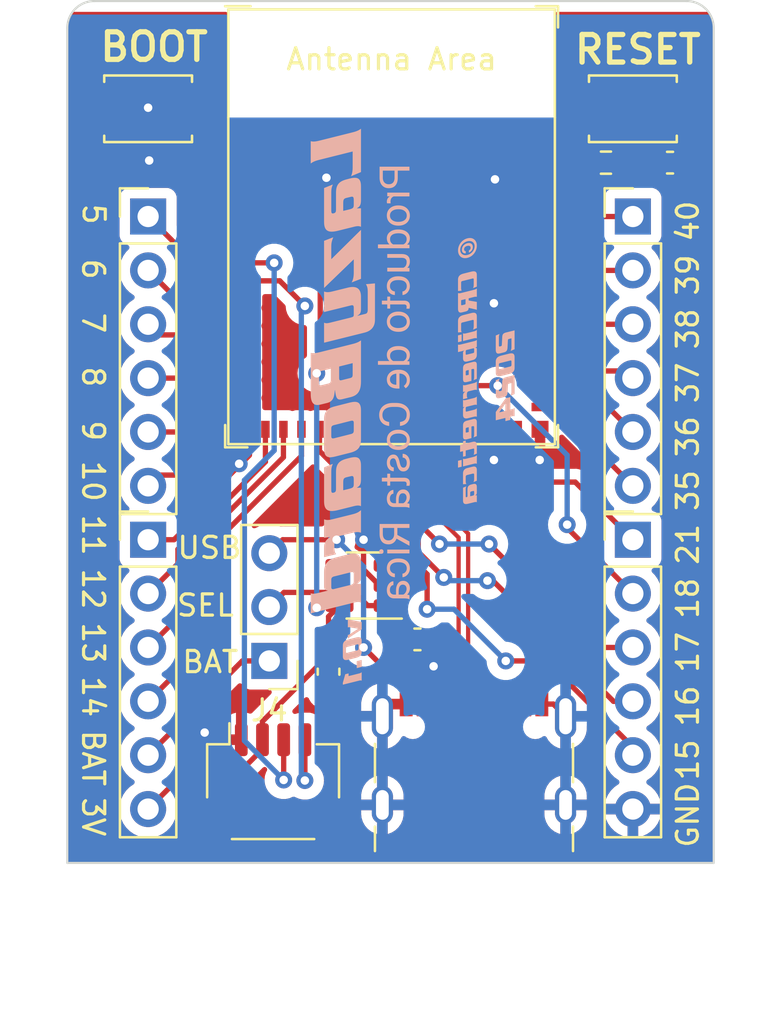
<source format=kicad_pcb>
(kicad_pcb (version 20221018) (generator pcbnew)
  (layers (0 "F.Cu" signal) (31 "B.Cu" signal) (34 "B.Paste" user) (35 "F.Paste" user) (36 "B.SilkS" user "B.Silkscreen") (37 "F.SilkS" user "F.Silkscreen") (38 "B.Mask" user) (39 "F.Mask" user) (44 "Edge.Cuts" user))
  (net 0 "")
  (net 1 "Net-(C1-Pad1)")
  (net 2 "GND")
  (net 3 "+3.3V")
  (net 4 "VBUS")
  (net 5 "VBAT")
  (net 6 "SDA")
  (net 7 "SCL")
  (net 9 "USB_D+")
  (net 10 "USB_D-")
  (net 12 "BOOT")
  (net 13 "IO5")
  (net 14 "IO6")
  (net 15 "IO7")
  (net 16 "IO15")
  (net 17 "IO16")
  (net 18 "IO17")
  (net 19 "IO18")
  (net 20 "IO8")
  (net 21 "IO9")
  (net 22 "IO10")
  (net 23 "IO11")
  (net 24 "IO12")
  (net 25 "IO13")
  (net 26 "IO14")
  (net 27 "IO35")
  (net 28 "IO36")
  (net 29 "IO37")
  (net 30 "IO38")
  (net 31 "IO39")
  (net 35 "RESET")
  (net 36 "IO21")
  (net 37 "IO40")
  (net 51 "Net-(J4-Pin_2)")
  (footprint "Connector_PinHeader_2.54mm:PinHeader_1x06_P2.54mm_Vertical" (layer "F.Cu") (at 119.38 78.74)
    (fp_text reference "J2" hide)
    (fp_text value "Conn_01x06_Pin")
  )
  (footprint "Capacitor_SMD:C_0603_1608Metric" (layer "F.Cu") (at 132.08 98.679)
    (fp_text reference "C3" hide)
    (fp_text value "1uF")
  )
  (footprint "Connector_PinHeader_2.54mm:PinHeader_1x06_P2.54mm_Vertical" (layer "F.Cu") (at 119.38 93.98)
    (fp_text reference "J3" hide)
    (fp_text value "Conn_01x06_Pin")
  )
  (footprint "Resistor_SMD:R_0603_1608Metric" (layer "F.Cu") (at 140.97 76.2)
    (fp_text reference "R1" hide)
    (fp_text value "10K")
  )
  (footprint "Button_Switch_SMD:SW_Push_SPST_NO_Alps_SKRK" (layer "F.Cu") (at 119.38 73.66)
    (fp_text reference "SW2" hide)
    (fp_text value "SW_Push")
  )
  (footprint "Capacitor_SMD:C_0603_1608Metric" (layer "F.Cu") (at 127.889 100.203 -90)
    (fp_text reference "C2" hide)
    (fp_text value "1uF")
  )
  (footprint "Connector_PinHeader_2.54mm:PinHeader_1x06_P2.54mm_Vertical" (layer "F.Cu") (at 142.24 78.74)
    (fp_text reference "J5" hide)
    (fp_text value "Conn_01x06_Pin")
  )
  (footprint "PCM_Espressif:ESP32-S3-MINI-1" (layer "F.Cu") (at 130.8608 81.7726)
    (fp_text reference "U3" hide)
    (fp_text value "ESP32-S3-MINI-1")
  )
  (footprint "Package_TO_SOT_SMD:SOT-23-5" (layer "F.Cu") (at 129.54 96.139 180)
    (fp_text reference "U2" hide)
    (fp_text value "AP2112K-3.3")
  )
  (footprint "Connector_USB:USB_C_Receptacle_GCT_USB4105-xx-A_16P_TopMnt_Horizontal" (layer "F.Cu") (at 134.747 105.41)
    (fp_text reference "P1" hide)
    (fp_text value "USB_C_Plug_USB2.0")
  )
  (footprint "Connector_PinHeader_2.54mm:PinHeader_1x03_P2.54mm_Vertical" (layer "F.Cu") (at 125.095 99.695 180)
    (fp_text reference "J4")
    (fp_text value "Conn_01x03_Pin")
  )
  (footprint "Capacitor_SMD:C_0603_1608Metric" (layer "F.Cu") (at 143.9926 76.2)
    (fp_text reference "C1" hide)
    (fp_text value "1uF")
  )
  (footprint "Connector_PinHeader_2.54mm:PinHeader_1x06_P2.54mm_Vertical" (layer "F.Cu") (at 142.24 93.98)
    (fp_text reference "J6" hide)
    (fp_text value "Conn_01x06_Pin")
  )
  (footprint "Button_Switch_SMD:SW_Push_SPST_NO_Alps_SKRK" (layer "F.Cu") (at 142.24 73.66 180)
    (fp_text reference "SW1" hide)
    (fp_text value "SW_Push")
  )
  (footprint "Connector_JST:JST_SH_SM04B-SRSS-TB_1x04-1MP_P1.00mm_Horizontal" (layer "F.Cu") (at 125.2728 105.41)
    (fp_text reference "J1" hide)
    (fp_text value "QWIIC/STEMMA")
  )
  (gr_poly (pts (xy 130.637927 90.329572) (xy 130.638971 90.309104) (xy 130.64071 90.289104) (xy 130.643144 90.269573) (xy 130.646275 90.250511) (xy 130.6501 90.231918) (xy 130.654622 90.213793) (xy 130.659839 90.196137) (xy 130.665752 90.17895) (xy 130.67236 90.162232) (xy 130.679664 90.145982) (xy 130.687664 90.130201) (xy 130.696359 90.114889) (xy 130.70575 90.100046) (xy 130.715836 90.085672) (xy 130.726619 90.071766) (xy 130.737905 90.058639) (xy 130.749501 90.04636) (xy 130.761408 90.034927) (xy 130.773624 90.024341) (xy 130.78615 90.014603) (xy 130.798986 90.00571) (xy 130.812131 89.997665) (xy 130.825587 89.990467) (xy 130.839353 89.984115) (xy 130.853428 89.978611) (xy 130.867813 89.973953) (xy 130.882509 89.970142) (xy 130.897514 89.967178) (xy 130.912829 89.965061) (xy 130.928453 89.963791) (xy 130.944388 89.963367) (xy 130.953982 89.963515) (xy 130.963411 89.963957) (xy 130.972672 89.964694) (xy 130.981768 89.965726) (xy 130.990698 89.967053) (xy 130.999461 89.968675) (xy 131.008058 89.970591) (xy 131.016488 89.972803) (xy 131.024753 89.975309) (xy 131.032851 89.97811) (xy 131.040783 89.981205) (xy 131.048549 89.984596) (xy 131.056148 89.988281) (xy 131.063581 89.992261) (xy 131.070848 89.996536) (xy 131.077948 90.001106) (xy 131.084904 90.006105) (xy 131.091738 90.011421) (xy 131.098452 90.017055) (xy 131.105045 90.023007) (xy 131.111517 90.029276) (xy 131.117868 90.035862) (xy 131.124098 90.042766) (xy 131.130207 90.049988) (xy 131.136196 90.057527) (xy 131.142063 90.065384) (xy 131.147809 90.073558) (xy 131.153435 90.08205) (xy 131.158939 90.090859) (xy 131.164323 90.099987) (xy 131.169586 90.109431) (xy 131.174727 90.119194) (xy 131.184708 90.14014) (xy 131.194325 90.16281) (xy 131.20358 90.187204) (xy 131.212471 90.213321) (xy 131.220999 90.241162) (xy 131.229164 90.270726) (xy 131.236967 90.302014) (xy 131.244406 90.335026) (xy 131.248081 90.351764) (xy 131.251846 90.367859) (xy 131.255702 90.383312) (xy 131.259649 90.398121) (xy 131.263686 90.412288) (xy 131.267814 90.425812) (xy 131.272033 90.438693) (xy 131.276342 90.450931) (xy 131.280742 90.462527) (xy 131.285233 90.473479) (xy 131.289815 90.483789) (xy 131.294488 90.493456) (xy 131.299251 90.50248) (xy 131.304105 90.510862) (xy 131.30905 90.5186) (xy 131.314086 90.525696) (xy 131.319174 90.532376) (xy 131.324519 90.538625) (xy 131.330122 90.544444) (xy 131.335981 90.549831) (xy 131.342098 90.554788) (xy 131.348472 90.559313) (xy 131.355103 90.563408) (xy 131.361991 90.567071) (xy 131.369136 90.570304) (xy 131.376538 90.573105) (xy 131.384198 90.575476) (xy 131.392114 90.577416) (xy 131.400288 90.578924) (xy 131.408719 90.580002) (xy 131.417407 90.580648) (xy 131.426352 90.580864) (xy 131.426406 90.580868) (xy 131.43489 90.580626) (xy 131.443163 90.5799) (xy 131.451224 90.57869) (xy 131.455175 90.577904) (xy 131.459073 90.576997) (xy 131.462918 90.575968) (xy 131.46671 90.574819) (xy 131.470449 90.573549) (xy 131.474136 90.572158) (xy 131.477769 90.570646) (xy 131.48135 90.569013) (xy 131.484877 90.567258) (xy 131.488352 90.565383) (xy 131.491773 90.563387) (xy 131.495142 90.56127) (xy 131.498458 90.559032) (xy 131.50172 90.556673) (xy 131.508087 90.551592) (xy 131.514242 90.546027) (xy 131.520184 90.539979) (xy 131.525916 90.533446) (xy 131.531435 90.526429) (xy 131.536742 90.518928) (xy 131.541664 90.511147) (xy 131.546269 90.503048) (xy 131.550556 90.494632) (xy 131.554526 90.485899) (xy 131.558178 90.476847) (xy 131.561513 90.467479) (xy 131.56453 90.457792) (xy 131.567229 90.447789) (xy 131.569611 90.437467) (xy 131.571675 90.426828) (xy 131.573422 90.415872) (xy 131.574851 90.404598) (xy 131.575962 90.393007) (xy 131.576756 90.381098) (xy 131.577233 90.368871) (xy 131.577391 90.356327) (xy 131.577187 90.342701) (xy 131.576575 90.329408) (xy 131.575554 90.316448) (xy 131.574125 90.30382) (xy 131.572288 90.291525) (xy 131.570043 90.279563) (xy 131.567389 90.267934) (xy 131.564327 90.256637) (xy 131.560857 90.245673) (xy 131.556978 90.235042) (xy 131.552691 90.224743) (xy 131.547995 90.214778) (xy 131.542892 90.205145) (xy 131.53738 90.195844) (xy 131.531459 90.186877) (xy 131.52513 90.178242) (xy 131.518333 90.170143) (xy 131.511249 90.162528) (xy 131.503877 90.155395) (xy 131.496218 90.148746) (xy 131.488271 90.142579) (xy 131.480037 90.136896) (xy 131.471516 90.131695) (xy 131.462707 90.126977) (xy 131.453611 90.122743) (xy 131.444227 90.118991) (xy 131.434556 90.115722) (xy 131.424598 90.112936) (xy 131.414352 90.110633) (xy 131.403818 90.108812) (xy 131.392997 90.107475) (xy 131.381888 90.106621) (xy 131.381888 89.927566) (xy 131.393453 89.927778) (xy 131.40492 89.928413) (xy 131.416289 89.929471) (xy 131.42756 89.930953) (xy 131.438732 89.932858) (xy 131.449806 89.935187) (xy 131.460782 89.937939) (xy 131.471659 89.941114) (xy 131.482439 89.944712) (xy 131.493119 89.948734) (xy 131.503702 89.95318) (xy 131.514185 89.958049) (xy 131.524571 89.963341) (xy 131.534858 89.969056) (xy 131.545046 89.975196) (xy 131.555136 89.981758) (xy 131.564921 89.988818) (xy 131.574433 89.996202) (xy 131.583674 90.003912) (xy 131.592641 90.011947) (xy 131.601337 90.020306) (xy 131.609761 90.028991) (xy 131.617912 90.038001) (xy 131.625791 90.047335) (xy 131.633398 90.056995) (xy 131.640733 90.06698) (xy 131.647795 90.077289) (xy 131.654585 90.087924) (xy 131.661103 90.098884) (xy 131.667349 90.110168) (xy 131.673322 90.121778) (xy 131.679023 90.133713) (xy 131.684413 90.145925) (xy 131.689456 90.158363) (xy 131.694152 90.171029) (xy 131.698499 90.183921) (xy 131.702499 90.197041) (xy 131.70615 90.210387) (xy 131.709454 90.22396) (xy 131.712411 90.237759) (xy 131.715019 90.251786) (xy 131.71728 90.266039) (xy 131.719193 90.28052) (xy 131.720758 90.295227) (xy 131.721975 90.310161) (xy 131.722845 90.325321) (xy 131.723366 90.340709) (xy 131.72354 90.356323) (xy 131.723211 90.378445) (xy 131.722224 90.400044) (xy 131.72058 90.421122) (xy 131.718277 90.441678) (xy 131.715317 90.461712) (xy 131.711699 90.481225) (xy 131.707423 90.500215) (xy 131.70249 90.518684) (xy 131.696898 90.536631) (xy 131.690649 90.554056) (xy 131.683742 90.570959) (xy 131.676178 90.58734) (xy 131.667955 90.6032) (xy 131.659075 90.618538) (xy 131.649538 90.633354) (xy 131.639342 90.647648) (xy 131.628479 90.661243) (xy 131.617186 90.67396) (xy 131.605462 90.685801) (xy 131.593307 90.696764) (xy 131.580721 90.706851) (xy 131.567704 90.71606) (xy 131.554256 90.724392) (xy 131.540377 90.731848) (xy 131.526068 90.738426) (xy 131.511327 90.744127) (xy 131.496156 90.748951) (xy 131.480553 90.752898) (xy 131.46452 90.755967) (xy 131.448055 90.75816) (xy 131.431159 90.759476) (xy 131.413832 90.759914) (xy 131.40341 90.759755) (xy 131.393192 90.759279) (xy 131.383178 90.758485) (xy 131.373368 90.757374) (xy 131.363761 90.755945) (xy 131.354359 90.754198) (xy 131.345161 90.752134) (xy 131.336167 90.749752) (xy 131.327377 90.747053) (xy 131.318791 90.744036) (xy 131.310409 90.740701) (xy 131.302231 90.737049) (xy 131.294257 90.733079) (xy 131.286487 90.728792) (xy 131.278921 90.724187) (xy 131.271559 90.719265) (xy 131.264246 90.714136) (xy 131.257069 90.708666) (xy 131.250028 90.702856) (xy 131.243124 90.696706) (xy 131.236356 90.690215) (xy 131.229723 90.683384) (xy 131.223228 90.676212) (xy 131.216868 90.6687) (xy 131.210645 90.660848) (xy 131.204558 90.652655) (xy 131.198607 90.644122) (xy 131.192793 90.635248) (xy 131.187114 90.626035) (xy 131.181572 90.616481) (xy 131.176167 90.606586) (xy 131.170897 90.596351) (xy 131.160676 90.574742) (xy 131.150817 90.551529) (xy 131.141321 90.526712) (xy 131.132187 90.500293) (xy 131.123416 90.47227) (xy 131.115007 90.442644) (xy 131.106961 90.411414) (xy 131.099276 90.378582) (xy 131.091728 90.346476) (xy 131.084089 90.316941) (xy 131.080236 90.303138) (xy 131.07636 90.289977) (xy 131.072462 90.277459) (xy 131.06854 90.265583) (xy 131.064597 90.254351) (xy 131.06063 90.243761) (xy 131.056641 90.233813) (xy 131.05263 90.224509) (xy 131.048595 90.215847) (xy 131.044538 90.207828) (xy 131.040459 90.200451) (xy 131.036357 90.193718) (xy 131.032119 90.187506) (xy 131.027632 90.181695) (xy 131.022895 90.176284) (xy 131.017909 90.171275) (xy 131.012673 90.166666) (xy 131.007187 90.162457) (xy 131.001452 90.15865) (xy 130.995467 90.155243) (xy 130.989233 90.152237) (xy 130.982749 90.149632) (xy 130.976016 90.147428) (xy 130.969033 90.145624) (xy 130.9618 90.144221) (xy 130.954318 90.143219) (xy 130.946586 90.142618) (xy 130.938605 90.142418) (xy 130.930118 90.142633) (xy 130.921834 90.14328) (xy 130.913755 90.144357) (xy 130.905879 90.145866) (xy 130.898208 90.147806) (xy 130.890741 90.150176) (xy 130.883478 90.152978) (xy 130.876419 90.15621) (xy 130.869564 90.159874) (xy 130.862913 90.163968) (xy 130.856467 90.168494) (xy 130.850224 90.17345) (xy 130.844186 90.178838) (xy 130.838352 90.184656) (xy 130.832722 90.190906) (xy 130.827296 90.197586) (xy 130.822139 90.204648) (xy 130.817314 90.212043) (xy 130.812822 90.219771) (xy 130.808663 90.227831) (xy 130.804836 90.236224) (xy 130.801343 90.24495) (xy 130.798182 90.254009) (xy 130.795353 90.2634) (xy 130.792858 90.273124) (xy 130.790695 90.283181) (xy 130.788864 90.29357) (xy 130.787367 90.304292) (xy 130.786202 90.315346) (xy 130.78537 90.326733) (xy 130.784871 90.338453) (xy 130.784705 90.350506) (xy 130.784913 90.362234) (xy 130.785537 90.373705) (xy 130.786576 90.384919) (xy 130.788032 90.395876) (xy 130.789903 90.406575) (xy 130.79219 90.417018) (xy 130.794893 90.427203) (xy 130.798012 90.437132) (xy 130.801547 90.446803) (xy 130.805497 90.456217) (xy 130.809864 90.465374) (xy 130.814646 90.474274) (xy 130.819845 90.482916) (xy 130.825459 90.491302) (xy 130.831489 90.49943) (xy 130.837935 90.507301) (xy 130.844667 90.51492) (xy 130.851557 90.522048) (xy 130.858607 90.528684) (xy 130.865815 90.534829) (xy 130.873183 90.540481) (xy 130.880709 90.545643) (xy 130.888395 90.550313) (xy 130.89624 90.554491) (xy 130.904243 90.558178) (xy 130.912406 90.561373) (xy 130.920727 90.564076) (xy 130.929208 90.566288) (xy 130.937848 90.568009) (xy 130.946646 90.569238) (xy 130.955604 90.569975) (xy 130.964721 90.570221) (xy 130.964721 90.75024) (xy 130.947016 90.749805) (xy 130.929712 90.748501) (xy 130.912808 90.746327) (xy 130.896306 90.743284) (xy 130.880204 90.73937) (xy 130.864502 90.734588) (xy 130.849202 90.728935) (xy 130.834302 90.722413) (xy 130.819803 90.715022) (xy 130.805704 90.706761) (xy 130.792006 90.69763) (xy 130.778709 90.687629) (xy 130.765813 90.676759) (xy 130.753318 90.66502) (xy 130.741223 90.65241) (xy 130.729529 90.638931) (xy 130.718395 90.624874) (xy 130.707979 90.610288) (xy 130.698281 90.595173) (xy 130.689302 90.579528) (xy 130.681041 90.563355) (xy 130.673498 90.546651) (xy 130.666674 90.529419) (xy 130.660568 90.511658) (xy 130.65518 90.493367) (xy 130.65051 90.474547) (xy 130.646559 90.455197) (xy 130.643327 90.435318) (xy 130.640812 90.41491) (xy 130.639016 90.393973) (xy 130.637939 90.372506) (xy 130.63758 90.35051)) (fill solid) (layer "B.SilkS"))
  (gr_poly (pts (xy 133.994477 81.692378) (xy 133.997007 81.666978) (xy 133.998935 81.654696) (xy 134.001317 81.642693) (xy 134.004164 81.630969) (xy 134.007486 81.619526) (xy 134.011291 81.608363) (xy 134.01559 81.597481) (xy 134.020391 81.58688) (xy 134.025706 81.576562) (xy 134.031543 81.566527) (xy 134.037912 81.556774) (xy 134.044823 81.547305) (xy 134.052286 81.53812) (xy 134.060309 81.52922) (xy 134.068904 81.520605) (xy 134.078078 81.512275) (xy 134.087843 81.504232) (xy 134.098208 81.496475) (xy 134.109182 81.489006) (xy 134.120775 81.481824) (xy 134.132996 81.474931) (xy 134.145856 81.468326) (xy 134.159364 81.46201) (xy 134.17353 81.455984) (xy 134.188363 81.450248) (xy 134.203873 81.444803) (xy 134.220069 81.439649) (xy 134.254561 81.430218) (xy 134.620948 81.338619) (xy 134.655439 81.330822) (xy 134.687146 81.325613) (xy 134.701979 81.323964) (xy 134.716145 81.322944) (xy 134.729654 81.322548) (xy 134.742514 81.32277) (xy 134.754736 81.323604) (xy 134.766329 81.325044) (xy 134.777303 81.327084) (xy 134.787668 81.329718) (xy 134.797433 81.332941) (xy 134.806608 81.336746) (xy 134.815203 81.341129) (xy 134.823227 81.346082) (xy 134.83069 81.351601) (xy 134.837601 81.357678) (xy 134.84397 81.364309) (xy 134.849808 81.371488) (xy 134.855123 81.379209) (xy 134.859925 81.387465) (xy 134.864224 81.396252) (xy 134.868029 81.405562) (xy 134.871351 81.415391) (xy 134.874199 81.425733) (xy 134.876581 81.436581) (xy 134.878509 81.44793) (xy 134.881039 81.472108) (xy 134.881865 81.498218) (xy 134.881865 82.045025) (xy 134.701445 82.118576) (xy 134.709649 82.100287) (xy 134.713279 82.091566) (xy 134.716601 82.08286) (xy 134.719622 82.073966) (xy 134.722349 82.064684) (xy 134.724787 82.054813) (xy 134.726943 82.04415) (xy 134.728822 82.032496) (xy 134.730431 82.019649) (xy 134.731775 82.005407) (xy 134.732862 81.989569) (xy 134.733696 81.971935) (xy 134.734284 81.952302) (xy 134.734633 81.930471) (xy 134.734748 81.906238) (xy 134.734748 81.714718) (xy 134.734581 81.7067) (xy 134.734065 81.699305) (xy 134.733179 81.692535) (xy 134.73259 81.689387) (xy 134.7319 81.686396) (xy 134.731107 81.683564) (xy 134.730207 81.680891) (xy 134.729197 81.678377) (xy 134.728075 81.676024) (xy 134.726839 81.673831) (xy 134.725485 81.6718) (xy 134.72401 81.66993) (xy 134.722413 81.668222) (xy 134.720689 81.666677) (xy 134.718837 81.665295) (xy 134.716853 81.664076) (xy 134.714735 81.663022) (xy 134.71248 81.662133) (xy 134.710086 81.661409) (xy 134.707548 81.66085) (xy 134.704866 81.660458) (xy 134.702035 81.660233) (xy 134.699053 81.660175) (xy 134.695918 81.660285) (xy 134.692626 81.660563) (xy 134.689176 81.661009) (xy 134.685563 81.661626) (xy 134.681785 81.662412) (xy 134.67784 81.663368) (xy 134.197646 81.782719) (xy 134.193697 81.783677) (xy 134.189917 81.784733) (xy 134.186302 81.785888) (xy 134.182849 81.787141) (xy 134.179555 81.788493) (xy 134.176418 81.789944) (xy 134.173436 81.791494) (xy 134.170604 81.793144) (xy 134.167921 81.794894) (xy 134.165383 81.796743) (xy 134.162989 81.798693) (xy 134.160734 81.800743) (xy 134.158616 81.802894) (xy 134.156633 81.805146) (xy 134.154781 81.807499) (xy 134.153059 81.809953) (xy 134.151462 81.812509) (xy 134.149989 81.815167) (xy 134.148636 81.817928) (xy 134.1474 81.82079) (xy 134.14628 81.823756) (xy 134.145272 81.826824) (xy 134.144373 81.829995) (xy 134.14358 81.83327) (xy 134.142891 81.836649) (xy 134.142303 81.840131) (xy 134.141419 81.847408) (xy 134.140905 81.855104) (xy 134.140738 81.86322) (xy 134.140738 82.106079) (xy 134.140851 82.117913) (xy 134.141182 82.12899) (xy 134.141725 82.139368) (xy 134.142471 82.149103) (xy 134.143411 82.158253) (xy 134.144539 82.166874) (xy 134.145846 82.175024) (xy 134.147323 82.182758) (xy 134.148964 82.190135) (xy 134.150759 82.197211) (xy 134.154781 82.210688) (xy 134.159326 82.223645) (xy 134.164328 82.236538) (xy 133.993651 82.251816) (xy 133.993651 81.718887)) (fill solid) (layer "B.SilkS"))
  (gr_poly (pts (xy 127.064769 85.171641) (xy 127.082243 85.175204) (xy 127.100043 85.178279) (xy 127.118374 85.180795) (xy 127.137444 85.182682) (xy 127.157459 85.18387) (xy 127.178623 85.184286) (xy 127.201145 85.183862) (xy 127.225229 85.182526) (xy 127.251083 85.180209) (xy 127.278912 85.176839) (xy 127.308922 85.172345) (xy 127.34132 85.166659) (xy 127.376312 85.159708) (xy 127.414104 85.151422) (xy 127.454901 85.141731) (xy 129.01073 84.752708) (xy 129.051527 84.742328) (xy 129.089318 84.732008) (xy 129.124309 84.72172) (xy 129.156706 84.711438) (xy 129.186716 84.701134) (xy 129.214544 84.690782) (xy 129.240398 84.680354) (xy 129.264482 84.669822) (xy 129.287003 84.65916) (xy 129.308168 84.648341) (xy 129.328183 84.637338) (xy 129.347253 84.626123) (xy 129.383386 84.602948) (xy 129.418216 84.578602) (xy 129.418216 86.519722) (xy 129.415898 86.609601) (xy 129.409056 86.691942) (xy 129.39785 86.76711) (xy 129.390662 86.802117) (xy 129.382445 86.835467) (xy 129.373218 86.867206) (xy 129.363002 86.897378) (xy 129.351817 86.92603) (xy 129.339685 86.953206) (xy 129.326624 86.978952) (xy 129.312656 87.003314) (xy 129.2978 87.026337) (xy 129.282078 87.048066) (xy 129.265509 87.068548) (xy 129.248114 87.087827) (xy 129.229913 87.105948) (xy 129.210927 87.122958) (xy 129.17068 87.153824) (xy 129.127534 87.180788) (xy 129.081654 87.204215) (xy 129.033202 87.224466) (xy 128.98234 87.241907) (xy 128.929232 87.256901) (xy 128.536563 87.353222) (xy 128.513548 87.358612) (xy 128.491711 87.362965) (xy 128.471012 87.366262) (xy 128.452459 87.368368) (xy 128.452459 86.463748) (xy 128.459393 86.463708) (xy 128.466792 86.463288) (xy 128.474669 86.462492) (xy 128.48304 86.461324) (xy 128.501318 86.457896) (xy 128.521739 86.453041) (xy 128.89218 86.360439) (xy 128.912603 86.355389) (xy 128.930883 86.349905) (xy 128.939254 86.346973) (xy 128.947133 86.3439) (xy 128.954532 86.340675) (xy 128.961467 86.337287) (xy 128.967952 86.333726) (xy 128.974 86.32998) (xy 128.979627 86.326038) (xy 128.984845 86.321891) (xy 128.989671 86.317526) (xy 128.994117 86.312933) (xy 128.998198 86.308102) (xy 129.001929 86.303021) (xy 129.005323 86.297679) (xy 129.008395 86.292066) (xy 129.011158 86.286171) (xy 129.013629 86.279983) (xy 129.015819 86.273491) (xy 129.017745 86.266685) (xy 129.019419 86.259553) (xy 129.020857 86.252084) (xy 129.023079 86.236094) (xy 129.024526 86.218628) (xy 129.02531 86.199599) (xy 129.025546 86.178921) (xy 129.025546 85.652893) (xy 128.388388 85.812172) (xy 128.388388 86.338199) (xy 128.388624 86.35874) (xy 128.389408 86.377322) (xy 128.390855 86.393982) (xy 128.393076 86.408759) (xy 128.394514 86.415454) (xy 128.396188 86.421692) (xy 128.398113 86.427478) (xy 128.400304 86.432817) (xy 128.402774 86.437714) (xy 128.405537 86.442173) (xy 128.408609 86.446199) (xy 128.412002 86.449798) (xy 128.415732 86.452973) (xy 128.419813 86.45573) (xy 128.424259 86.458073) (xy 128.429083 86.460007) (xy 128.434302 86.461537) (xy 128.439927 86.462667) (xy 128.445975 86.463402) (xy 128.452459 86.463748) (xy 128.452459 87.368368) (xy 128.451412 87.368487) (xy 128.432873 87.36962) (xy 128.415356 87.369646) (xy 128.398823 87.368546) (xy 128.383235 87.366302) (xy 128.368553 87.362897) (xy 128.354738 87.358313) (xy 128.341753 87.352532) (xy 128.329557 87.345538) (xy 128.318113 87.337311) (xy 128.307382 87.327836) (xy 128.297326 87.317093) (xy 128.287905 87.305066) (xy 128.27908 87.291736) (xy 128.270814 87.277086) (xy 128.263068 87.261099) (xy 128.255802 87.243756) (xy 128.248979 87.22504) (xy 128.242559 87.204934) (xy 128.236504 87.18342) (xy 128.230776 87.16048) (xy 128.220143 87.110251) (xy 128.210351 87.054108) (xy 128.201091 86.991908) (xy 128.192054 86.923511) (xy 128.184653 86.927311) (xy 128.179433 86.988873) (xy 128.17328 87.047163) (xy 128.165867 87.102207) (xy 128.15687 87.154034) (xy 128.145962 87.20267) (xy 128.132819 87.248142) (xy 128.117114 87.290478) (xy 128.098523 87.329704) (xy 128.088043 87.34816) (xy 128.076719 87.365848) (xy 128.064511 87.382773) (xy 128.051377 87.398937) (xy 128.037278 87.414345) (xy 128.022172 87.428999) (xy 128.006019 87.442902) (xy 127.988778 87.456059) (xy 127.970408 87.468472) (xy 127.950869 87.480146) (xy 127.93012 87.491082) (xy 127.90812 87.501286) (xy 127.884829 87.51076) (xy 127.860205 87.519507) (xy 127.834209 87.527531) (xy 127.8068 87.534836) (xy 127.536376 87.601517) (xy 127.504132 87.608902) (xy 127.504132 86.700823) (xy 127.511067 86.700783) (xy 127.518466 86.700363) (xy 127.526345 86.699566) (xy 127.534717 86.698399) (xy 127.552997 86.694969) (xy 127.57342 86.690113) (xy 127.862365 86.619732) (xy 127.882787 86.61407) (xy 127.901067 86.608132) (xy 127.909438 86.605027) (xy 127.917316 86.601815) (xy 127.924715 86.598481) (xy 127.931649 86.595014) (xy 127.938133 86.591401) (xy 127.944181 86.587628) (xy 127.949807 86.583683) (xy 127.955025 86.579552) (xy 127.95985 86.575224) (xy 127.964295 86.570685) (xy 127.968375 86.565922) (xy 127.972105 86.560922) (xy 127.975499 86.555673) (xy 127.97857 86.550161) (xy 127.981333 86.544374) (xy 127.983802 86.538298) (xy 127.985993 86.531922) (xy 127.987917 86.525231) (xy 127.989591 86.518213) (xy 127.991029 86.510856) (xy 127.99325 86.49507) (xy 127.994695 86.477771) (xy 127.995479 86.458854) (xy 127.995715 86.438217) (xy 127.995715 85.912189) (xy 127.440055 86.049255) (xy 127.440055 86.575283) (xy 127.440291 86.595822) (xy 127.441075 86.614402) (xy 127.442521 86.631061) (xy 127.444743 86.645837) (xy 127.446181 86.652531) (xy 127.447855 86.658769) (xy 127.44978 86.664555) (xy 127.451971 86.669894) (xy 127.454441 86.67479) (xy 127.457205 86.679249) (xy 127.460277 86.683276) (xy 127.463671 86.686874) (xy 127.467401 86.690049) (xy 127.471482 86.692806) (xy 127.475928 86.695149) (xy 127.480753 86.697083) (xy 127.485972 86.698613) (xy 127.491599 86.699743) (xy 127.497647 86.700478) (xy 127.504132 86.700823) (xy 127.504132 87.608902) (xy 127.483272 87.61368) (xy 127.432414 87.622114) (xy 127.407878 87.6248) (xy 127.383965 87.626392) (xy 127.360694 87.626838) (xy 127.338087 87.626085) (xy 127.316164 87.624077) (xy 127.294944 87.620763) (xy 127.274449 87.616088) (xy 127.254698 87.609999) (xy 127.235713 87.602443) (xy 127.217513 87.593365) (xy 127.200118 87.582713) (xy 127.18355 87.570432) (xy 127.167828 87.556469) (xy 127.152973 87.54077) (xy 127.139005 87.523283) (xy 127.125945 87.503953) (xy 127.113813 87.482727) (xy 127.102628 87.459552) (xy 127.092413 87.434373) (xy 127.083186 87.407137) (xy 127.074969 87.377791) (xy 127.067781 87.346281) (xy 127.061643 87.312553) (xy 127.056575 87.276555) (xy 127.052598 87.238232) (xy 127.049733 87.197531) (xy 127.047998 87.154398) (xy 127.047416 87.10878) (xy 127.047416 85.16766)) (fill solid) (layer "B.SilkS"))
  (gr_poly (pts (xy 127.064743 75.19188) (xy 127.082216 75.195445) (xy 127.100016 75.198521) (xy 127.118348 75.201039) (xy 127.137418 75.202927) (xy 127.157432 75.204114) (xy 127.178597 75.204531) (xy 127.201119 75.204107) (xy 127.225203 75.202771) (xy 127.251057 75.200453) (xy 127.278887 75.197082) (xy 127.308897 75.192587) (xy 127.341296 75.186899) (xy 127.376288 75.179946) (xy 127.41408 75.171658) (xy 127.454879 75.161964) (xy 129.010733 74.773003) (xy 129.05153 74.762622) (xy 129.089321 74.752301) (xy 129.124313 74.742013) (xy 129.15671 74.731731) (xy 129.18672 74.721428) (xy 129.214548 74.711075) (xy 129.240401 74.700647) (xy 129.264486 74.690116) (xy 129.287007 74.679454) (xy 129.308172 74.668635) (xy 129.328186 74.657632) (xy 129.347257 74.646416) (xy 129.383389 74.623241) (xy 129.418219 74.598892) (xy 129.418219 76.64373) (xy 128.947757 76.840065) (xy 128.959007 76.817051) (xy 128.969179 76.792615) (xy 128.978319 76.766986) (xy 128.986478 76.740391) (xy 128.993704 76.713059) (xy 129.000045 76.685216) (xy 129.005551 76.657091) (xy 129.01027 76.628912) (xy 129.014252 76.600906) (xy 129.017544 76.573302) (xy 129.022256 76.52021) (xy 129.024797 76.471459) (xy 129.025557 76.428871) (xy 129.02555 75.673172) (xy 127.454879 76.065842) (xy 127.414081 76.076222) (xy 127.376289 76.086543) (xy 127.341298 76.096831) (xy 127.3089 76.107113) (xy 127.278891 76.117417) (xy 127.251062 76.127769) (xy 127.225209 76.138197) (xy 127.201124 76.148728) (xy 127.178603 76.15939) (xy 127.157438 76.170209) (xy 127.137423 76.181212) (xy 127.118353 76.192428) (xy 127.08222 76.215603) (xy 127.047389 76.239952) (xy 127.047389 75.187897)) (fill solid) (layer "B.SilkS"))
  (gr_poly (pts (xy 134.096411 89.510177) (xy 134.229567 89.476875) (xy 134.229567 89.336704) (xy 134.357253 89.304775) (xy 134.357253 89.44495) (xy 134.67784 89.365848) (xy 134.692711 89.362299) (xy 134.70689 89.359448) (xy 134.72039 89.357276) (xy 134.733226 89.355766) (xy 134.745412 89.354899) (xy 134.756964 89.354658) (xy 134.767894 89.355024) (xy 134.778219 89.355979) (xy 134.787952 89.357506) (xy 134.797108 89.359586) (xy 134.805702 89.362201) (xy 134.813747 89.365334) (xy 134.821258 89.368965) (xy 134.828251 89.373078) (xy 134.834739 89.377653) (xy 134.840736 89.382674) (xy 134.846258 89.388122) (xy 134.851319 89.393978) (xy 134.855932 89.400225) (xy 134.860114 89.406846) (xy 134.863878 89.41382) (xy 134.867238 89.421132) (xy 134.87021 89.428762) (xy 134.872808 89.436693) (xy 134.876938 89.453384) (xy 134.879744 89.471062) (xy 134.881343 89.489581) (xy 134.88185 89.508797) (xy 134.88185 89.919594) (xy 134.729186 89.977875) (xy 134.73227 89.970409) (xy 134.736043 89.960534) (xy 134.738083 89.954714) (xy 134.740167 89.948316) (xy 134.742254 89.941348) (xy 134.744302 89.93382) (xy 134.746267 89.925738) (xy 134.748108 89.917111) (xy 134.749782 89.907947) (xy 134.751246 89.898255) (xy 134.75246 89.888042) (xy 134.753378 89.877317) (xy 134.753961 89.866088) (xy 134.754164 89.854362) (xy 134.754164 89.73917) (xy 134.754029 89.728863) (xy 134.753605 89.719767) (xy 134.752863 89.711821) (xy 134.752364 89.708261) (xy 134.751775 89.704967) (xy 134.751093 89.701931) (xy 134.750313 89.699146) (xy 134.749433 89.696605) (xy 134.748449 89.694299) (xy 134.747357 89.692223) (xy 134.746154 89.690368) (xy 134.744836 89.688726) (xy 134.743399 89.687292) (xy 134.741841 89.686057) (xy 134.740158 89.685014) (xy 134.738345 89.684155) (xy 134.7364 89.683473) (xy 134.734319 89.682962) (xy 134.732098 89.682612) (xy 134.729735 89.682418) (xy 134.727224 89.682371) (xy 134.72175 89.682692) (xy 134.715646 89.683515) (xy 134.708885 89.684781) (xy 134.701438 89.686432) (xy 134.357253 89.77248) (xy 134.357253 90.03339) (xy 134.229567 90.065319) (xy 134.229567 89.804405) (xy 134.088012 89.839096)) (fill solid) (layer "B.SilkS"))
  (gr_poly (pts (xy 134.000152 82.349161) (xy 134.006699 82.35178) (xy 134.013367 82.354044) (xy 134.020234 82.355941) (xy 134.027379 82.357455) (xy 134.034877 82.358572) (xy 134.042806 82.359279) (xy 134.051244 82.35956) (xy 134.060267 82.359403) (xy 134.069953 82.358791) (xy 134.080379 82.357712) (xy 134.091623 82.356151) (xy 134.103761 82.354094) (xy 134.116871 82.351526) (xy 134.13103 82.348434) (xy 134.146315 82.344803) (xy 134.729209 82.199081) (xy 134.744494 82.195192) (xy 134.758653 82.191325) (xy 134.771763 82.187471) (xy 134.783901 82.183618) (xy 134.795145 82.179758) (xy 134.805571 82.175879) (xy 134.815257 82.171972) (xy 134.824281 82.168026) (xy 134.832718 82.164032) (xy 134.840647 82.159978) (xy 134.848145 82.155856) (xy 134.85529 82.151654) (xy 134.868826 82.142972) (xy 134.881873 82.13385) (xy 134.881873 82.527992) (xy 134.875372 82.526488) (xy 134.868825 82.525143) (xy 134.862157 82.523983) (xy 134.855289 82.523035) (xy 134.848144 82.522324) (xy 134.840645 82.521877) (xy 134.832716 82.521721) (xy 134.824278 82.521881) (xy 134.815254 82.522383) (xy 134.805568 82.523254) (xy 134.795142 82.52452) (xy 134.783898 82.526207) (xy 134.77176 82.528342) (xy 134.758651 82.53095) (xy 134.744493 82.534059) (xy 134.729209 82.537693) (xy 134.496054 82.595974) (xy 134.496047 82.700088) (xy 134.881865 82.76532) (xy 134.881865 83.144199) (xy 134.875475 83.140469) (xy 134.868794 83.137061) (xy 134.861824 83.133943) (xy 134.854567 83.131078) (xy 134.847026 83.128433) (xy 134.839201 83.125974) (xy 134.831096 83.123665) (xy 134.822713 83.121471) (xy 134.745856 83.10395) (xy 134.496047 83.045669) (xy 134.493646 83.072815) (xy 134.491952 83.086009) (xy 134.48969 83.098904) (xy 134.486681 83.111465) (xy 134.482747 83.123659) (xy 134.480376 83.129607) (xy 134.477707 83.13545) (xy 134.474717 83.141184) (xy 134.471384 83.146805) (xy 134.467685 83.152307) (xy 134.463598 83.157688) (xy 134.4591 83.162941) (xy 134.45417 83.168064) (xy 134.448784 83.173052) (xy 134.442921 83.1779) (xy 134.436558 83.182605) (xy 134.429673 83.187161) (xy 134.422243 83.191565) (xy 134.414246 83.195812) (xy 134.405659 83.199899) (xy 134.396461 83.203819) (xy 134.386629 83.20757) (xy 134.37614 83.211147) (xy 134.364972 83.214546) (xy 134.353102 83.217762) (xy 134.189338 83.258011) (xy 134.175711 83.261226) (xy 134.164792 83.263423) (xy 134.164792 82.923368) (xy 134.167388 82.923353) (xy 134.170158 82.923196) (xy 134.173107 82.922898) (xy 134.176239 82.92246) (xy 134.183079 82.921176) (xy 134.190718 82.919357) (xy 134.298964 82.892986) (xy 134.306615 82.890861) (xy 134.313463 82.888633) (xy 134.316599 82.887469) (xy 134.31955 82.886264) (xy 134.322322 82.885014) (xy 134.32492 82.883715) (xy 134.327349 82.882361) (xy 134.329615 82.880947) (xy 134.331722 82.879469) (xy 134.333677 82.877922) (xy 134.335485 82.876301) (xy 134.33715 82.874601) (xy 134.338679 82.872817) (xy 134.340076 82.870945) (xy 134.341348 82.868979) (xy 134.342498 82.866915) (xy 134.343533 82.864748) (xy 134.344458 82.862472) (xy 134.345279 82.860084) (xy 134.346 82.857579) (xy 134.346627 82.854951) (xy 134.347166 82.852195) (xy 134.347998 82.846283) (xy 134.34854 82.839803) (xy 134.348833 82.832717) (xy 134.348922 82.824985) (xy 134.348922 82.633469) (xy 134.140761 82.684818) (xy 134.140761 82.876339) (xy 134.14085 82.884033) (xy 134.141146 82.890994) (xy 134.141691 82.897234) (xy 134.142527 82.90277) (xy 134.143067 82.905278) (xy 134.143696 82.907614) (xy 134.14442 82.909782) (xy 134.145242 82.911782) (xy 134.14617 82.913616) (xy 134.147207 82.915286) (xy 134.148359 82.916795) (xy 134.149632 82.918143) (xy 134.151031 82.919332) (xy 134.152561 82.920365) (xy 134.154227 82.921242) (xy 134.156036 82.921967) (xy 134.157991 82.92254) (xy 134.160098 82.922963) (xy 134.162363 82.923239) (xy 134.164792 82.923368) (xy 134.164792 83.263423) (xy 134.162668 83.26385) (xy 134.150199 83.265884) (xy 134.138294 83.267329) (xy 134.126943 83.268188) (xy 134.116135 83.268463) (xy 134.105862 83.268155) (xy 134.096114 83.267265) (xy 134.086879 83.265796) (xy 134.078149 83.26375) (xy 134.069914 83.261128) (xy 134.062163 83.257932) (xy 134.054887 83.254164) (xy 134.048075 83.249825) (xy 134.041719 83.244918) (xy 134.035807 83.239444) (xy 134.030331 83.233404) (xy 134.02528 83.226802) (xy 134.020643 83.219637) (xy 134.016413 83.211913) (xy 134.012577 83.203631) (xy 134.009127 83.194793) (xy 134.006053 83.1854) (xy 134.003345 83.175454) (xy 134.000992 83.164958) (xy 133.998985 83.153912) (xy 133.997314 83.142319) (xy 133.995969 83.130181) (xy 133.994217 83.104274) (xy 133.993651 83.076206) (xy 133.993651 82.346203)) (fill solid) (layer "B.SilkS"))
  (gr_poly (pts (xy 134.165725 90.215206) (xy 134.165725 90.537186) (xy 133.993636 90.580204) (xy 133.993636 90.258224)) (fill solid) (layer "B.SilkS"))
  (gr_poly (pts (xy 127.679053 88.249217) (xy 127.684847 88.183753) (xy 127.689214 88.152958) (xy 127.694569 88.123411) (xy 127.700921 88.09508) (xy 127.708275 88.067932) (xy 127.716638 88.041934) (xy 127.726017 88.017053) (xy 127.736419 87.993259) (xy 127.747851 87.970517) (xy 127.760319 87.948795) (xy 127.773831 87.92806) (xy 127.788392 87.908281) (xy 127.804011 87.889424) (xy 127.820693 87.871457) (xy 127.838445 87.854348) (xy 127.857274 87.838063) (xy 127.877187 87.822571) (xy 127.898191 87.807838) (xy 127.920293 87.793833) (xy 127.943499 87.780522) (xy 127.967815 87.767873) (xy 128.019809 87.744431) (xy 128.076329 87.723246) (xy 128.137428 87.704058) (xy 128.203162 87.686607) (xy 128.892184 87.512501) (xy 128.957918 87.497738) (xy 129.019017 87.486947) (xy 129.075537 87.480367) (xy 129.102096 87.478731) (xy 129.127531 87.478237) (xy 129.151847 87.478915) (xy 129.175053 87.480795) (xy 129.197155 87.483906) (xy 129.218159 87.48828) (xy 129.238072 87.493944) (xy 129.256901 87.50093) (xy 129.274654 87.509267) (xy 129.291335 87.518986) (xy 129.306954 87.530115) (xy 129.321515 87.542684) (xy 129.335027 87.556725) (xy 129.347495 87.572265) (xy 129.358927 87.589336) (xy 129.369329 87.607967) (xy 129.378708 87.628188) (xy 129.387071 87.650028) (xy 129.394425 87.673518) (xy 129.400777 87.698688) (xy 129.406132 87.725567) (xy 129.410499 87.754185) (xy 129.413883 87.784572) (xy 129.416293 87.816758) (xy 129.418212 87.886646) (xy 129.418212 89.249874) (xy 129.416293 89.320721) (xy 129.410499 89.386185) (xy 129.406132 89.41698) (xy 129.400777 89.446527) (xy 129.394425 89.474858) (xy 129.387071 89.502006) (xy 129.378708 89.528004) (xy 129.369329 89.552884) (xy 129.358927 89.576679) (xy 129.347495 89.599421) (xy 129.335027 89.621142) (xy 129.321515 89.641877) (xy 129.306954 89.661656) (xy 129.291335 89.680512) (xy 129.274654 89.698479) (xy 129.256901 89.715588) (xy 129.238072 89.731873) (xy 129.218159 89.747365) (xy 129.197155 89.762098) (xy 129.175053 89.776103) (xy 129.151847 89.789414) (xy 129.127531 89.802063) (xy 129.075537 89.825504) (xy 129.019017 89.846689) (xy 128.957918 89.865876) (xy 128.892184 89.883327) (xy 128.203162 90.057438) (xy 128.137428 90.0722) (xy 128.094524 90.079778) (xy 128.094524 89.202646) (xy 128.101391 89.202583) (xy 128.108582 89.202223) (xy 128.123949 89.20065) (xy 128.14065 89.197992) (xy 128.158713 89.194313) (xy 128.936644 88.997978) (xy 128.954708 88.993584) (xy 128.97141 88.98869) (xy 128.986777 88.983232) (xy 129.000836 88.977144) (xy 129.007383 88.973844) (xy 129.013614 88.970362) (xy 129.019531 88.966689) (xy 129.025138 88.962819) (xy 129.030439 88.958743) (xy 129.035437 88.954452) (xy 129.040134 88.949939) (xy 129.044535 88.945195) (xy 129.048644 88.940212) (xy 129.052462 88.934982) (xy 129.055995 88.929497) (xy 129.059244 88.923749) (xy 129.062214 88.91773) (xy 129.064908 88.911431) (xy 129.067329 88.904845) (xy 129.069481 88.897962) (xy 129.071367 88.890776) (xy 129.072991 88.883278) (xy 129.074356 88.875459) (xy 129.075464 88.867313) (xy 129.076928 88.850002) (xy 129.07741 88.83128) (xy 129.07741 88.468246) (xy 129.077291 88.459443) (xy 129.076928 88.451089) (xy 129.076321 88.443177) (xy 129.075464 88.4357) (xy 129.074355 88.428653) (xy 129.072991 88.422027) (xy 129.071367 88.415817) (xy 129.069481 88.410014) (xy 129.067329 88.404614) (xy 129.064907 88.399608) (xy 129.062213 88.39499) (xy 129.059243 88.390754) (xy 129.055993 88.386892) (xy 129.052461 88.383398) (xy 129.048642 88.380264) (xy 129.044534 88.377485) (xy 129.040133 88.375053) (xy 129.035435 88.372962) (xy 129.030437 88.371204) (xy 129.025137 88.369774) (xy 129.019529 88.368664) (xy 129.013612 88.367867) (xy 129.007381 88.367376) (xy 129.000834 88.367186) (xy 128.993966 88.367289) (xy 128.986775 88.367678) (xy 128.979257 88.368346) (xy 128.971409 88.369288) (xy 128.954708 88.371961) (xy 128.936644 88.375645) (xy 128.158713 88.571968) (xy 128.140649 88.57636) (xy 128.123948 88.581242) (xy 128.108581 88.586665) (xy 128.094522 88.592686) (xy 128.087974 88.595938) (xy 128.081744 88.599358) (xy 128.075826 88.602956) (xy 128.070219 88.606736) (xy 128.064918 88.610707) (xy 128.059921 88.614874) (xy 128.055223 88.619244) (xy 128.050822 88.623825) (xy 128.046714 88.628624) (xy 128.042895 88.633645) (xy 128.039363 88.638898) (xy 128.036113 88.644388) (xy 128.033143 88.650122) (xy 128.030449 88.656108) (xy 128.028028 88.662351) (xy 128.025876 88.668858) (xy 128.02399 88.675637) (xy 128.022366 88.682695) (xy 128.021002 88.690037) (xy 128.019893 88.69767) (xy 128.018429 88.71384) (xy 128.017947 88.731258) (xy 128.017947 89.094292) (xy 128.018067 89.103767) (xy 128.018429 89.112752) (xy 128.019037 89.121253) (xy 128.019893 89.12928) (xy 128.021002 89.136841) (xy 128.022367 89.143942) (xy 128.023991 89.150594) (xy 128.025877 89.156803) (xy 128.028029 89.162578) (xy 128.03045 89.167927) (xy 128.033144 89.172858) (xy 128.036114 89.17738) (xy 128.039364 89.1815) (xy 128.042896 89.185226) (xy 128.046715 89.188568) (xy 128.050823 89.191532) (xy 128.055225 89.194127) (xy 128.059923 89.196362) (xy 128.06492 89.198243) (xy 128.070221 89.199781) (xy 128.075828 89.200981) (xy 128.081745 89.201854) (xy 128.087976 89.202406) (xy 128.094524 89.202646) (xy 128.094524 90.079778) (xy 128.076329 90.082991) (xy 128.019809 90.089571) (xy 127.99325 90.091207) (xy 127.967815 90.091702) (xy 127.943499 90.091024) (xy 127.920293 90.089144) (xy 127.898191 90.086032) (xy 127.877187 90.081659) (xy 127.857274 90.075994) (xy 127.838445 90.069008) (xy 127.820693 90.060671) (xy 127.804011 90.050953) (xy 127.788392 90.039824) (xy 127.773831 90.027254) (xy 127.760319 90.013214) (xy 127.747851 89.997673) (xy 127.736419 89.980602) (xy 127.726017 89.961972) (xy 127.716638 89.941751) (xy 127.708275 89.91991) (xy 127.700921 89.89642) (xy 127.694569 89.87125) (xy 127.689214 89.844371) (xy 127.684847 89.815753) (xy 127.681463 89.785366) (xy 127.679053 89.75318) (xy 127.677134 89.683292) (xy 127.677134 88.320064)) (fill solid) (layer "B.SilkS"))
  (gr_poly (pts (xy 127.709977 93.028059) (xy 127.726438 93.03302) (xy 127.743295 93.037535) (xy 127.760825 93.041486) (xy 127.779304 93.044752) (xy 127.79901 93.047215) (xy 127.82022 93.048755) (xy 127.843209 93.049251) (xy 127.868255 93.048585) (xy 127.895634 93.046637) (xy 127.925623 93.043287) (xy 127.958499 93.038416) (xy 127.994539 93.031905) (xy 128.034019 93.023633) (xy 128.077216 93.013481) (xy 129.018138 92.780102) (xy 129.061335 92.768943) (xy 129.100814 92.757688) (xy 129.136854 92.746323) (xy 129.169729 92.734839) (xy 129.199718 92.723225) (xy 129.227097 92.711469) (xy 129.252142 92.699562) (xy 129.275131 92.687492) (xy 129.29634 92.675248) (xy 129.316046 92.662819) (xy 129.334526 92.650196) (xy 129.352056 92.637366) (xy 129.385374 92.611044) (xy 129.418216 92.583767) (xy 129.418216 93.650642) (xy 129.385376 93.639861) (xy 129.368916 93.634899) (xy 129.352059 93.630383) (xy 129.334529 93.626432) (xy 129.316049 93.623165) (xy 129.296343 93.620703) (xy 129.275134 93.619164) (xy 129.252145 93.618668) (xy 129.227099 93.619335) (xy 129.19972 93.621284) (xy 129.16973 93.624634) (xy 129.136854 93.629505) (xy 129.100815 93.636018) (xy 129.061335 93.64429) (xy 129.018138 93.654442) (xy 128.458773 93.791511) (xy 128.416375 93.802944) (xy 128.377971 93.81525) (xy 128.360212 93.82184) (xy 128.343386 93.828782) (xy 128.327473 93.836118) (xy 128.312449 93.843893) (xy 128.298293 93.852151) (xy 128.284984 93.860937) (xy 128.2725 93.870293) (xy 128.260819 93.880264) (xy 128.249919 93.890895) (xy 128.239779 93.90223) (xy 128.230377 93.914312) (xy 128.221691 93.927185) (xy 128.2137 93.940894) (xy 128.206381 93.955483) (xy 128.199714 93.970996) (xy 128.193677 93.987476) (xy 128.188247 94.004969) (xy 128.183403 94.023518) (xy 128.179123 94.043167) (xy 128.175386 94.063961) (xy 128.17217 94.085942) (xy 128.169453 94.109157) (xy 128.165431 94.159459) (xy 128.163145 94.215221) (xy 128.162421 94.276794) (xy 128.162686 94.322836) (xy 128.163499 94.364) (xy 128.164887 94.400703) (xy 128.166877 94.433363) (xy 128.169497 94.462399) (xy 128.172773 94.488227) (xy 128.176733 94.511267) (xy 128.181404 94.531935) (xy 128.186813 94.55065) (xy 128.192987 94.567829) (xy 128.199954 94.58389) (xy 128.20774 94.599251) (xy 128.216372 94.61433) (xy 128.225879 94.629545) (xy 128.247622 94.662052) (xy 127.677142 94.802818) (xy 127.677142 94.376812) (xy 127.678025 94.327929) (xy 127.680731 94.282508) (xy 127.685347 94.240278) (xy 127.69196 94.200967) (xy 127.700656 94.164304) (xy 127.711524 94.130018) (xy 127.724648 94.097838) (xy 127.740117 94.067491) (xy 127.758017 94.038708) (xy 127.778435 94.011216) (xy 127.801457 93.984744) (xy 127.827171 93.959021) (xy 127.855663 93.933776) (xy 127.887021 93.908737) (xy 127.92133 93.883633) (xy 127.958678 93.858192) (xy 127.958678 93.850792) (xy 127.677142 93.89154) (xy 127.677138 93.01728)) (fill solid) (layer "B.SilkS"))
  (gr_poly (pts (xy 128.676299 100.321873) (xy 128.833121 100.283012) (xy 128.833121 100.409309) (xy 129.328578 100.285797) (xy 129.340638 100.282659) (xy 129.351871 100.279477) (xy 129.362327 100.276243) (xy 129.372058 100.272945) (xy 129.381113 100.269573) (xy 129.389544 100.266117) (xy 129.397402 100.262568) (xy 129.404737 100.258914) (xy 129.411601 100.255147) (xy 129.418044 100.251255) (xy 129.424117 100.247229) (xy 129.429871 100.243058) (xy 129.435357 100.238733) (xy 129.440625 100.234243) (xy 129.445727 100.229578) (xy 129.450713 100.224728) (xy 129.450713 100.62582) (xy 129.445727 100.623558) (xy 129.440626 100.621482) (xy 129.435358 100.619614) (xy 129.429873 100.617976) (xy 129.424119 100.616591) (xy 129.418047 100.61548) (xy 129.411604 100.614665) (xy 129.40474 100.614169) (xy 129.397405 100.614013) (xy 129.389547 100.61422) (xy 129.381115 100.614812) (xy 129.37206 100.615812) (xy 129.362329 100.61724) (xy 129.351872 100.61912) (xy 129.340639 100.621472) (xy 129.328578 100.624321) (xy 128.562499 100.814552) (xy 128.562499 100.724342)) (fill solid) (layer "B.SilkS"))
  (gr_poly (pts (xy 130.763362 85.552837) (xy 130.748125 85.53911) (xy 130.733872 85.524785) (xy 130.720602 85.509862) (xy 130.708314 85.494342) (xy 130.69701 85.478225) (xy 130.686688 85.461511) (xy 130.67735 85.444199) (xy 130.668994 85.426289) (xy 130.661622 85.407783) (xy 130.655232 85.388679) (xy 130.649825 85.368978) (xy 130.645402 85.348679) (xy 130.641961 85.327784) (xy 130.639504 85.30629) (xy 130.638029 85.2842) (xy 130.637538 85.261513) (xy 130.638112 85.23868) (xy 130.639836 85.2164) (xy 130.64271 85.194672) (xy 130.646732 85.173495) (xy 130.651904 85.152871) (xy 130.658226 85.132799) (xy 130.665696 85.113279) (xy 130.674316 85.094312) (xy 130.684085 85.075896) (xy 130.695004 85.058032) (xy 130.707072 85.040721) (xy 130.720289 85.023961) (xy 130.734656 85.007754) (xy 130.750172 84.992099) (xy 130.766837 84.976995) (xy 130.784652 84.962444) (xy 130.80329 84.948615) (xy 130.82267 84.935678) (xy 130.842791 84.923634) (xy 130.863653 84.912481) (xy 130.885256 84.902221) (xy 130.9076 84.892853) (xy 130.930685 84.884377) (xy 130.95451 84.876794) (xy 130.979077 84.870102) (xy 131.004385 84.864303) (xy 131.030434 84.859396) (xy 131.057224 84.855381) (xy 131.084755 84.852258) (xy 131.113027 84.850028) (xy 131.14204 84.84869) (xy 131.171794 84.848244) (xy 131.185351 84.848148) (xy 131.215 84.848594) (xy 131.243938 84.849933) (xy 131.272165 84.852163) (xy 131.299681 84.855286) (xy 131.326487 84.859301) (xy 131.352581 84.864208) (xy 131.377965 84.870007) (xy 131.402638 84.876699) (xy 131.4266 84.884283) (xy 131.449851 84.892759) (xy 131.472391 84.902127) (xy 131.494221 84.912388) (xy 131.51534 84.923541) (xy 131.535748 84.935586) (xy 131.555445 84.948523) (xy 131.574431 84.962353) (xy 131.59248 84.977011) (xy 131.609364 84.992191) (xy 131.625084 85.007892) (xy 131.63964 85.024116) (xy 131.653031 85.040861) (xy 131.665257 85.058127) (xy 131.676319 85.075916) (xy 131.686217 85.094226) (xy 131.69495 85.113057) (xy 131.702519 85.132411) (xy 131.708924 85.152286) (xy 131.714164 85.172683) (xy 131.718239 85.193601) (xy 131.72115 85.215042) (xy 131.722897 85.237003) (xy 131.723479 85.259487) (xy 131.722965 85.283112) (xy 131.721422 85.306079) (xy 131.718851 85.328389) (xy 131.715252 85.350041) (xy 131.710625 85.371035) (xy 131.704969 85.391371) (xy 131.698285 85.411049) (xy 131.690573 85.43007) (xy 131.681832 85.448433) (xy 131.672063 85.466138) (xy 131.661266 85.483185) (xy 131.64944 85.499575) (xy 131.636587 85.515307) (xy 131.622705 85.530381) (xy 131.607795 85.544797) (xy 131.591857 85.558555) (xy 131.704123 85.567356) (xy 131.704123 85.731892) (xy 131.418593 85.731892) (xy 131.418593 85.552853) (xy 131.437112 85.542694) (xy 131.454435 85.531816) (xy 131.470564 85.520221) (xy 131.485498 85.507907) (xy 131.499238 85.494875) (xy 131.511782 85.481125) (xy 131.523132 85.466656) (xy 131.533287 85.451469) (xy 131.542247 85.435564) (xy 131.550013 85.418941) (xy 131.556583 85.401599) (xy 131.561959 85.383539) (xy 131.566141 85.36476) (xy 131.569127 85.345263) (xy 131.570919 85.325048) (xy 131.571517 85.304115) (xy 131.571124 85.288122) (xy 131.569944 85.272567) (xy 131.567978 85.257451) (xy 131.565225 85.242774) (xy 131.561686 85.228536) (xy 131.557361 85.214736) (xy 131.552249 85.201375) (xy 131.546351 85.188452) (xy 131.539667 85.175968) (xy 131.532196 85.163923) (xy 131.523938 85.152317) (xy 131.514894 85.141149) (xy 131.505064 85.13042) (xy 131.494447 85.120129) (xy 131.483044 85.110278) (xy 131.470855 85.100864) (xy 131.457971 85.091956) (xy 131.444482 85.083622) (xy 131.430388 85.075862) (xy 131.415689 85.068678) (xy 131.400384 85.062068) (xy 131.384475 85.056033) (xy 131.367961 85.050573) (xy 131.350842 85.045687) (xy 131.333118 85.041376) (xy 131.314789 85.03764) (xy 131.295856 85.034479) (xy 131.276317 85.031892) (xy 131.256174 85.029881) (xy 131.235425 85.028444) (xy 131.214072 85.027581) (xy 131.192122 85.027294) (xy 131.167589 85.027581) (xy 131.143811 85.028444) (xy 131.120797 85.029881) (xy 131.098547 85.031892) (xy 131.077061 85.034479) (xy 131.056339 85.03764) (xy 131.03638 85.041376) (xy 131.017185 85.045687) (xy 130.998754 85.050573) (xy 130.981087 85.056033) (xy 130.964183 85.062068) (xy 130.948043 85.068678) (xy 130.932668 85.075862) (xy 130.918056 85.083622) (xy 130.904208 85.091956) (xy 130.891124 85.100864) (xy 130.878818 85.110286) (xy 130.867306 85.120161) (xy 130.856587 85.13049) (xy 130.846663 85.141273) (xy 130.837533 85.152509) (xy 130.829197 85.164199) (xy 130.821654 85.176343) (xy 130.814906 85.18894) (xy 130.808951 85.201991) (xy 130.803791 85.215496) (xy 130.799424 85.229454) (xy 130.795851 85.243866) (xy 130.793073 85.258731) (xy 130.791088 85.27405) (xy 130.789897 85.289823) (xy 130.7895 85.306049) (xy 130.790078 85.326522) (xy 130.790802 85.336506) (xy 130.791814 85.346321) (xy 130.793115 85.355969) (xy 130.794706 85.365448) (xy 130.796586 85.374759) (xy 130.798755 85.383901) (xy 130.801214 85.392876) (xy 130.803961 85.401682) (xy 130.806998 85.41032) (xy 130.810324 85.418789) (xy 130.81394 85.427091) (xy 130.817844 85.435224) (xy 130.822038 85.443189) (xy 130.826521 85.450986) (xy 130.831293 85.458614) (xy 130.836355 85.466075) (xy 130.841706 85.473367) (xy 130.847345 85.48049) (xy 130.853274 85.487446) (xy 130.859493 85.494233) (xy 130.866 85.500852) (xy 130.872797 85.507303) (xy 130.879883 85.513585) (xy 130.887258 85.5197) (xy 130.894923 85.525646) (xy 130.902876 85.531424) (xy 130.911119 85.537033) (xy 130.919651 85.542475) (xy 130.937583 85.552853) (xy 131.418593 85.552853) (xy 131.418593 85.731892) (xy 130.21749 85.731892) (xy 130.21749 85.552837)) (fill solid) (layer "B.SilkS"))
  (gr_poly (pts (xy 135.774224 85.560268) (xy 135.776754 85.534869) (xy 135.778682 85.522587) (xy 135.781064 85.510584) (xy 135.783911 85.498861) (xy 135.787233 85.487417) (xy 135.791038 85.476255) (xy 135.795337 85.465373) (xy 135.800138 85.454772) (xy 135.805453 85.444454) (xy 135.81129 85.434419) (xy 135.817659 85.424666) (xy 135.82457 85.415197) (xy 135.832033 85.406012) (xy 135.840056 85.397112) (xy 135.848651 85.388497) (xy 135.857826 85.380168) (xy 135.86759 85.372124) (xy 135.877955 85.364367) (xy 135.888929 85.356898) (xy 135.900522 85.349716) (xy 135.912743 85.342822) (xy 135.925603 85.336217) (xy 135.939111 85.329901) (xy 135.953277 85.323875) (xy 135.96811 85.318139) (xy 135.98362 85.312694) (xy 135.999816 85.30754) (xy 136.034308 85.298107) (xy 136.400695 85.206509) (xy 136.435186 85.198711) (xy 136.466893 85.193502) (xy 136.481726 85.191853) (xy 136.495892 85.190834) (xy 136.5094 85.190438) (xy 136.52226 85.19066) (xy 136.534481 85.191494) (xy 136.546074 85.192933) (xy 136.557048 85.194973) (xy 136.567413 85.197608) (xy 136.577177 85.200831) (xy 136.586352 85.204636) (xy 136.594946 85.209019) (xy 136.60297 85.213972) (xy 136.610432 85.21949) (xy 136.617343 85.225568) (xy 136.623713 85.2322) (xy 136.62955 85.239378) (xy 136.634864 85.247099) (xy 136.639666 85.255356) (xy 136.643965 85.264142) (xy 136.64777 85.273453) (xy 136.651091 85.283283) (xy 136.653939 85.293624) (xy 136.656321 85.304473) (xy 136.658249 85.315822) (xy 136.660779 85.34) (xy 136.661605 85.366112) (xy 136.661605 85.874061) (xy 136.660779 85.900571) (xy 136.658249 85.925972) (xy 136.656321 85.938256) (xy 136.653939 85.950263) (xy 136.651091 85.961992) (xy 136.64777 85.973442) (xy 136.643965 85.984614) (xy 136.639666 85.995508) (xy 136.634864 86.006122) (xy 136.62955 86.016457) (xy 136.623713 86.026512) (xy 136.617343 86.036288) (xy 136.610432 86.045784) (xy 136.60297 86.054999) (xy 136.594946 86.063934) (xy 136.586352 86.072588) (xy 136.577177 86.080961) (xy 136.567413 86.089053) (xy 136.557048 86.096863) (xy 136.546074 86.104391) (xy 136.534481 86.111638) (xy 136.52226 86.118602) (xy 136.5094 86.125283) (xy 136.495892 86.131682) (xy 136.481726 86.137797) (xy 136.466893 86.143629) (xy 136.451383 86.149178) (xy 136.435186 86.154443) (xy 136.400695 86.16412) (xy 136.034308 86.255718) (xy 135.999816 86.263273) (xy 135.96811 86.26827) (xy 135.956203 86.269518) (xy 135.956203 85.933507) (xy 135.959338 85.933486) (xy 135.962629 85.933304) (xy 135.96608 85.932959) (xy 135.969693 85.932453) (xy 135.973471 85.931785) (xy 135.977416 85.930954) (xy 136.45761 85.811603) (xy 136.461558 85.810515) (xy 136.465339 85.809337) (xy 136.468954 85.80807) (xy 136.472407 85.806711) (xy 136.475701 85.805261) (xy 136.478837 85.80372) (xy 136.48182 85.802086) (xy 136.484652 85.80036) (xy 136.487335 85.79854) (xy 136.489872 85.796627) (xy 136.492267 85.794619) (xy 136.494522 85.792516) (xy 136.49664 85.790318) (xy 136.498623 85.788024) (xy 136.500474 85.785633) (xy 136.502197 85.783145) (xy 136.503794 85.78056) (xy 136.505267 85.777877) (xy 136.50662 85.775095) (xy 136.507855 85.772214) (xy 136.508976 85.769233) (xy 136.509984 85.766152) (xy 136.510883 85.76297) (xy 136.511676 85.759687) (xy 136.512365 85.756302) (xy 136.512953 85.752815) (xy 136.513837 85.745532) (xy 136.514351 85.737832) (xy 136.514518 85.729713) (xy 136.514518 85.582603) (xy 136.514351 85.574586) (xy 136.513835 85.56719) (xy 136.512949 85.560421) (xy 136.51236 85.557272) (xy 136.51167 85.554282) (xy 136.510877 85.551449) (xy 136.509976 85.548776) (xy 136.508967 85.546263) (xy 136.507845 85.54391) (xy 136.506609 85.541717) (xy 136.505255 85.539685) (xy 136.50378 85.537815) (xy 136.502183 85.536107) (xy 136.500459 85.534562) (xy 136.498607 85.53318) (xy 136.496623 85.531962) (xy 136.494505 85.530908) (xy 136.49225 85.530019) (xy 136.489856 85.529294) (xy 136.487318 85.528736) (xy 136.484636 85.528344) (xy 136.481805 85.528118) (xy 136.478823 85.52806) (xy 136.475688 85.52817) (xy 136.472396 85.528448) (xy 136.468945 85.528895) (xy 136.465333 85.529511) (xy 136.461555 85.530297) (xy 136.45761 85.531254) (xy 135.977416 85.650608) (xy 135.973467 85.651566) (xy 135.969687 85.652623) (xy 135.966072 85.653777) (xy 135.962619 85.655031) (xy 135.959325 85.656383) (xy 135.956188 85.657834) (xy 135.953206 85.659384) (xy 135.950374 85.661034) (xy 135.947691 85.662783) (xy 135.945153 85.664632) (xy 135.942758 85.666582) (xy 135.940504 85.668632) (xy 135.938386 85.670783) (xy 135.936403 85.673035) (xy 135.934551 85.675388) (xy 135.932829 85.677842) (xy 135.931232 85.680399) (xy 135.929759 85.683057) (xy 135.928406 85.685817) (xy 135.92717 85.68868) (xy 135.92605 85.691645) (xy 135.925042 85.694713) (xy 135.924143 85.697885) (xy 135.92335 85.70116) (xy 135.922661 85.704538) (xy 135.922073 85.70802) (xy 135.921189 85.715298) (xy 135.920675 85.722993) (xy 135.920508 85.731109) (xy 135.920508 85.878223) (xy 135.920675 85.886241) (xy 135.92119 85.893639) (xy 135.922076 85.900415) (xy 135.922665 85.903569) (xy 135.923355 85.906567) (xy 135.924149 85.909408) (xy 135.925049 85.912092) (xy 135.926059 85.91462) (xy 135.92718 85.91699) (xy 135.928417 85.919202) (xy 135.929771 85.921257) (xy 135.931245 85.923154) (xy 135.932843 85.924892) (xy 135.934567 85.926471) (xy 135.936419 85.927892) (xy 135.938402 85.929154) (xy 135.94052 85.930256) (xy 135.942775 85.931198) (xy 135.94517 85.931981) (xy 135.947707 85.932603) (xy 135.95039 85.933065) (xy 135.953221 85.933367) (xy 135.956203 85.933507) (xy 135.956203 86.269518) (xy 135.953277 86.269824) (xy 135.939111 86.270755) (xy 135.925603 86.271069) (xy 135.912743 86.270772) (xy 135.900522 86.269868) (xy 135.888929 86.268365) (xy 135.877955 86.266267) (xy 135.86759 86.26358) (xy 135.857826 86.260309) (xy 135.848651 86.25646) (xy 135.840056 86.252039) (xy 135.832033 86.247052) (xy 135.82457 86.241503) (xy 135.817659 86.235398) (xy 135.81129 86.228744) (xy 135.805453 86.221545) (xy 135.800138 86.213808) (xy 135.795337 86.205537) (xy 135.791038 86.196738) (xy 135.787233 86.187418) (xy 135.783911 86.177581) (xy 135.781064 86.167233) (xy 135.778682 86.15638) (xy 135.776754 86.145027) (xy 135.774224 86.120845) (xy 135.773398 86.09473) (xy 135.773398 85.586777)) (fill solid) (layer "B.SilkS"))
  (gr_poly (pts (xy 134.229675 87.820786) (xy 134.229973 87.816401) (xy 134.23046 87.812124) (xy 134.231131 87.807953) (xy 134.231978 87.803886) (xy 134.232996 87.799921) (xy 134.234177 87.796053) (xy 134.235516 87.792282) (xy 134.237005 87.788604) (xy 134.238638 87.785018) (xy 134.240408 87.781519) (xy 134.242308 87.778107) (xy 134.246475 87.771529) (xy 134.251085 87.765264) (xy 134.256086 87.759292) (xy 134.261424 87.753592) (xy 134.267046 87.748144) (xy 134.272901 87.742927) (xy 134.278935 87.737922) (xy 134.285095 87.733107) (xy 134.297583 87.723968) (xy 134.297583 87.721168) (xy 134.229575 87.728168) (xy 134.229575 87.389572) (xy 134.241877 87.393619) (xy 134.248043 87.395481) (xy 134.254358 87.397176) (xy 134.260926 87.398658) (xy 134.267849 87.399885) (xy 134.275232 87.400811) (xy 134.283178 87.401391) (xy 134.291791 87.401582) (xy 134.301175 87.401339) (xy 134.311432 87.400617) (xy 134.322668 87.399372) (xy 134.334985 87.39756) (xy 134.348487 87.395135) (xy 134.363278 87.392054) (xy 134.379462 87.388271) (xy 134.731971 87.300831) (xy 134.748154 87.296651) (xy 134.762945 87.292434) (xy 134.776448 87.288177) (xy 134.788765 87.283875) (xy 134.8 87.279524) (xy 134.810258 87.27512) (xy 134.819641 87.270659) (xy 134.828254 87.266137) (xy 134.836201 87.261549) (xy 134.843583 87.256893) (xy 134.850507 87.252164) (xy 134.857074 87.247358) (xy 134.869556 87.237497) (xy 134.881858 87.22728) (xy 134.881858 87.626976) (xy 134.869556 87.622929) (xy 134.86339 87.621067) (xy 134.857075 87.619372) (xy 134.850508 87.61789) (xy 134.843585 87.616663) (xy 134.836203 87.615737) (xy 134.828257 87.615157) (xy 134.819645 87.614966) (xy 134.810261 87.615209) (xy 134.800004 87.615931) (xy 134.788768 87.617176) (xy 134.77645 87.618988) (xy 134.762947 87.621413) (xy 134.748155 87.624494) (xy 134.731971 87.628277) (xy 134.411376 87.707378) (xy 134.404135 87.709534) (xy 134.397493 87.711845) (xy 134.391434 87.714338) (xy 134.388616 87.715661) (xy 134.385937 87.717039) (xy 134.383395 87.718476) (xy 134.380986 87.719975) (xy 134.378709 87.72154) (xy 134.376562 87.723173) (xy 134.374541 87.724878) (xy 134.372646 87.726659) (xy 134.370873 87.728518) (xy 134.36922 87.730459) (xy 134.367685 87.732486) (xy 134.366265 87.734601) (xy 134.364959 87.736808) (xy 134.363764 87.739111) (xy 134.362678 87.741512) (xy 134.361698 87.744015) (xy 134.360823 87.746624) (xy 134.360049 87.749341) (xy 134.359375 87.75217) (xy 134.358798 87.755114) (xy 134.358316 87.758177) (xy 134.357927 87.761362) (xy 134.357418 87.768111) (xy 134.357253 87.775387) (xy 134.357253 87.894737) (xy 134.357419 87.901944) (xy 134.35793 87.908478) (xy 134.35832 87.911495) (xy 134.358803 87.914349) (xy 134.359381 87.917039) (xy 134.360057 87.919567) (xy 134.360832 87.921935) (xy 134.361709 87.924143) (xy 134.36269 87.926193) (xy 134.363778 87.928087) (xy 134.364975 87.929824) (xy 134.366282 87.931408) (xy 134.367703 87.932839) (xy 134.36924 87.934118) (xy 134.370894 87.935246) (xy 134.372668 87.936226) (xy 134.374564 87.937057) (xy 134.376585 87.937742) (xy 134.378733 87.938281) (xy 134.38101 87.938677) (xy 134.383418 87.938929) (xy 134.38596 87.93904) (xy 134.388638 87.939011) (xy 134.391454 87.938843) (xy 134.39441 87.938537) (xy 134.397509 87.938095) (xy 134.400752 87.937517) (xy 134.404143 87.936806) (xy 134.411376 87.934986) (xy 134.731971 87.855884) (xy 134.748154 87.851703) (xy 134.762945 87.847486) (xy 134.776448 87.843228) (xy 134.788765 87.838925) (xy 134.8 87.834574) (xy 134.810258 87.83017) (xy 134.819641 87.825709) (xy 134.828254 87.821187) (xy 134.836201 87.816601) (xy 134.843583 87.811945) (xy 134.850507 87.807216) (xy 134.857074 87.80241) (xy 134.869556 87.792551) (xy 134.881858 87.782333) (xy 134.881858 88.182041) (xy 134.869556 88.177994) (xy 134.86339 88.176132) (xy 134.857075 88.174437) (xy 134.850508 88.172955) (xy 134.843585 88.171728) (xy 134.836203 88.170802) (xy 134.828257 88.170222) (xy 134.819645 88.170031) (xy 134.810261 88.170274) (xy 134.800004 88.170996) (xy 134.788768 88.172241) (xy 134.77645 88.174053) (xy 134.762947 88.176478) (xy 134.748155 88.179559) (xy 134.731971 88.183342) (xy 134.466895 88.248573) (xy 134.440216 88.254665) (xy 134.41486 88.258853) (xy 134.390882 88.261088) (xy 134.379427 88.261458) (xy 134.368337 88.261322) (xy 134.35762 88.260674) (xy 134.347281 88.259507) (xy 134.337328 88.257815) (xy 134.327768 88.255593) (xy 134.318607 88.252834) (xy 134.309852 88.249532) (xy 134.301511 88.245682) (xy 134.293589 88.241276) (xy 134.286095 88.23631) (xy 134.279034 88.230776) (xy 134.272414 88.224669) (xy 134.266242 88.217983) (xy 134.260524 88.210712) (xy 134.255267 88.202849) (xy 134.250478 88.194389) (xy 134.246164 88.185325) (xy 134.242332 88.175652) (xy 134.238989 88.165363) (xy 134.236141 88.154452) (xy 134.233795 88.142913) (xy 134.231959 88.130741) (xy 134.230639 88.117928) (xy 134.229842 88.104469) (xy 134.229575 88.090359) (xy 134.229575 87.825283)) (fill solid) (layer "B.SilkS"))
  (gr_poly (pts (xy 130.275875 88.076315) (xy 130.276816 88.055619) (xy 130.278385 88.03524) (xy 130.280582 88.01518) (xy 130.283406 87.995437) (xy 130.286857 87.976011) (xy 130.290936 87.956903) (xy 130.295643 87.938113) (xy 130.300977 87.919641) (xy 130.306939 87.901486) (xy 130.313529 87.883649) (xy 130.320746 87.866129) (xy 130.328591 87.848927) (xy 130.337063 87.832043) (xy 130.346163 87.815477) (xy 130.355891 87.799229) (xy 130.366083 87.783366) (xy 130.37682 87.767956) (xy 130.388101 87.753001) (xy 130.399926 87.738498) (xy 130.412297 87.72445) (xy 130.425211 87.710855) (xy 130.43867 87.697713) (xy 130.452674 87.685025) (xy 130.467222 87.672791) (xy 130.482314 87.66101) (xy 130.497951 87.649683) (xy 130.514133 87.638809) (xy 130.530859 87.628389) (xy 130.548129 87.618422) (xy 130.565944 87.608909) (xy 130.584304 87.59985) (xy 130.603121 87.591412) (xy 130.622308 87.583519) (xy 130.641866 87.57617) (xy 130.661794 87.569365) (xy 130.682093 87.563105) (xy 130.702762 87.557389) (xy 130.723801 87.552218) (xy 130.745211 87.547591) (xy 130.766992 87.543508) (xy 130.789143 87.539969) (xy 130.811665 87.536975) (xy 130.834557 87.534525) (xy 130.85782 87.53262) (xy 130.881453 87.531259) (xy 130.905457 87.530443) (xy 130.929831 87.53017) (xy 131.065326 87.53017) (xy 131.102357 87.530756) (xy 131.138444 87.532514) (xy 131.173586 87.535444) (xy 131.207782 87.539547) (xy 131.241034 87.544821) (xy 131.27334 87.551267) (xy 131.304701 87.558885) (xy 131.335117 87.567675) (xy 131.364587 87.577638) (xy 131.393113 87.588772) (xy 131.420693 87.601078) (xy 131.447328 87.614557) (xy 131.473018 87.629207) (xy 131.497763 87.64503) (xy 131.521563 87.662024) (xy 131.544417 87.680191) (xy 131.5661 87.69945) (xy 131.586383 87.71948) (xy 131.605268 87.740282) (xy 131.622753 87.761855) (xy 131.63884 87.784198) (xy 131.653528 87.807314) (xy 131.666818 87.8312) (xy 131.678708 87.855858) (xy 131.689199 87.881287) (xy 131.698292 87.907487) (xy 131.705986 87.934458) (xy 131.712281 87.962201) (xy 131.717177 87.990714) (xy 131.720674 88.019999) (xy 131.722772 88.050055) (xy 131.723471 88.080883) (xy 131.722999 88.109318) (xy 131.721581 88.137034) (xy 131.719218 88.164032) (xy 131.71591 88.190312) (xy 131.711657 88.215873) (xy 131.706458 88.240716) (xy 131.700314 88.264841) (xy 131.693226 88.288247) (xy 131.685192 88.310935) (xy 131.676213 88.332905) (xy 131.666289 88.354156) (xy 131.655419 88.374689) (xy 131.643605 88.394504) (xy 131.630846 88.4136) (xy 131.617142 88.431979) (xy 131.602492 88.449638) (xy 131.586852 88.466617) (xy 131.570417 88.482711) (xy 131.553189 88.49792) (xy 131.535166 88.512245) (xy 131.51635 88.525685) (xy 131.49674 88.53824) (xy 131.476335 88.549911) (xy 131.455137 88.560697) (xy 131.433145 88.570599) (xy 131.410358 88.579616) (xy 131.386778 88.587749) (xy 131.362403 88.594997) (xy 131.337235 88.60136) (xy 131.311272 88.606839) (xy 131.284515 88.611433) (xy 131.256964 88.615143) (xy 131.256972 88.428322) (xy 131.278343 88.424716) (xy 131.298905 88.420671) (xy 131.318658 88.416188) (xy 131.337602 88.411266) (xy 131.355737 88.405905) (xy 131.373063 88.400106) (xy 131.38958 88.393868) (xy 131.405288 88.387192) (xy 131.420188 88.380077) (xy 131.434279 88.372523) (xy 131.447561 88.36453) (xy 131.460034 88.356099) (xy 131.471698 88.34723) (xy 131.482553 88.337922) (xy 131.4926 88.328175) (xy 131.501838 88.317989) (xy 131.510276 88.307422) (xy 131.518169 88.296288) (xy 131.525519 88.284587) (xy 131.532323 88.272319) (xy 131.538584 88.259483) (xy 131.544299 88.246081) (xy 131.549471 88.232111) (xy 131.554098 88.217574) (xy 131.558181 88.20247) (xy 131.561719 88.186799) (xy 131.564713 88.170561) (xy 131.567162 88.153755) (xy 131.569067 88.136383) (xy 131.570428 88.118444) (xy 131.571245 88.099937) (xy 131.571517 88.080864) (xy 131.570987 88.059628) (xy 131.5694 88.03899) (xy 131.566753 88.018949) (xy 131.563048 87.999505) (xy 131.558285 87.980658) (xy 131.552462 87.962409) (xy 131.545582 87.944757) (xy 131.537642 87.927702) (xy 131.528644 87.911245) (xy 131.518588 87.895385) (xy 131.507473 87.880122) (xy 131.495299 87.865456) (xy 131.482067 87.851388) (xy 131.467776 87.837917) (xy 131.452427 87.825043) (xy 131.436019 87.812767) (xy 131.418715 87.801164) (xy 131.400677 87.790309) (xy 131.381906 87.780203) (xy 131.362402 87.770845) (xy 131.342164 87.762236) (xy 131.321192 87.754376) (xy 131.299487 87.747264) (xy 131.277049 87.740901) (xy 131.253877 87.735286) (xy 131.229971 87.73042) (xy 131.205332 87.726303) (xy 131.17996 87.722934) (xy 131.153854 87.720314) (xy 131.127015 87.718443) (xy 131.099442 87.71732) (xy 131.071135 87.716946) (xy 130.934665 87.716946) (xy 130.904732 87.717339) (xy 130.87567 87.718518) (xy 130.847477 87.720484) (xy 130.820154 87.723237) (xy 130.7937 87.726776) (xy 130.768116 87.731101) (xy 130.743401 87.736213) (xy 130.719556 87.742111) (xy 130.696581 87.748796) (xy 130.674475 87.756267) (xy 130.653239 87.764524) (xy 130.632873 87.773568) (xy 130.613376 87.783398) (xy 130.594749 87.794015) (xy 130.576991 87.805418) (xy 130.560103 87.817608) (xy 130.544164 87.83061) (xy 130.529254 87.84421) (xy 130.515371 87.858406) (xy 130.502517 87.8732) (xy 130.490692 87.888592) (xy 130.479894 87.90458) (xy 130.470125 87.921166) (xy 130.461384 87.93835) (xy 130.453672 87.95613) (xy 130.446987 87.974508) (xy 130.441331 87.993483) (xy 130.436704 88.013056) (xy 130.433105 88.033226) (xy 130.430534 88.053993) (xy 130.428991 88.075358) (xy 130.428477 88.09732) (xy 130.428772 88.115215) (xy 130.429657 88.132603) (xy 130.431131 88.149485) (xy 130.433196 88.165859) (xy 130.43585 88.181727) (xy 130.439094 88.197088) (xy 130.442928 88.211943) (xy 130.447352 88.226291) (xy 130.452365 88.240132) (xy 130.457969 88.253466) (xy 130.464162 88.266294) (xy 130.470946 88.278615) (xy 130.478319 88.29043) (xy 130.486282 88.301738) (xy 130.494835 88.312539) (xy 130.503978 88.322834) (xy 130.513777 88.332774) (xy 130.524302 88.342268) (xy 130.535554 88.351315) (xy 130.547531 88.359917) (xy 130.560234 88.368072) (xy 130.573663 88.375782) (xy 130.587818 88.383045) (xy 130.602699 88.389862) (xy 130.618306 88.396233) (xy 130.634639 88.402158) (xy 130.651697 88.407636) (xy 130.669482 88.412669) (xy 130.687992 88.417255) (xy 130.707228 88.421395) (xy 130.72719 88.425089) (xy 130.747878 88.428337) (xy 130.747878 88.615135) (xy 130.720551 88.61191) (xy 130.693979 88.6078) (xy 130.668164 88.602805) (xy 130.643106 88.596925) (xy 130.618803 88.590161) (xy 130.595257 88.582513) (xy 130.572467 88.57398) (xy 130.550433 88.564562) (xy 130.529155 88.554259) (xy 130.508634 88.543072) (xy 130.488868 88.531001) (xy 130.469859 88.518044) (xy 130.451606 88.504204) (xy 130.43411 88.489479) (xy 130.417369 88.473869) (xy 130.401385 88.457374) (xy 130.386149 88.440089) (xy 130.371895 88.422107) (xy 130.358625 88.40343) (xy 130.346338 88.384058) (xy 130.335033 88.36399) (xy 130.324712 88.343226) (xy 130.315373 88.321766) (xy 130.307018 88.299611) (xy 130.299645 88.276761) (xy 130.293255 88.253215) (xy 130.287849 88.228973) (xy 130.283425 88.204035) (xy 130.279985 88.178402) (xy 130.277527 88.152073) (xy 130.276053 88.125048) (xy 130.275561 88.097328)) (fill solid) (layer "B.SilkS"))
  (gr_poly (pts (xy 130.637814 86.406447) (xy 130.63863 86.391045) (xy 130.639991 86.375779) (xy 130.641897 86.360649) (xy 130.644346 86.345655) (xy 130.647341 86.330797) (xy 130.650879 86.316074) (xy 130.654962 86.301488) (xy 130.659589 86.287038) (xy 130.664761 86.272724) (xy 130.670476 86.258546) (xy 130.676737 86.244504) (xy 130.683541 86.230598) (xy 130.69089 86.216829) (xy 130.698783 86.203195) (xy 130.707221 86.189697) (xy 130.716023 86.176571) (xy 130.725248 86.163808) (xy 130.734897 86.151408) (xy 130.744968 86.13937) (xy 130.755464 86.127696) (xy 130.766383 86.116384) (xy 130.777725 86.105435) (xy 130.78949 86.094849) (xy 130.801679 86.084626) (xy 130.814291 86.074766) (xy 130.827327 86.065269) (xy 130.840786 86.056135) (xy 130.854668 86.047364) (xy 130.868974 86.038955) (xy 130.883703 86.03091) (xy 130.898856 86.023228) (xy 130.914232 86.016078) (xy 130.929872 86.00939) (xy 130.945777 86.003163) (xy 130.961947 85.997398) (xy 130.978382 85.992093) (xy 130.995081 85.98725) (xy 131.012045 85.982868) (xy 131.029273 85.978948) (xy 131.046767 85.975488) (xy 131.064524 85.97249) (xy 131.082547 85.969953) (xy 131.100834 85.967877) (xy 131.119386 85.966263) (xy 131.138203 85.96511) (xy 131.157285 85.964418) (xy 131.176631 85.964188) (xy 131.20954 85.964188) (xy 131.23845 85.964709) (xy 131.266627 85.966274) (xy 131.294071 85.968883) (xy 131.320781 85.972535) (xy 131.346758 85.977231) (xy 131.372001 85.98297) (xy 131.396511 85.989752) (xy 131.420288 85.997578) (xy 131.443331 86.006447) (xy 131.465641 86.01636) (xy 131.487217 86.027316) (xy 131.50806 86.039316) (xy 131.52817 86.052359) (xy 131.547546 86.066445) (xy 131.566189 86.081575) (xy 131.584098 86.097748) (xy 131.600975 86.114753) (xy 131.616764 86.132379) (xy 131.631464 86.150624) (xy 131.645075 86.16949) (xy 131.657597 86.188976) (xy 131.66903 86.209082) (xy 131.679374 86.229807) (xy 131.688629 86.251153) (xy 131.696795 86.273119) (xy 131.703873 86.295705) (xy 131.709861 86.318912) (xy 131.714761 86.342738) (xy 131.718572 86.367184) (xy 131.721294 86.392251) (xy 131.722927 86.417938) (xy 131.723471 86.444244) (xy 131.723464 86.444252) (xy 131.722674 86.476645) (xy 131.720303 86.50801) (xy 131.716352 86.538347) (xy 131.710821 86.567655) (xy 131.707463 86.581923) (xy 131.703709 86.595935) (xy 131.699561 86.609689) (xy 131.695017 86.623186) (xy 131.690079 86.636426) (xy 131.684745 86.649409) (xy 131.679016 86.662135) (xy 131.672892 86.674604) (xy 131.666373 86.686815) (xy 131.659459 86.69877) (xy 131.65215 86.710468) (xy 131.644446 86.721908) (xy 131.636347 86.733091) (xy 131.627852 86.744017) (xy 131.618963 86.754686) (xy 131.609678 86.765098) (xy 131.599998 86.775253) (xy 131.589924 86.785151) (xy 131.579454 86.794791) (xy 131.568589 86.804175) (xy 131.557329 86.813301) (xy 131.545674 86.822171) (xy 131.521178 86.839138) (xy 131.436011 86.729767) (xy 131.443897 86.723532) (xy 131.451586 86.717169) (xy 131.459079 86.710677) (xy 131.466375 86.704056) (xy 131.473475 86.697307) (xy 131.480378 86.69043) (xy 131.487085 86.683424) (xy 131.493596 86.676289) (xy 131.49991 86.669027) (xy 131.506027 86.661635) (xy 131.511948 86.654115) (xy 131.517673 86.646467) (xy 131.5232 86.63869) (xy 131.528531 86.630785) (xy 131.533666 86.622752) (xy 131.538604 86.61459) (xy 131.543292 86.606249) (xy 131.547678 86.597681) (xy 131.551761 86.588886) (xy 131.555542 86.579865) (xy 131.559021 86.570617) (xy 131.562197 86.561143) (xy 131.565071 86.551441) (xy 131.567642 86.541513) (xy 131.569911 86.531358) (xy 131.571877 86.520977) (xy 131.573541 86.510369) (xy 131.574902 86.499534) (xy 131.575961 86.488472) (xy 131.576718 86.477183) (xy 131.577171 86.465668) (xy 131.577323 86.453926) (xy 131.576952 86.437412) (xy 131.575841 86.421261) (xy 131.573988 86.405473) (xy 131.571395 86.390047) (xy 131.56806 86.374985) (xy 131.563985 86.360285) (xy 131.559169 86.345949) (xy 131.553612 86.331975) (xy 131.547313 86.318365) (xy 131.540274 86.305117) (xy 131.532494 86.292232) (xy 131.523974 86.279711) (xy 131.514712 86.267552) (xy 131.504709 86.255756) (xy 131.493966 86.244323) (xy 131.482482 86.233253) (xy 131.470273 86.222811) (xy 131.457604 86.21301) (xy 131.444473 86.203852) (xy 131.430882 86.195336) (xy 131.416829 86.187462) (xy 131.402314 86.18023) (xy 131.387339 86.173641) (xy 131.371902 86.167694) (xy 131.356004 86.162389) (xy 131.339645 86.157727) (xy 131.322825 86.153707) (xy 131.305543 86.150329) (xy 131.2878 86.147594) (xy 131.269595 86.145501) (xy 131.25093 86.14405) (xy 131.231803 86.143242) (xy 131.231803 86.852684) (xy 131.157286 86.852684) (xy 131.126406 86.852242) (xy 131.096433 86.850915) (xy 131.084689 86.850021) (xy 131.084689 86.673614) (xy 131.084689 86.149036) (xy 131.067153 86.151432) (xy 131.050116 86.154267) (xy 131.033579 86.15754) (xy 131.01754 86.161252) (xy 131.002001 86.165403) (xy 130.986961 86.169992) (xy 130.97242 86.175021) (xy 130.958378 86.180488) (xy 130.944836 86.186393) (xy 130.931792 86.192738) (xy 130.919248 86.199521) (xy 130.907203 86.206742) (xy 130.895658 86.214403) (xy 130.884611 86.222502) (xy 130.874064 86.23104) (xy 130.864016 86.240017) (xy 130.854405 86.249348) (xy 130.845414 86.258951) (xy 130.837043 86.268826) (xy 130.829292 86.278973) (xy 130.822161 86.289393) (xy 130.815651 86.300085) (xy 130.80976 86.311049) (xy 130.804489 86.322285) (xy 130.799839 86.333794) (xy 130.795809 86.345574) (xy 130.792398 86.357627) (xy 130.789608 86.369952) (xy 130.787438 86.382549) (xy 130.785888 86.395419) (xy 130.784958 86.40856) (xy 130.784648 86.421974) (xy 130.784694 86.421978) (xy 130.784988 86.43583) (xy 130.785873 86.44932) (xy 130.787348 86.462447) (xy 130.789412 86.475211) (xy 130.792066 86.487612) (xy 130.79531 86.499649) (xy 130.799144 86.511324) (xy 130.803568 86.522636) (xy 130.808582 86.533585) (xy 130.814185 86.544171) (xy 130.820379 86.554394) (xy 130.827162 86.564254) (xy 130.834535 86.573751) (xy 130.842498 86.582885) (xy 130.851051 86.591656) (xy 130.860194 86.600063) (xy 130.869751 86.608056) (xy 130.879793 86.615596) (xy 130.890318 86.622683) (xy 130.901328 86.629317) (xy 130.912821 86.635499) (xy 130.924798 86.641228) (xy 130.937259 86.646504) (xy 130.950205 86.651327) (xy 130.963634 86.655698) (xy 130.977547 86.659615) (xy 130.991944 86.66308) (xy 131.006825 86.666093) (xy 131.02219 86.668652) (xy 131.038039 86.670759) (xy 131.054372 86.672413) (xy 131.071189 86.673614) (xy 131.084689 86.673614) (xy 131.084689 86.850021) (xy 131.067368 86.848703) (xy 131.039209 86.845606) (xy 131.011958 86.841625) (xy 130.985614 86.836759) (xy 130.960178 86.831009) (xy 130.935649 86.824374) (xy 130.912027 86.816854) (xy 130.889312 86.808449) (xy 130.867505 86.799159) (xy 130.846605 86.788985) (xy 130.826612 86.777926) (xy 130.807527 86.765983) (xy 130.789349 86.753154) (xy 130.772078 86.739441) (xy 130.755787 86.724931) (xy 130.740546 86.709711) (xy 130.726357 86.693779) (xy 130.713218 86.677137) (xy 130.701131 86.659784) (xy 130.690095 86.64172) (xy 130.68011 86.622945) (xy 130.671176 86.60346) (xy 130.663293 86.583263) (xy 130.656461 86.562356) (xy 130.65068 86.540738) (xy 130.64595 86.518409) (xy 130.642271 86.495369) (xy 130.639644 86.471619) (xy 130.638067 86.447158) (xy 130.637542 86.421985)) (fill solid) (layer "B.SilkS"))
  (gr_poly (pts (xy 134.16574 84.301651) (xy 134.16574 84.62363) (xy 133.993651 84.666649) (xy 133.993651 84.344669)) (fill solid) (layer "B.SilkS"))
  (gr_poly (pts (xy 127.677134 90.568653) (xy 128.092028 90.401955) (xy 128.073953 90.445063) (xy 128.06593 90.465852) (xy 128.05857 90.486348) (xy 128.051861 90.506713) (xy 128.045792 90.527111) (xy 128.040353 90.547704) (xy 128.035533 90.568655) (xy 128.031321 90.590127) (xy 128.027705 90.612283) (xy 128.024676 90.635285) (xy 128.022222 90.659296) (xy 128.020332 90.68448) (xy 128.018995 90.710999) (xy 128.018202 90.739015) (xy 128.017939 90.768692) (xy 128.017939 91.639233) (xy 128.018333 91.660954) (xy 128.019524 91.680343) (xy 128.021529 91.697496) (xy 128.022842 91.705264) (xy 128.024364 91.71251) (xy 128.026098 91.719246) (xy 128.028046 91.725485) (xy 128.030209 91.731237) (xy 128.03259 91.736516) (xy 128.035191 91.741334) (xy 128.038014 91.745703) (xy 128.04106 91.749635) (xy 128.044333 91.753143) (xy 128.047833 91.756238) (xy 128.051563 91.758933) (xy 128.055525 91.761239) (xy 128.059721 91.763171) (xy 128.064153 91.764738) (xy 128.068824 91.765954) (xy 128.073734 91.766831) (xy 128.078886 91.767381) (xy 128.084283 91.767617) (xy 128.089925 91.76755) (xy 128.101957 91.766557) (xy 128.114999 91.764501) (xy 128.129065 91.761478) (xy 128.143744 91.757161) (xy 128.15724 91.75247) (xy 128.163554 91.749948) (xy 128.169585 91.74729) (xy 128.175336 91.744481) (xy 128.180812 91.741508) (xy 128.186016 91.738356) (xy 128.190953 91.73501) (xy 128.195627 91.731456) (xy 128.200042 91.727681) (xy 128.204202 91.72367) (xy 128.20811 91.719408) (xy 128.211772 91.714882) (xy 128.215191 91.710078) (xy 128.218371 91.70498) (xy 128.221317 91.699575) (xy 128.224032 91.693848) (xy 128.22652 91.687786) (xy 128.228786 91.681373) (xy 128.230833 91.674597) (xy 128.232666 91.667442) (xy 128.234289 91.659894) (xy 128.235706 91.651939) (xy 128.23692 91.643563) (xy 128.237937 91.634752) (xy 128.238759 91.62549) (xy 128.239839 91.605562) (xy 128.240191 91.583664) (xy 128.240191 90.787212) (xy 128.24211 90.716366) (xy 128.247904 90.650902) (xy 128.252271 90.620107) (xy 128.257626 90.590561) (xy 128.263978 90.56223) (xy 128.271332 90.535082) (xy 128.279695 90.509084) (xy 128.289074 90.484204) (xy 128.299476 90.460409) (xy 128.310908 90.437667) (xy 128.323376 90.415945) (xy 128.336888 90.395211) (xy 128.351449 90.375432) (xy 128.367068 90.356575) (xy 128.383749 90.338609) (xy 128.401502 90.321499) (xy 128.420331 90.305215) (xy 128.440244 90.289722) (xy 128.461248 90.27499) (xy 128.48335 90.260984) (xy 128.506556 90.247673) (xy 128.530872 90.235024) (xy 128.582866 90.211582) (xy 128.639386 90.190398) (xy 128.700485 90.17121) (xy 128.766219 90.153759) (xy 128.892169 90.120407) (xy 128.957902 90.105644) (xy 129.019002 90.094854) (xy 129.075521 90.088274) (xy 129.102081 90.086637) (xy 129.127515 90.086143) (xy 129.151832 90.086821) (xy 129.175038 90.088701) (xy 129.197139 90.091813) (xy 129.218143 90.096186) (xy 129.238057 90.101851) (xy 129.256886 90.108837) (xy 129.274638 90.117174) (xy 129.29132 90.126892) (xy 129.306938 90.138022) (xy 129.3215 90.150591) (xy 129.335011 90.164632) (xy 129.34748 90.180172) (xy 129.358912 90.197243) (xy 129.369314 90.215874) (xy 129.378693 90.236095) (xy 129.387056 90.257936) (xy 129.39441 90.281427) (xy 129.400761 90.306596) (xy 129.406117 90.333476) (xy 129.410484 90.362094) (xy 129.413868 90.392481) (xy 129.416277 90.424668) (xy 129.418196 90.494556) (xy 129.418196 91.116897) (xy 129.417742 91.159566) (xy 129.416301 91.198822) (xy 129.413752 91.234897) (xy 129.409977 91.268027) (xy 129.404856 91.298442) (xy 129.39827 91.326378) (xy 129.390099 91.352068) (xy 129.380224 91.375744) (xy 129.368527 91.397641) (xy 129.354886 91.417991) (xy 129.339184 91.437027) (xy 129.321301 91.454984) (xy 129.301116 91.472094) (xy 129.278512 91.488591) (xy 129.253368 91.504709) (xy 129.225566 91.520679) (xy 129.225566 91.52808) (xy 129.418196 91.52428) (xy 129.418196 92.398525) (xy 129.40489 92.392499) (xy 129.391275 92.386967) (xy 129.377215 92.381989) (xy 129.362573 92.377624) (xy 129.347216 92.373932) (xy 129.331006 92.370973) (xy 129.313808 92.368804) (xy 129.295488 92.367487) (xy 129.275908 92.367081) (xy 129.254934 92.367644) (xy 129.232429 92.369237) (xy 129.208258 92.371919) (xy 129.182286 92.37575) (xy 129.154377 92.380788) (xy 129.124395 92.387093) (xy 129.092204 92.394726) (xy 128.581012 92.521951) (xy 128.581012 91.646641) (xy 128.829207 91.587372) (xy 128.868622 91.577258) (xy 128.903686 91.56759) (xy 128.934647 91.558117) (xy 128.961756 91.54859) (xy 128.985261 91.538758) (xy 128.995741 91.533651) (xy 129.005413 91.528374) (xy 129.01431 91.522896) (xy 129.022462 91.517186) (xy 129.0299 91.511213) (xy 129.036656 91.504946) (xy 129.04276 91.498353) (xy 129.048245 91.491404) (xy 129.053141 91.484066) (xy 129.057479 91.476309) (xy 129.061291 91.468102) (xy 129.064608 91.459413) (xy 129.067461 91.450212) (xy 129.069881 91.440467) (xy 129.073548 91.419219) (xy 129.075858 91.395421) (xy 129.077061 91.368823) (xy 129.077407 91.339176) (xy 129.077407 91.135429) (xy 129.0765 91.111423) (xy 129.075115 91.089408) (xy 129.073114 91.069378) (xy 129.070363 91.05133) (xy 129.066724 91.035256) (xy 129.064529 91.027958) (xy 129.062062 91.021152) (xy 129.059305 91.014837) (xy 129.056241 91.009012) (xy 129.052853 91.003678) (xy 129.049124 90.998832) (xy 129.045037 90.994474) (xy 129.040576 90.990604) (xy 129.035723 90.987221) (xy 129.03046 90.984325) (xy 129.024772 90.981914) (xy 129.018641 90.979988) (xy 129.01205 90.978547) (xy 129.004982 90.977589) (xy 128.99742 90.977114) (xy 128.989348 90.977121) (xy 128.980747 90.97761) (xy 128.971601 90.97858) (xy 128.961893 90.98003) (xy 128.951607 90.98196) (xy 128.929229 90.987255) (xy 128.729193 91.035412) (xy 128.717698 91.038604) (xy 128.706815 91.041937) (xy 128.696527 91.045421) (xy 128.686818 91.049065) (xy 128.677671 91.052881) (xy 128.669068 91.056877) (xy 128.660993 91.061065) (xy 128.653429 91.065455) (xy 128.646358 91.070056) (xy 128.639764 91.074878) (xy 128.63363 91.079933) (xy 128.627939 91.08523) (xy 128.622674 91.09078) (xy 128.617818 91.096591) (xy 128.613354 91.102676) (xy 128.609265 91.109043) (xy 128.605534 91.115703) (xy 128.602145 91.122667) (xy 128.599079 91.129943) (xy 128.596321 91.137544) (xy 128.593853 91.145477) (xy 128.591658 91.153755) (xy 128.58972 91.162387) (xy 128.588021 91.171383) (xy 128.585274 91.190507) (xy 128.583281 91.211211) (xy 128.581907 91.233574) (xy 128.581015 91.257679) (xy 128.581012 91.646641) (xy 128.581012 92.521951) (xy 128.332804 92.583725) (xy 128.246691 92.603116) (xy 128.167431 92.61678) (xy 128.094845 92.624636) (xy 128.060999 92.626361) (xy 128.028754 92.626603) (xy 127.998089 92.625354) (xy 127.96898 92.622601) (xy 127.941405 92.618336) (xy 127.915343 92.612548) (xy 127.890769 92.605228) (xy 127.867663 92.596364) (xy 127.846002 92.585947) (xy 127.825763 92.573967) (xy 127.806925 92.560413) (xy 127.789464 92.545276) (xy 127.773358 92.528546) (xy 127.758584 92.510211) (xy 127.745122 92.490263) (xy 127.732947 92.468691) (xy 127.722039 92.445484) (xy 127.712373 92.420634) (xy 127.703928 92.394129) (xy 127.696682 92.365959) (xy 127.690613 92.336115) (xy 127.685697 92.304587) (xy 127.679236 92.236435) (xy 127.677123 92.161423)) (fill solid) (layer "B.SilkS"))
  (gr_poly (pts (xy 134.175786 80.294632) (xy 134.176735 80.280612) (xy 134.1783 80.266797) (xy 134.180468 80.253198) (xy 134.183227 80.239823) (xy 134.186564 80.226683) (xy 134.190465 80.213785) (xy 134.194918 80.201141) (xy 134.19991 80.188759) (xy 134.205427 80.176648) (xy 134.211458 80.164819) (xy 134.217988 80.15328) (xy 134.225005 80.142041) (xy 134.232496 80.131111) (xy 134.240448 80.1205) (xy 134.248848 80.110216) (xy 134.26694 80.090672) (xy 134.286669 80.072553) (xy 134.307931 80.055934) (xy 134.330622 80.040891) (xy 134.354639 80.027498) (xy 134.379878 80.015832) (xy 134.406236 80.005967) (xy 134.433608 79.997978) (xy 134.447295 79.994907) (xy 134.460765 79.992457) (xy 134.474004 79.990623) (xy 134.486996 79.989399) (xy 134.499728 79.988782) (xy 134.512186 79.988766) (xy 134.524355 79.989345) (xy 134.536221 79.990515) (xy 134.54777 79.99227) (xy 134.558988 79.994606) (xy 134.56986 79.997517) (xy 134.580372 80.000999) (xy 134.590511 80.005045) (xy 134.600261 80.009652) (xy 134.609608 80.014814) (xy 134.618539 80.020526) (xy 134.627038 80.026782) (xy 134.635093 80.033579) (xy 134.642688 80.04091) (xy 134.649809 80.048771) (xy 134.656442 80.057156) (xy 134.662574 80.066061) (xy 134.668189 80.07548) (xy 134.673273 80.085408) (xy 134.677812 80.095841) (xy 134.681793 80.106773) (xy 134.6852 80.118199) (xy 134.688019 80.130113) (xy 134.690237 80.142512) (xy 134.691839 80.155389) (xy 134.69281 80.16874) (xy 134.693137 80.18256) (xy 134.692359 80.202109) (xy 134.690039 80.221659) (xy 134.686193 80.241117) (xy 134.680841 80.260385) (xy 134.674001 80.279369) (xy 134.665691 80.297973) (xy 134.65593 80.316101) (xy 134.644735 80.333659) (xy 134.632126 80.350549) (xy 134.61812 80.366677) (xy 134.602735 80.381947) (xy 134.585991 80.396264) (xy 134.567906 80.409532) (xy 134.558365 80.415742) (xy 134.548497 80.421655) (xy 134.538302 80.427257) (xy 134.527783 80.432538) (xy 134.516942 80.437484) (xy 134.505782 80.442085) (xy 134.505759 80.333832) (xy 134.510878 80.332173) (xy 134.515827 80.330324) (xy 134.520606 80.328289) (xy 134.525215 80.326072) (xy 134.529657 80.323679) (xy 134.533929 80.321113) (xy 134.538035 80.31838) (xy 134.541973 80.315484) (xy 134.545744 80.312429) (xy 134.549349 80.30922) (xy 134.552789 80.305861) (xy 134.556063 80.302358) (xy 134.559173 80.298715) (xy 134.562118 80.294936) (xy 134.5649 80.291026) (xy 134.567519 80.286989) (xy 134.569975 80.28283) (xy 134.572269 80.278554) (xy 134.574402 80.274166) (xy 134.576373 80.269669) (xy 134.578183 80.265068) (xy 134.579834 80.260368) (xy 134.581325 80.255574) (xy 134.582657 80.25069) (xy 134.58383 80.24572) (xy 134.584845 80.24067) (xy 134.585703 80.235543) (xy 134.586404 80.230345) (xy 134.587336 80.219752) (xy 134.587645 80.208927) (xy 134.587448 80.202028) (xy 134.58686 80.195383) (xy 134.585892 80.188993) (xy 134.584552 80.182862) (xy 134.58285 80.176992) (xy 134.580793 80.171383) (xy 134.578391 80.166039) (xy 134.575653 80.160961) (xy 134.572588 80.156151) (xy 134.569204 80.151611) (xy 134.565511 80.147344) (xy 134.561517 80.143352) (xy 134.557231 80.139636) (xy 134.552663 80.136198) (xy 134.54782 80.133041) (xy 134.542713 80.130166) (xy 134.537349 80.127577) (xy 134.531739 80.125273) (xy 134.52589 80.123259) (xy 134.519811 80.121535) (xy 134.513512 80.120104) (xy 134.507001 80.118968) (xy 134.500288 80.118128) (xy 134.493381 80.117588) (xy 134.486288 80.117348) (xy 134.47902 80.117411) (xy 134.471585 80.11778) (xy 134.463991 80.118455) (xy 134.456248 80.119439) (xy 134.448364 80.120735) (xy 134.440349 80.122344) (xy 134.432212 80.124267) (xy 134.415189 80.12885) (xy 134.399014 80.134255) (xy 134.383722 80.140456) (xy 134.369346 80.14743) (xy 134.355922 80.155151) (xy 134.343484 80.163597) (xy 134.332066 80.172741) (xy 134.326751 80.177568) (xy 134.321704 80.182561) (xy 134.316929 80.187716) (xy 134.312431 80.193031) (xy 134.308214 80.198502) (xy 134.304283 80.204127) (xy 134.300641 80.209902) (xy 134.297293 80.215824) (xy 134.294243 80.221891) (xy 134.291497 80.228099) (xy 134.289057 80.234445) (xy 134.286928 80.240927) (xy 134.285115 80.24754) (xy 134.283622 80.254283) (xy 134.282453 80.261151) (xy 134.281613 80.268142) (xy 134.281106 80.275254) (xy 134.280936 80.282482) (xy 134.281199 80.292218) (xy 134.281999 80.301614) (xy 134.283352 80.310623) (xy 134.285274 80.319199) (xy 134.287781 80.327294) (xy 134.28926 80.331147) (xy 134.290891 80.334863) (xy 134.292676 80.338435) (xy 134.294619 80.341858) (xy 134.296719 80.345126) (xy 134.29898 80.348233) (xy 134.301404 80.351173) (xy 134.303993 80.353941) (xy 134.306748 80.356531) (xy 134.309673 80.358936) (xy 134.312767 80.361151) (xy 134.316035 80.36317) (xy 134.319478 80.364987) (xy 134.323097 80.366597) (xy 134.326895 80.367994) (xy 134.330875 80.369171) (xy 134.335037 80.370123) (xy 134.339384 80.370844) (xy 134.343919 80.371329) (xy 134.348642 80.371571) (xy 134.353557 80.371564) (xy 134.358664 80.371303) (xy 134.358664 80.475387) (xy 134.347516 80.476192) (xy 134.336709 80.476525) (xy 134.326246 80.476395) (xy 134.316126 80.47581) (xy 134.306351 80.474779) (xy 134.296922 80.473309) (xy 134.287838 80.471409) (xy 134.279101 80.469089) (xy 134.270712 80.466355) (xy 134.262672 80.463217) (xy 134.25498 80.459683) (xy 134.247639 80.455761) (xy 134.240648 80.451459) (xy 134.234009 80.446787) (xy 134.227721 80.441753) (xy 134.221787 80.436364) (xy 134.216207 80.43063) (xy 134.210981 80.424558) (xy 134.20611 80.418158) (xy 134.201595 80.411437) (xy 134.197438 80.404404) (xy 134.193637 80.397067) (xy 134.190195 80.389435) (xy 134.187112 80.381517) (xy 134.184389 80.373319) (xy 134.182027 80.364852) (xy 134.180026 80.356123) (xy 134.178387 80.347141) (xy 134.177111 80.337915) (xy 134.176198 80.328451) (xy 134.17565 80.31876) (xy 134.175467 80.308849)) (fill solid) (layer "B.SilkS"))
  (gr_poly (pts (xy 133.995566 80.293012) (xy 134.001285 80.247795) (xy 134.010724 80.202659) (xy 134.023807 80.157922) (xy 134.040461 80.1139) (xy 134.06061 80.070911) (xy 134.084177 80.029272) (xy 134.111089 79.9893) (xy 134.141271 79.951312) (xy 134.174645 79.915626) (xy 134.192507 79.898745) (xy 134.211139 79.882558) (xy 134.230531 79.867105) (xy 134.250675 79.852425) (xy 134.271561 79.838559) (xy 134.29318 79.825545) (xy 134.315522 79.813424) (xy 134.338578 79.802235) (xy 134.362338 79.792018) (xy 134.386793 79.782812) (xy 134.411934 79.774657) (xy 134.437751 79.767593) (xy 134.463568 79.761814) (xy 134.488708 79.757463) (xy 134.513163 79.754506) (xy 134.536924 79.752908) (xy 134.559979 79.752633) (xy 134.582321 79.753646) (xy 134.60394 79.755913) (xy 134.624826 79.759398) (xy 134.64497 79.764066) (xy 134.664363 79.769882) (xy 134.682994 79.776811) (xy 134.700856 79.784819) (xy 134.717938 79.793869) (xy 134.734231 79.803927) (xy 134.749725 79.814957) (xy 134.764412 79.826926) (xy 134.778281 79.839797) (xy 134.791324 79.853535) (xy 134.80353 79.868106) (xy 134.814892 79.883475) (xy 134.825398 79.899605) (xy 134.83504 79.916463) (xy 134.843808 79.934014) (xy 134.851694 79.952221) (xy 134.858687 79.97105) (xy 134.864778 79.990467) (xy 134.869957 80.010435) (xy 134.874216 80.03092) (xy 134.877545 80.051887) (xy 134.879935 80.073301) (xy 134.881375 80.095127) (xy 134.881858 80.117329) (xy 134.879935 80.162326) (xy 134.874216 80.207587) (xy 134.864778 80.252791) (xy 134.851694 80.297617) (xy 134.83504 80.341744) (xy 134.814892 80.38485) (xy 134.791324 80.426615) (xy 134.764412 80.466716) (xy 134.734231 80.504833) (xy 134.700856 80.540645) (xy 134.682994 80.557587) (xy 134.664363 80.573831) (xy 134.64497 80.589338) (xy 134.624826 80.604068) (xy 134.60394 80.617981) (xy 134.582321 80.631037) (xy 134.559979 80.643195) (xy 134.536924 80.654416) (xy 134.513163 80.664658) (xy 134.488708 80.673883) (xy 134.463568 80.682049) (xy 134.437751 80.689117) (xy 134.411934 80.694893) (xy 134.386793 80.699232) (xy 134.362338 80.70217) (xy 134.348381 80.703094) (xy 134.348381 80.562148) (xy 134.365426 80.561591) (xy 134.382899 80.560149) (xy 134.400787 80.557805) (xy 134.419075 80.554538) (xy 134.437751 80.550331) (xy 134.456427 80.545265) (xy 134.474716 80.539452) (xy 134.492604 80.532917) (xy 134.510077 80.525686) (xy 134.527122 80.517784) (xy 134.543727 80.509237) (xy 134.559876 80.50007) (xy 134.575557 80.490307) (xy 134.590756 80.479976) (xy 134.60546 80.469101) (xy 134.619655 80.457707) (xy 134.633328 80.445821) (xy 134.646465 80.433466) (xy 134.659053 80.42067) (xy 134.671079 80.407457) (xy 134.682528 80.393853) (xy 134.693388 80.379882) (xy 134.703645 80.365571) (xy 134.713285 80.350945) (xy 134.722296 80.33603) (xy 134.730663 80.32085) (xy 134.738373 80.305431) (xy 134.745413 80.289799) (xy 134.751769 80.273978) (xy 134.757427 80.257995) (xy 134.762375 80.241875) (xy 134.766599 80.225643) (xy 134.770084 80.209325) (xy 134.772819 80.192945) (xy 134.774789 80.176531) (xy 134.775981 80.160105) (xy 134.776381 80.143696) (xy 134.775981 80.127122) (xy 134.774789 80.110978) (xy 134.772819 80.095281) (xy 134.770084 80.080048) (xy 134.766598 80.065292) (xy 134.762374 80.051032) (xy 134.757426 80.037283) (xy 134.751768 80.02406) (xy 134.745411 80.01138) (xy 134.738371 79.999259) (xy 134.730661 79.987712) (xy 134.722294 79.976757) (xy 134.713283 79.966408) (xy 134.703643 79.956683) (xy 134.693386 79.947596) (xy 134.682525 79.939164) (xy 134.671076 79.931402) (xy 134.65905 79.924328) (xy 134.646462 79.917957) (xy 134.633325 79.912304) (xy 134.619652 79.907387) (xy 134.605456 79.90322) (xy 134.590753 79.89982) (xy 134.575554 79.897203) (xy 134.559873 79.895386) (xy 134.543724 79.894383) (xy 134.52712 79.894211) (xy 134.510075 79.894886) (xy 134.492602 79.896424) (xy 134.474714 79.898841) (xy 134.456426 79.902153) (xy 134.437751 79.906376) (xy 134.419074 79.911426) (xy 134.400785 79.917193) (xy 134.382898 79.923656) (xy 134.365424 79.93079) (xy 134.348379 79.938574) (xy 134.331775 79.946985) (xy 134.315625 79.956) (xy 134.299944 79.965597) (xy 134.284745 79.975752) (xy 134.270041 79.986445) (xy 134.255846 79.997651) (xy 134.242173 80.009348) (xy 134.229036 80.021514) (xy 134.216448 80.034126) (xy 134.204422 80.047162) (xy 134.192973 80.060598) (xy 134.182113 80.074412) (xy 134.171856 80.088582) (xy 134.162216 80.103084) (xy 134.153205 80.117897) (xy 134.144838 80.132998) (xy 134.137128 80.148364) (xy 134.130088 80.163972) (xy 134.123733 80.1798) (xy 134.118074 80.195825) (xy 134.113126 80.212024) (xy 134.108903 80.228376) (xy 134.105417 80.244857) (xy 134.102682 80.261445) (xy 134.100712 80.278117) (xy 134.09952 80.29485) (xy 134.09912 80.311622) (xy 134.09952 80.327834) (xy 134.100712 80.343669) (xy 134.102682 80.359109) (xy 134.105417 80.374134) (xy 134.108903 80.388727) (xy 134.113127 80.402867) (xy 134.118075 80.416537) (xy 134.123734 80.429718) (xy 134.13009 80.44239) (xy 134.13713 80.454536) (xy 134.14484 80.466135) (xy 134.153207 80.47717) (xy 134.162218 80.487621) (xy 134.171859 80.497471) (xy 134.182116 80.506699) (xy 134.192976 80.515287) (xy 134.204425 80.523216) (xy 134.216451 80.530468) (xy 134.229039 80.537024) (xy 134.242177 80.542865) (xy 134.25585 80.547972) (xy 134.270045 80.552326) (xy 134.284749 80.555908) (xy 134.299948 80.558701) (xy 134.315628 80.560684) (xy 134.331777 80.561839) (xy 134.348381 80.562148) (xy 134.348381 80.703094) (xy 134.338578 80.703743) (xy 134.315522 80.703986) (xy 134.29318 80.702936) (xy 134.271561 80.700627) (xy 134.250675 80.697096) (xy 134.230531 80.692377) (xy 134.211139 80.686506) (xy 134.192507 80.67952) (xy 134.174645 80.671453) (xy 134.157563 80.662341) (xy 134.141271 80.652219) (xy 134.125776 80.641124) (xy 134.111089 80.629091) (xy 134.09722 80.616155) (xy 134.084177 80.602352) (xy 134.071971 80.587717) (xy 134.06061 80.572287) (xy 134.050103 80.556096) (xy 134.040461 80.539181) (xy 134.031693 80.521576) (xy 134.023807 80.503318) (xy 134.016815 80.484442) (xy 134.010724 80.464983) (xy 134.005544 80.444978) (xy 134.001285 80.424461) (xy 133.997956 80.403469) (xy 133.995566 80.382036) (xy 133.994126 80.360199) (xy 133.993644 80.337993)) (fill solid) (layer "B.SilkS"))
  (gr_poly (pts (xy 130.275678 94.530082) (xy 130.27603 94.523844) (xy 130.276616 94.517801) (xy 130.277437 94.511956) (xy 130.278492 94.506307) (xy 130.279781 94.500855) (xy 130.281305 94.4956) (xy 130.283063 94.490541) (xy 130.285056 94.485679) (xy 130.287283 94.481013) (xy 130.289745 94.476544) (xy 130.292441 94.472272) (xy 130.295372 94.468196) (xy 130.298537 94.464318) (xy 130.301937 94.460635) (xy 130.305571 94.457149) (xy 130.309374 94.453984) (xy 130.313283 94.451023) (xy 130.317298 94.448266) (xy 130.321419 94.445714) (xy 130.325645 94.443366) (xy 130.329978 94.441221) (xy 130.334416 94.439281) (xy 130.33896 94.437546) (xy 130.343611 94.436014) (xy 130.348367 94.434687) (xy 130.353229 94.433564) (xy 130.358197 94.432645) (xy 130.363272 94.43193) (xy 130.368452 94.431419) (xy 130.373738 94.431113) (xy 130.37913 94.431011) (xy 130.384519 94.431113) (xy 130.389794 94.431419) (xy 130.394955 94.43193) (xy 130.400003 94.432645) (xy 130.404937 94.433564) (xy 130.409758 94.434687) (xy 130.414465 94.436014) (xy 130.419059 94.437546) (xy 130.423539 94.439281) (xy 130.427905 94.441221) (xy 130.432158 94.443366) (xy 130.436298 94.445714) (xy 130.440324 94.448266) (xy 130.444236 94.451023) (xy 130.448035 94.453984) (xy 130.45172 94.457149) (xy 130.455235 94.460636) (xy 130.458524 94.464319) (xy 130.461585 94.468199) (xy 130.46442 94.472275) (xy 130.467028 94.476548) (xy 130.46941 94.481017) (xy 130.471564 94.485683) (xy 130.473492 94.490545) (xy 130.475193 94.495604) (xy 130.476667 94.500859) (xy 130.477915 94.506311) (xy 130.478935 94.51196) (xy 130.479729 94.517805) (xy 130.480296 94.523846) (xy 130.480636 94.530084) (xy 130.48075 94.536518) (xy 130.480636 94.542953) (xy 130.480296 94.549192) (xy 130.479729 94.555234) (xy 130.478935 94.56108) (xy 130.477915 94.566729) (xy 130.476667 94.572181) (xy 130.475193 94.577436) (xy 130.473492 94.582495) (xy 130.471564 94.587357) (xy 130.46941 94.592023) (xy 130.467028 94.596492) (xy 130.46442 94.600764) (xy 130.461585 94.604839) (xy 130.458524 94.608718) (xy 130.455235 94.612401) (xy 130.45172 94.615887) (xy 130.448035 94.619168) (xy 130.444236 94.622238) (xy 130.440324 94.625096) (xy 130.436298 94.627743) (xy 130.432158 94.630177) (xy 130.427905 94.6324) (xy 130.423539 94.634412) (xy 130.419059 94.636211) (xy 130.414465 94.637799) (xy 130.409758 94.639175) (xy 130.404937 94.64034) (xy 130.400003 94.641292) (xy 130.394955 94.642033) (xy 130.389794 94.642563) (xy 130.384519 94.64288) (xy 130.37913 94.642986) (xy 130.373738 94.64288) (xy 130.368452 94.642563) (xy 130.363272 94.642033) (xy 130.358197 94.641292) (xy 130.353229 94.64034) (xy 130.348367 94.639175) (xy 130.343611 94.637799) (xy 130.33896 94.636211) (xy 130.334416 94.634412) (xy 130.329978 94.6324) (xy 130.325645 94.630177) (xy 130.321419 94.627743) (xy 130.317298 94.625096) (xy 130.313283 94.622238) (xy 130.309374 94.619168) (xy 130.305571 94.615887) (xy 130.301937 94.6124) (xy 130.298537 94.608717) (xy 130.295372 94.604837) (xy 130.292441 94.600761) (xy 130.289745 94.596488) (xy 130.287283 94.592019) (xy 130.285056 94.587353) (xy 130.283063 94.582491) (xy 130.281305 94.577432) (xy 130.279781 94.572176) (xy 130.278492 94.566725) (xy 130.277437 94.561076) (xy 130.276616 94.555231) (xy 130.27603 94.54919) (xy 130.275678 94.542952) (xy 130.275561 94.536518)) (fill solid) (layer "B.SilkS"))
  (gr_poly (pts (xy 134.241884 84.251587) (xy 134.24805 84.253448) (xy 134.254365 84.255141) (xy 134.260932 84.256623) (xy 134.267855 84.257847) (xy 134.275237 84.25877) (xy 134.283183 84.259346) (xy 134.291796 84.259532) (xy 134.301179 84.259282) (xy 134.311437 84.258552) (xy 134.322672 84.257298) (xy 134.33499 84.255474) (xy 134.348493 84.253036) (xy 134.363285 84.249939) (xy 134.37947 84.246139) (xy 134.731978 84.158699) (xy 134.748162 84.154519) (xy 134.762953 84.150303) (xy 134.776455 84.146045) (xy 134.788772 84.141743) (xy 134.800008 84.137392) (xy 134.810266 84.132988) (xy 134.819649 84.128527) (xy 134.828262 84.124005) (xy 134.836208 84.119418) (xy 134.843591 84.114762) (xy 134.850514 84.110032) (xy 134.857082 84.105226) (xy 134.869563 84.095365) (xy 134.881865 84.085148) (xy 134.881865 84.484844) (xy 134.869564 84.480797) (xy 134.863398 84.478936) (xy 134.857083 84.477242) (xy 134.850516 84.475761) (xy 134.843593 84.474536) (xy 134.836211 84.473614) (xy 134.828265 84.473037) (xy 134.819652 84.472851) (xy 134.810269 84.473101) (xy 134.800011 84.473831) (xy 134.788775 84.475086) (xy 134.776458 84.47691) (xy 134.762955 84.479348) (xy 134.748163 84.482444) (xy 134.731978 84.486244) (xy 134.229583 84.611149) (xy 134.229583 84.247539)) (fill solid) (layer "B.SilkS"))
  (gr_poly (pts (xy 127.704681 83.75539) (xy 127.717728 83.759821) (xy 127.730743 83.76366) (xy 127.744061 83.766826) (xy 127.750939 83.768131) (xy 127.758019 83.769237) (xy 127.765343 83.770135) (xy 127.772953 83.770813) (xy 127.780892 83.771262) (xy 127.789201 83.771471) (xy 127.797922 83.771431) (xy 127.807098 83.77113) (xy 127.816771 83.77056) (xy 127.826982 83.76971) (xy 127.837774 83.768569) (xy 127.849188 83.767128) (xy 127.874053 83.763303) (xy 127.901914 83.758154) (xy 127.933107 83.751599) (xy 127.967968 83.743558) (xy 128.006835 83.733948) (xy 128.929236 83.504272) (xy 128.953489 83.498092) (xy 128.974957 83.491994) (xy 128.99381 83.485885) (xy 129.010215 83.479673) (xy 129.024341 83.473265) (xy 129.030602 83.469959) (xy 129.036356 83.46657) (xy 129.041625 83.463086) (xy 129.046429 83.459495) (xy 129.050789 83.455786) (xy 129.054726 83.451948) (xy 129.058262 83.447969) (xy 129.061418 83.443837) (xy 129.064214 83.439541) (xy 129.066671 83.435069) (xy 129.068811 83.43041) (xy 129.070655 83.425552) (xy 129.072223 83.420484) (xy 129.073537 83.415194) (xy 129.075486 83.403903) (xy 129.076669 83.391586) (xy 129.077256 83.378151) (xy 129.077414 83.363506) (xy 129.077414 83.041221) (xy 129.076972 83.021986) (xy 129.075613 83.004547) (xy 129.074574 82.996492) (xy 129.073287 82.988876) (xy 129.071747 82.981696) (xy 129.069947 82.974947) (xy 129.067881 82.968628) (xy 129.065543 82.962733) (xy 129.062927 82.957261) (xy 129.060027 82.952206) (xy 129.056836 82.947568) (xy 129.053349 82.94334) (xy 129.04956 82.939521) (xy 129.045462 82.936108) (xy 129.041049 82.933095) (xy 129.036315 82.930481) (xy 129.031255 82.928262) (xy 129.025861 82.926434) (xy 129.020129 82.924994) (xy 129.014051 82.923938) (xy 129.007621 82.923264) (xy 129.000835 82.922968) (xy 128.993684 82.923047) (xy 128.986164 82.923496) (xy 128.978269 82.924313) (xy 128.969991 82.925495) (xy 128.961326 82.927037) (xy 128.952266 82.928937) (xy 128.93294 82.933796) (xy 127.677142 83.244968) (xy 127.677142 82.274471) (xy 127.709981 82.285253) (xy 127.726442 82.290215) (xy 127.743299 82.294731) (xy 127.760829 82.298682) (xy 127.779308 82.301948) (xy 127.799014 82.304411) (xy 127.820224 82.30595) (xy 127.843213 82.306445) (xy 127.868259 82.305779) (xy 127.895638 82.30383) (xy 127.925627 82.300479) (xy 127.958503 82.295608) (xy 127.994543 82.289096) (xy 128.034023 82.280824) (xy 128.07722 82.270672) (xy 128.784762 82.096565) (xy 128.855975 82.080308) (xy 128.923656 82.069129) (xy 128.987657 82.063161) (xy 129.018232 82.062171) (xy 129.047833 82.062532) (xy 129.076441 82.064261) (xy 129.104037 82.067374) (xy 129.130604 82.071886) (xy 129.156122 82.077815) (xy 129.180575 82.085177) (xy 129.203943 82.093987) (xy 129.226208 82.104262) (xy 129.247351 82.116019) (xy 129.267356 82.129274) (xy 129.286202 82.144042) (xy 129.303872 82.16034) (xy 129.320348 82.178185) (xy 129.335611 82.197593) (xy 129.349642 82.218579) (xy 129.362425 82.241161) (xy 129.373939 82.265354) (xy 129.384168 82.291175) (xy 129.393092 82.318641) (xy 129.400694 82.347766) (xy 129.406954 82.378568) (xy 129.411855 82.411063) (xy 129.415379 82.445267) (xy 129.417506 82.481196) (xy 129.418219 82.518867) (xy 129.418219 83.093128) (xy 129.417527 83.130201) (xy 129.415456 83.163801) (xy 129.412017 83.194189) (xy 129.407222 83.221625) (xy 129.401081 83.246369) (xy 129.393606 83.268682) (xy 129.384806 83.288825) (xy 129.374693 83.307058) (xy 129.363277 83.323641) (xy 129.35057 83.338835) (xy 129.336583 83.3529) (xy 129.321325 83.366097) (xy 129.304808 83.378686) (xy 129.287044 83.390928) (xy 129.247813 83.415413) (xy 129.247813 83.422813) (xy 129.610846 83.333893) (xy 129.625692 83.330139) (xy 129.639658 83.325739) (xy 129.646308 83.323258) (xy 129.652734 83.320569) (xy 129.658935 83.317656) (xy 129.664909 83.314503) (xy 129.670656 83.311096) (xy 129.676173 83.307418) (xy 129.681459 83.303453) (xy 129.686514 83.299187) (xy 129.691335 83.294603) (xy 129.695921 83.289686) (xy 129.700271 83.284421) (xy 129.704384 83.278791) (xy 129.708258 83.272782) (xy 129.711892 83.266377) (xy 129.715285 83.259561) (xy 129.718434 83.252318) (xy 129.72134 83.244633) (xy 129.724 83.23649) (xy 129.726413 83.227874) (xy 129.728578 83.218769) (xy 129.730493 83.209159) (xy 129.732157 83.199029) (xy 129.733569 83.188363) (xy 129.734727 83.177146) (xy 129.73563 83.165361) (xy 129.736277 83.152994) (xy 129.736666 83.140029) (xy 129.736796 83.126449) (xy 129.736796 82.289249) (xy 129.736287 82.251842) (xy 129.734807 82.217288) (xy 129.732426 82.185405) (xy 129.729214 82.156006) (xy 129.725243 82.128909) (xy 129.720583 82.103927) (xy 129.715304 82.080878) (xy 129.709478 82.059575) (xy 129.703173 82.039836) (xy 129.696462 82.021475) (xy 129.689414 82.004307) (xy 129.6821 81.988149) (xy 129.666956 81.958123) (xy 129.651595 81.92992) (xy 130.077605 81.892872) (xy 130.077605 83.608021) (xy 130.075652 83.666449) (xy 130.069798 83.72225) (xy 130.06541 83.749159) (xy 130.060048 83.775403) (xy 130.053713 83.80098) (xy 130.046407 83.825887) (xy 130.038129 83.850121) (xy 130.028881 83.873679) (xy 130.018662 83.896559) (xy 130.007474 83.918758) (xy 129.995318 83.940273) (xy 129.982194 83.961102) (xy 129.968102 83.981242) (xy 129.953044 84.000689) (xy 129.93702 84.019443) (xy 129.92003 84.037498) (xy 129.902076 84.054854) (xy 129.883159 84.071507) (xy 129.863278 84.087455) (xy 129.842434 84.102695) (xy 129.820629 84.117223) (xy 129.797862 84.131039) (xy 129.774135 84.144137) (xy 129.749449 84.156517) (xy 129.697198 84.179109) (xy 129.641117 84.198792) (xy 129.58121 84.215546) (xy 127.677142 84.689709) (xy 127.677142 83.745079)) (fill solid) (layer "B.SilkS"))
  (gr_poly (pts (xy 134.229802 90.841193) (xy 134.230524 90.827782) (xy 134.231716 90.814792) (xy 134.23337 90.802219) (xy 134.235478 90.790057) (xy 134.23803 90.778302) (xy 134.241018 90.76695) (xy 134.244434 90.755994) (xy 134.248268 90.745431) (xy 134.252513 90.735255) (xy 134.257159 90.725463) (xy 134.262198 90.716048) (xy 134.267621 90.707006) (xy 134.27342 90.698332) (xy 134.279586 90.690021) (xy 134.28611 90.68207) (xy 134.292983 90.674472) (xy 134.300198 90.667222) (xy 134.307745 90.660317) (xy 134.315616 90.653752) (xy 134.332295 90.641618) (xy 134.350166 90.630784) (xy 134.369159 90.621211) (xy 134.389205 90.612859) (xy 134.410235 90.60569) (xy 134.432181 90.599666) (xy 134.679213 90.537216) (xy 134.701158 90.532513) (xy 134.722187 90.529383) (xy 134.742233 90.5279) (xy 134.751865 90.527799) (xy 134.761225 90.528139) (xy 134.770305 90.528927) (xy 134.779096 90.530175) (xy 134.787588 90.531891) (xy 134.795775 90.534084) (xy 134.803646 90.536764) (xy 134.811193 90.53994) (xy 134.818408 90.543621) (xy 134.825282 90.547818) (xy 134.831806 90.552539) (xy 134.837972 90.557794) (xy 134.843771 90.563592) (xy 134.849194 90.569942) (xy 134.854234 90.576854) (xy 134.85888 90.584338) (xy 134.863125 90.592402) (xy 134.866959 90.601056) (xy 134.870375 90.610309) (xy 134.873364 90.620171) (xy 134.875916 90.630652) (xy 134.878024 90.64176) (xy 134.879678 90.653504) (xy 134.88087 90.665895) (xy 134.881592 90.678942) (xy 134.881835 90.692654) (xy 134.881835 91.199211) (xy 134.722235 91.26305) (xy 134.728789 91.247327) (xy 134.731884 91.239574) (xy 134.734837 91.231718) (xy 134.737636 91.223625) (xy 134.740266 91.215165) (xy 134.742712 91.206204) (xy 134.744962 91.196611) (xy 134.746999 91.186253) (xy 134.748811 91.174999) (xy 134.750383 91.162716) (xy 134.751701 91.149272) (xy 134.752751 91.134535) (xy 134.753518 91.118373) (xy 134.753989 91.100654) (xy 134.754149 91.081245) (xy 134.754149 90.921642) (xy 134.753919 90.912176) (xy 134.753222 90.903543) (xy 134.752694 90.899535) (xy 134.752045 90.895731) (xy 134.751273 90.892129) (xy 134.750376 90.888728) (xy 134.749353 90.885526) (xy 134.748202 90.882522) (xy 134.746923 90.879714) (xy 134.745512 90.8771) (xy 134.74397 90.87468) (xy 134.742294 90.872451) (xy 134.740483 90.870412) (xy 134.738535 90.868562) (xy 134.736448 90.866899) (xy 134.734222 90.865421) (xy 134.731855 90.864128) (xy 134.729345 90.863017) (xy 134.726691 90.862086) (xy 134.72389 90.861335) (xy 134.720943 90.860763) (xy 134.717846 90.860366) (xy 134.714599 90.860144) (xy 134.7112 90.860096) (xy 134.707647 90.86022) (xy 134.70394 90.860513) (xy 134.700076 90.860976) (xy 134.696054 90.861606) (xy 134.687529 90.863361) (xy 134.423865 90.928547) (xy 134.415341 90.93129) (xy 134.407454 90.934316) (xy 134.403747 90.935943) (xy 134.400194 90.93765) (xy 134.396795 90.939439) (xy 134.393548 90.941315) (xy 134.390452 90.94328) (xy 134.387504 90.945337) (xy 134.384704 90.94749) (xy 134.382049 90.949741) (xy 134.379539 90.952093) (xy 134.377172 90.95455) (xy 134.374946 90.957114) (xy 134.37286 90.959789) (xy 134.370912 90.962578) (xy 134.369101 90.965483) (xy 134.367424 90.968509) (xy 134.365882 90.971657) (xy 134.364472 90.974932) (xy 134.363192 90.978335) (xy 134.362042 90.981871) (xy 134.361019 90.985542) (xy 134.360122 90.989351) (xy 134.35935 90.993301) (xy 134.3587 90.997396) (xy 134.358172 91.001639) (xy 134.357475 91.010579) (xy 134.357245 91.020145) (xy 134.357245 91.207504) (xy 134.357376 91.221963) (xy 134.35777 91.23568) (xy 134.358428 91.248661) (xy 134.359353 91.260913) (xy 134.360546 91.272441) (xy 134.36201 91.283251) (xy 134.363746 91.29335) (xy 134.365756 91.302744) (xy 134.368042 91.311438) (xy 134.370606 91.319439) (xy 134.373451 91.326753) (xy 134.376576 91.333386) (xy 134.379986 91.339343) (xy 134.383681 91.344632) (xy 134.387664 91.349257) (xy 134.391936 91.353226) (xy 134.22956 91.364361) (xy 134.22956 90.85503)) (fill solid) (layer "B.SilkS"))
  (gr_poly (pts (xy 130.637704 92.033926) (xy 130.638203 92.019866) (xy 130.639035 92.005949) (xy 130.640199 91.992176) (xy 130.641696 91.978547) (xy 130.643526 91.965061) (xy 130.645688 91.951719) (xy 130.648183 91.938521) (xy 130.651011 91.925466) (xy 130.654171 91.912555) (xy 130.657664 91.899787) (xy 130.661489 91.887164) (xy 130.665647 91.874683) (xy 130.670138 91.862347) (xy 130.674961 91.850154) (xy 130.680117 91.838104) (xy 130.685561 91.8264) (xy 130.691246 91.814998) (xy 130.697174 91.803898) (xy 130.703344 91.793101) (xy 130.709756 91.782606) (xy 130.71641 91.772413) (xy 130.723306 91.762523) (xy 130.730445 91.752935) (xy 130.737825 91.74365) (xy 130.745448 91.734667) (xy 130.753313 91.725986) (xy 130.761419 91.717608) (xy 130.769768 91.709532) (xy 130.778359 91.701758) (xy 130.787192 91.694287) (xy 130.796267 91.687118) (xy 130.805364 91.680438) (xy 130.814507 91.674189) (xy 130.823695 91.66837) (xy 130.832928 91.662983) (xy 130.842206 91.658026) (xy 130.85153 91.653501) (xy 130.860898 91.649406) (xy 130.870312 91.645743) (xy 130.879772 91.64251) (xy 130.889276 91.639709) (xy 130.898826 91.637338) (xy 130.908421 91.635398) (xy 130.918061 91.63389) (xy 130.927747 91.632812) (xy 130.937477 91.632166) (xy 130.947253 91.63195) (xy 130.947253 91.81197) (xy 130.938742 91.812223) (xy 130.93039 91.812983) (xy 130.922197 91.81425) (xy 130.914163 91.816023) (xy 130.906288 91.818303) (xy 130.898571 91.821089) (xy 130.891014 91.824383) (xy 130.883615 91.828183) (xy 130.876375 91.832489) (xy 130.869294 91.837302) (xy 130.862371 91.842622) (xy 130.855608 91.848448) (xy 130.849003 91.854781) (xy 130.842557 91.861621) (xy 130.83627 91.868967) (xy 130.830142 91.876819) (xy 130.824282 91.885046) (xy 130.8188 91.893514) (xy 130.813696 91.902224) (xy 130.808971 91.911177) (xy 130.804623 91.920371) (xy 130.800654 91.929808) (xy 130.797063 91.939486) (xy 130.793849 91.949406) (xy 130.791014 91.959569) (xy 130.788557 91.969973) (xy 130.786478 91.98062) (xy 130.784777 91.991509) (xy 130.783453 92.002639) (xy 130.782508 92.014012) (xy 130.781941 92.025626) (xy 130.781752 92.037483) (xy 130.781972 92.050946) (xy 130.78263 92.063993) (xy 130.783726 92.076624) (xy 130.785261 92.088839) (xy 130.787235 92.100639) (xy 130.789648 92.112022) (xy 130.792499 92.12299) (xy 130.795788 92.133542) (xy 130.799516 92.143678) (xy 130.803683 92.153398) (xy 130.808288 92.162703) (xy 130.813332 92.171591) (xy 130.818815 92.180064) (xy 130.824736 92.188121) (xy 130.831095 92.195762) (xy 130.837893 92.202988) (xy 130.844941 92.209786) (xy 130.852291 92.216145) (xy 130.859943 92.222066) (xy 130.867898 92.227549) (xy 130.876156 92.232593) (xy 130.884715 92.237198) (xy 130.893577 92.241365) (xy 130.902742 92.245093) (xy 130.912209 92.248382) (xy 130.921978 92.251233) (xy 130.93205 92.253646) (xy 130.942424 92.255619) (xy 130.9531 92.257155) (xy 130.964079 92.258251) (xy 130.975361 92.258909) (xy 130.986945 92.259128) (xy 131.069205 92.259128) (xy 131.069205 92.084915) (xy 131.06956 92.057119) (xy 131.070627 92.030109) (xy 131.072404 92.003885) (xy 131.074891 91.978448) (xy 131.07809 91.953798) (xy 131.081999 91.929934) (xy 131.086619 91.906857) (xy 131.09195 91.884566) (xy 131.097992 91.863061) (xy 131.104744 91.842343) (xy 131.112208 91.822412) (xy 131.120382 91.803266) (xy 131.129266 91.784908) (xy 131.138862 91.767336) (xy 131.149168 91.75055) (xy 131.160186 91.73455) (xy 131.171724 91.719548) (xy 131.183837 91.705514) (xy 131.196525 91.692448) (xy 131.209787 91.68035) (xy 131.223624 91.669219) (xy 131.238036 91.659057) (xy 131.253023 91.649862) (xy 131.268584 91.641635) (xy 131.28472 91.634376) (xy 131.301431 91.628085) (xy 131.318716 91.622762) (xy 131.336576 91.618407) (xy 131.355011 91.61502) (xy 131.374021 91.6126) (xy 131.393605 91.611148) (xy 131.413764 91.610664) (xy 131.430398 91.61105) (xy 131.446669 91.612207) (xy 131.462578 91.614135) (xy 131.478124 91.616835) (xy 131.493307 91.620306) (xy 131.508127 91.624548) (xy 131.522585 91.629561) (xy 131.536679 91.635346) (xy 131.550411 91.641902) (xy 131.56378 91.64923) (xy 131.576786 91.657329) (xy 131.589429 91.666199) (xy 131.60171 91.67584) (xy 131.613627 91.686253) (xy 131.625182 91.697437) (xy 131.636374 91.709392) (xy 131.646923 91.722069) (xy 131.656791 91.735177) (xy 131.665979 91.748716) (xy 131.674486 91.762685) (xy 131.682312 91.777086) (xy 131.689458 91.791918) (xy 131.695924 91.807181) (xy 131.701709 91.822874) (xy 131.706813 91.838999) (xy 131.711236 91.855555) (xy 131.71498 91.872542) (xy 131.718042 91.889959) (xy 131.720424 91.907808) (xy 131.722126 91.926087) (xy 131.723146 91.944798) (xy 131.723487 91.96394) (xy 131.72298 91.985408) (xy 131.72146 92.006497) (xy 131.718927 92.027209) (xy 131.715381 92.047542) (xy 131.710822 92.067497) (xy 131.705249 92.087074) (xy 131.698664 92.106273) (xy 131.691065 92.125093) (xy 131.682452 92.143536) (xy 131.672827 92.1616) (xy 131.662188 92.179286) (xy 131.650536 92.196593) (xy 131.637871 92.213523) (xy 131.624192 92.230074) (xy 131.6095 92.246248) (xy 131.593795 92.262043) (xy 131.612877 92.264551) (xy 131.630448 92.267242) (xy 131.646508 92.270115) (xy 131.653971 92.271619) (xy 131.661056 92.273169) (xy 131.667763 92.274764) (xy 131.674093 92.276405) (xy 131.680044 92.278091) (xy 131.685617 92.279823) (xy 131.690813 92.2816) (xy 131.69563 92.283423) (xy 131.70007 92.285291) (xy 131.704131 92.287205) (xy 131.704123 92.47496) (xy 131.688636 92.47496) (xy 131.677758 92.470506) (xy 131.666419 92.46634) (xy 131.654618 92.46246) (xy 131.642357 92.458868) (xy 131.629635 92.455564) (xy 131.616451 92.452547) (xy 131.602806 92.449817) (xy 131.5887 92.447374) (xy 131.574133 92.445219) (xy 131.559105 92.443351) (xy 131.527664 92.440478) (xy 131.49438 92.438754) (xy 131.45925 92.438179) (xy 131.195998 92.438179) (xy 131.195998 92.25914) (xy 131.410865 92.25914) (xy 131.419473 92.254744) (xy 131.427877 92.250022) (xy 131.436078 92.244975) (xy 131.444074 92.239603) (xy 131.451866 92.233906) (xy 131.459454 92.227884) (xy 131.466838 92.221536) (xy 131.474018 92.214863) (xy 131.480994 92.207864) (xy 131.487765 92.200541) (xy 131.494333 92.192892) (xy 131.500696 92.184918) (xy 131.506855 92.176618) (xy 131.51281 92.167994) (xy 131.518561 92.159044) (xy 131.524108 92.149769) (xy 131.529382 92.140298) (xy 131.534316 92.130758) (xy 131.53891 92.121151) (xy 131.543164 92.111476) (xy 131.547077 92.101733) (xy 131.55065 92.091922) (xy 131.553882 92.082042) (xy 131.556775 92.072095) (xy 131.559327 92.06208) (xy 131.561539 92.051997) (xy 131.56341 92.041846) (xy 131.564942 92.031627) (xy 131.566133 92.021339) (xy 131.566983 92.010984) (xy 131.567494 92.000561) (xy 131.567664 91.99007) (xy 131.567656 91.990078) (xy 131.567471 91.979194) (xy 131.566915 91.96856) (xy 131.565989 91.958175) (xy 131.564692 91.948039) (xy 131.563025 91.938153) (xy 131.560987 91.928516) (xy 131.558578 91.919128) (xy 131.555799 91.90999) (xy 131.55265 91.901102) (xy 131.549129 91.892463) (xy 131.545238 91.884073) (xy 131.540977 91.875933) (xy 131.536345 91.868042) (xy 131.531342 91.860401) (xy 131.525968 91.853009) (xy 131.520224 91.845867) (xy 131.514153 91.839069) (xy 131.507794 91.832709) (xy 131.501147 91.826788) (xy 131.494213 91.821306) (xy 131.486992 91.816262) (xy 131.479484 91.811657) (xy 131.471689 91.80749) (xy 131.463606 91.803762) (xy 131.455236 91.800472) (xy 131.446578 91.797621) (xy 131.437633 91.795209) (xy 131.428402 91.793235) (xy 131.418883 91.7917) (xy 131.409076 91.790603) (xy 131.398983 91.789945) (xy 131.388602 91.789726) (xy 131.376752 91.790047) (xy 131.365279 91.791012) (xy 131.354182 91.792618) (xy 131.34346 91.794868) (xy 131.333116 91.79776) (xy 131.323147 91.801295) (xy 131.313554 91.805473) (xy 131.304338 91.810293) (xy 131.295498 91.815756) (xy 131.287033 91.821862) (xy 131.278946 91.828611) (xy 131.271234 91.836002) (xy 131.263898 91.844036) (xy 131.256939 91.852713) (xy 131.250356 91.862033) (xy 131.244149 91.871995) (xy 131.232864 91.893847) (xy 131.223083 91.918271) (xy 131.214807 91.945265) (xy 131.208036 91.974831) (xy 131.202769 92.006967) (xy 131.199007 92.041674) (xy 131.19675 92.078952) (xy 131.195998 92.118801) (xy 131.195998 92.25914) (xy 131.195998 92.438179) (xy 130.977259 92.438179) (xy 130.957687 92.43731) (xy 130.938651 92.435669) (xy 130.920152 92.433257) (xy 130.90219 92.430074) (xy 130.884764 92.42612) (xy 130.867876 92.421394) (xy 130.851525 92.415897) (xy 130.83571 92.409629) (xy 130.820432 92.402589) (xy 130.805691 92.394778) (xy 130.791487 92.386196) (xy 130.777819 92.376842) (xy 130.764689 92.366717) (xy 130.752095 92.355821) (xy 130.740038 92.344153) (xy 130.728518 92.331715) (xy 130.717501 92.318584) (xy 130.707195 92.304841) (xy 130.697599 92.290485) (xy 130.688714 92.275517) (xy 130.68054 92.259936) (xy 130.673077 92.243743) (xy 130.666325 92.226938) (xy 130.660283 92.20952) (xy 130.654952 92.19149) (xy 130.650332 92.172847) (xy 130.646423 92.153592) (xy 130.643224 92.133725) (xy 130.640736 92.113245) (xy 130.638959 92.092152) (xy 130.637893 92.070447) (xy 130.637538 92.04813)) (fill solid) (layer "B.SilkS"))
  (gr_poly (pts (xy 130.638059 78.019436) (xy 130.638744 78.009694) (xy 130.639704 78.000095) (xy 130.640937 77.99064) (xy 130.642445 77.981328) (xy 130.644226 77.97216) (xy 130.646282 77.963136) (xy 130.648612 77.954255) (xy 130.651216 77.945518) (xy 130.654094 77.936925) (xy 130.657246 77.928475) (xy 130.660672 77.920169) (xy 130.664373 77.912006) (xy 130.668347 77.903988) (xy 130.672596 77.896112) (xy 130.677118 77.888381) (xy 130.681915 77.880793) (xy 130.686986 77.873348) (xy 130.692331 77.866048) (xy 130.69795 77.858891) (xy 130.703843 77.851877) (xy 130.71001 77.845007) (xy 130.716452 77.838281) (xy 130.723167 77.831698) (xy 130.730157 77.82526) (xy 130.73742 77.818964) (xy 130.744958 77.812813) (xy 130.760856 77.80094) (xy 130.77785 77.789642) (xy 130.656871 77.786743) (xy 130.656871 77.612526) (xy 131.704093 77.612526) (xy 131.704093 77.79158) (xy 130.96078 77.79158) (xy 130.942614 77.799886) (xy 130.92562 77.809077) (xy 130.909798 77.819152) (xy 130.895148 77.830112) (xy 130.88167 77.841957) (xy 130.869364 77.854687) (xy 130.85823 77.868301) (xy 130.848268 77.8828) (xy 130.839478 77.898184) (xy 130.83186 77.914452) (xy 130.825413 77.931605) (xy 130.820139 77.949643) (xy 130.816037 77.968565) (xy 130.813107 77.988372) (xy 130.811349 78.009063) (xy 130.810763 78.03064) (xy 130.810869 78.042392) (xy 130.811188 78.053933) (xy 130.811719 78.065261) (xy 130.812463 78.076377) (xy 130.813419 78.087281) (xy 130.814589 78.097973) (xy 130.81597 78.108453) (xy 130.817565 78.118721) (xy 130.651011 78.118721) (xy 130.649377 78.115234) (xy 130.647848 78.11155) (xy 130.646424 78.107671) (xy 130.645105 78.103594) (xy 130.643893 78.099322) (xy 130.642785 78.094853) (xy 130.641783 78.090187) (xy 130.640887 78.085325) (xy 130.640095 78.080267) (xy 130.63941 78.075011) (xy 130.63883 78.06956) (xy 130.638355 78.063912) (xy 130.637722 78.052025) (xy 130.637511 78.039352)) (fill solid) (layer "B.SilkS"))
  (gr_poly (pts (xy 134.241869 90.165077) (xy 134.248036 90.166939) (xy 134.254351 90.168633) (xy 134.260918 90.170116) (xy 134.267842 90.171343) (xy 134.275224 90.172268) (xy 134.28317 90.172849) (xy 134.291783 90.17304) (xy 134.301167 90.172797) (xy 134.311425 90.172075) (xy 134.32266 90.17083) (xy 134.334977 90.169017) (xy 134.34848 90.166593) (xy 134.363271 90.163511) (xy 134.379454 90.159729) (xy 134.731963 90.072254) (xy 134.748147 90.068074) (xy 134.762938 90.063858) (xy 134.77644 90.0596) (xy 134.788757 90.055298) (xy 134.799993 90.050947) (xy 134.81025 90.046543) (xy 134.819634 90.042082) (xy 134.828247 90.03756) (xy 134.836193 90.032973) (xy 134.843576 90.028317) (xy 134.850499 90.023587) (xy 134.857067 90.018781) (xy 134.869548 90.008921) (xy 134.88185 89.998703) (xy 134.88185 90.398399) (xy 134.869548 90.394352) (xy 134.863382 90.39249) (xy 134.857067 90.390796) (xy 134.850499 90.389313) (xy 134.843576 90.388086) (xy 134.836193 90.387161) (xy 134.828247 90.38658) (xy 134.819634 90.386389) (xy 134.81025 90.386632) (xy 134.799993 90.387354) (xy 134.788757 90.388599) (xy 134.77644 90.390412) (xy 134.762938 90.392836) (xy 134.748147 90.395918) (xy 134.731963 90.3997) (xy 134.229567 90.524639) (xy 134.229567 90.16103)) (fill solid) (layer "B.SilkS"))
  (gr_poly (pts (xy 130.637791 78.674505) (xy 130.638574 78.657556) (xy 130.639878 78.640842) (xy 130.641704 78.624361) (xy 130.644052 78.608116) (xy 130.646922 78.592104) (xy 130.650314 78.576328) (xy 130.654228 78.560785) (xy 130.658663 78.545477) (xy 130.66362 78.530404) (xy 130.669099 78.515564) (xy 130.6751 78.50096) (xy 130.681622 78.486589) (xy 130.688667 78.472454) (xy 130.696233 78.458552) (xy 130.704322 78.444885) (xy 130.712889 78.431637) (xy 130.721895 78.418752) (xy 130.73134 78.40623) (xy 130.741223 78.394071) (xy 130.751545 78.382275) (xy 130.762305 78.370842) (xy 130.773503 78.359772) (xy 130.78514 78.349065) (xy 130.797216 78.338721) (xy 130.80973 78.32874) (xy 130.822682 78.319123) (xy 130.836073 78.309868) (xy 130.849903 78.300977) (xy 130.864171 78.292448) (xy 130.878878 78.284283) (xy 130.894023 78.276482) (xy 130.909508 78.269214) (xy 130.925236 78.262416) (xy 130.941205 78.256087) (xy 130.957417 78.250226) (xy 130.97387 78.244834) (xy 130.990566 78.239911) (xy 131.007503 78.235457) (xy 131.024683 78.231472) (xy 131.042104 78.227956) (xy 131.059768 78.224908) (xy 131.077674 78.222329) (xy 131.095821 78.220219) (xy 131.114211 78.218579) (xy 131.132843 78.217406) (xy 131.151717 78.216703) (xy 131.170832 78.216469) (xy 131.183356 78.216476) (xy 131.213469 78.21699) (xy 131.242833 78.218533) (xy 131.271449 78.221104) (xy 131.299316 78.224703) (xy 131.326435 78.229331) (xy 131.352805 78.234986) (xy 131.378427 78.24167) (xy 131.4033 78.249383) (xy 131.427425 78.258123) (xy 131.450801 78.267892) (xy 131.473429 78.27869) (xy 131.495308 78.290515) (xy 131.516438 78.303369) (xy 131.53682 78.31725) (xy 131.556454 78.33216) (xy 131.575339 78.348099) (xy 131.59327 78.364988) (xy 131.610044 78.382504) (xy 131.625662 78.400648) (xy 131.640123 78.41942) (xy 131.653426 78.438819) (xy 131.665574 78.458845) (xy 131.676564 78.479499) (xy 131.686397 78.500781) (xy 131.695074 78.52269) (xy 131.702594 78.545227) (xy 131.708957 78.568391) (xy 131.714163 78.592183) (xy 131.718212 78.616602) (xy 131.721104 78.641649) (xy 131.72284 78.667324) (xy 131.723418 78.693626) (xy 131.723153 78.711162) (xy 131.722359 78.72844) (xy 131.721036 78.745461) (xy 131.719184 78.762225) (xy 131.716802 78.778732) (xy 131.713891 78.794982) (xy 131.71045 78.810974) (xy 131.706481 78.82671) (xy 131.701982 78.842188) (xy 131.696954 78.857409) (xy 131.691396 78.872373) (xy 131.685309 78.88708) (xy 131.678693 78.90153) (xy 131.671548 78.915722) (xy 131.663873 78.929658) (xy 131.655669 78.943336) (xy 131.646991 78.956806) (xy 131.637897 78.969875) (xy 131.628388 78.982544) (xy 131.618463 78.994812) (xy 131.608122 79.006679) (xy 131.597365 79.018146) (xy 131.586193 79.029212) (xy 131.574605 79.039878) (xy 131.562601 79.050143) (xy 131.550181 79.060007) (xy 131.537346 79.069471) (xy 131.524095 79.078534) (xy 131.510428 79.087196) (xy 131.496345 79.095458) (xy 131.481847 79.103318) (xy 131.466933 79.110779) (xy 131.451569 79.117928) (xy 131.435962 79.124616) (xy 131.420114 79.130843) (xy 131.404023 79.136609) (xy 131.387691 79.141913) (xy 131.371117 79.146756) (xy 131.3543 79.151138) (xy 131.337242 79.155059) (xy 131.319942 79.158518) (xy 131.302399 79.161516) (xy 131.284615 79.164053) (xy 131.266588 79.166129) (xy 131.24832 79.167743) (xy 131.229809 79.168896) (xy 131.211056 79.169588) (xy 131.192061 79.169819) (xy 131.179534 79.169819) (xy 131.170825 79.16967) (xy 131.170825 78.990753) (xy 131.194567 78.990439) (xy 131.217644 78.989498) (xy 131.240055 78.987929) (xy 131.261802 78.985732) (xy 131.282883 78.982908) (xy 131.303298 78.979456) (xy 131.323049 78.975377) (xy 131.342134 78.97067) (xy 131.360554 78.965335) (xy 131.378308 78.959373) (xy 131.395397 78.952783) (xy 131.411821 78.945566) (xy 131.427579 78.937722) (xy 131.442672 78.92925) (xy 131.4571 78.92015) (xy 131.470862 78.910423) (xy 131.483754 78.900163) (xy 131.495815 78.889464) (xy 131.507043 78.878327) (xy 131.51744 78.866751) (xy 131.527005 78.854736) (xy 131.535738 78.842283) (xy 131.543639 78.829391) (xy 131.550709 78.816061) (xy 131.556946 78.802292) (xy 131.562352 78.788084) (xy 131.566927 78.773438) (xy 131.570669 78.758353) (xy 131.57358 78.742829) (xy 131.575659 78.726867) (xy 131.576907 78.710466) (xy 131.577323 78.693626) (xy 131.576911 78.676899) (xy 131.575674 78.660596) (xy 131.573614 78.644716) (xy 131.57073 78.62926) (xy 131.567021 78.614228) (xy 131.562488 78.599619) (xy 131.557131 78.585433) (xy 131.55095 78.571671) (xy 131.543945 78.558333) (xy 131.536115 78.545418) (xy 131.527461 78.532927) (xy 131.517984 78.520859) (xy 131.507682 78.509214) (xy 131.496556 78.497993) (xy 131.484605 78.487196) (xy 131.471831 78.476822) (xy 131.458375 78.467095) (xy 131.444382 78.457995) (xy 131.429853 78.449523) (xy 131.414786 78.441679) (xy 131.399183 78.434461) (xy 131.383044 78.427872) (xy 131.366367 78.42191) (xy 131.349154 78.416575) (xy 131.331404 78.411868) (xy 131.313117 78.407789) (xy 131.294294 78.404337) (xy 131.274933 78.401513) (xy 131.255036 78.399316) (xy 131.234602 78.397747) (xy 131.21363 78.396806) (xy 131.192122 78.396492) (xy 131.192107 78.396492) (xy 131.167903 78.396809) (xy 131.144409 78.397762) (xy 131.121626 78.39935) (xy 131.099554 78.401573) (xy 131.078193 78.404431) (xy 131.057543 78.407925) (xy 131.037603 78.412053) (xy 131.018375 78.416817) (xy 130.999857 78.422215) (xy 130.98205 78.428249) (xy 130.964954 78.434918) (xy 130.948568 78.442222) (xy 130.932894 78.450162) (xy 130.91793 78.458736) (xy 130.903677 78.467946) (xy 130.890136 78.477791) (xy 130.877361 78.488153) (xy 130.865411 78.498917) (xy 130.854285 78.510081) (xy 130.843983 78.521646) (xy 130.834505 78.533612) (xy 130.825852 78.545978) (xy 130.818022 78.558746) (xy 130.811017 78.571914) (xy 130.804836 78.585483) (xy 130.799479 78.599452) (xy 130.794946 78.613823) (xy 130.791237 78.628594) (xy 130.788353 78.643766) (xy 130.786292 78.65934) (xy 130.785056 78.675314) (xy 130.784644 78.691688) (xy 130.785064 78.708415) (xy 130.786323 78.724719) (xy 130.788421 78.740598) (xy 130.791359 78.756054) (xy 130.795136 78.771087) (xy 130.799752 78.785696) (xy 130.805208 78.799881) (xy 130.811503 78.813643) (xy 130.818638 78.826982) (xy 130.826612 78.839897) (xy 130.835425 78.852388) (xy 130.845077 78.864456) (xy 130.855569 78.8761) (xy 130.8669 78.887321) (xy 130.879071 78.898119) (xy 130.892081 78.908493) (xy 130.905646 78.918454) (xy 130.919726 78.927773) (xy 130.934319 78.936449) (xy 130.949427 78.944482) (xy 130.965049 78.951872) (xy 130.981185 78.95862) (xy 130.997835 78.964725) (xy 131.014999 78.970188) (xy 131.032678 78.975008) (xy 131.050871 78.979185) (xy 131.069577 78.98272) (xy 131.088799 78.985612) (xy 131.108534 78.987861) (xy 131.128783 78.989468) (xy 131.149547 78.990432) (xy 131.170825 78.990753) (xy 131.170825 79.16967) (xy 131.149186 79.169301) (xy 131.119602 79.167747) (xy 131.090782 79.165157) (xy 131.062725 79.161531) (xy 131.035432 79.156869) (xy 131.008902 79.151171) (xy 130.983136 79.144438) (xy 130.958134 79.136668) (xy 130.933896 79.127862) (xy 130.910422 79.118021) (xy 130.887711 79.107143) (xy 130.865764 79.09523) (xy 130.84458 79.08228) (xy 130.824161 79.068295) (xy 130.804505 79.053273) (xy 130.785613 79.037216) (xy 130.767681 79.020441) (xy 130.750906 79.003023) (xy 130.735288 78.984963) (xy 130.720827 78.96626) (xy 130.707523 78.946914) (xy 130.695375 78.926925) (xy 130.684385 78.906294) (xy 130.674551 78.88502) (xy 130.665874 78.863103) (xy 130.658355 78.840544) (xy 130.651992 78.817342) (xy 130.646785 78.793497) (xy 130.642736 78.769009) (xy 130.639844 78.743878) (xy 130.638109 78.718105) (xy 130.63753 78.691688)) (fill solid) (layer "B.SilkS"))
  (gr_poly (pts (xy 136.243872 87.307693) (xy 136.46176 87.253574) (xy 136.46176 87.844791) (xy 136.539489 87.825363) (xy 136.551549 87.822222) (xy 136.562782 87.819038) (xy 136.573238 87.815802) (xy 136.582968 87.812503) (xy 136.592023 87.80913) (xy 136.600454 87.805675) (xy 136.608311 87.802126) (xy 136.615646 87.798473) (xy 136.62251 87.794707) (xy 136.628952 87.790816) (xy 136.635025 87.786791) (xy 136.640778 87.782622) (xy 136.646264 87.778297) (xy 136.651532 87.773808) (xy 136.656634 87.769143) (xy 136.66162 87.764294) (xy 136.66162 88.159828) (xy 136.656635 88.157566) (xy 136.651534 88.155491) (xy 136.646267 88.153624) (xy 136.640782 88.151987) (xy 136.635028 88.150605) (xy 136.628955 88.149498) (xy 136.622513 88.148689) (xy 136.615649 88.148201) (xy 136.608314 88.148056) (xy 136.600456 88.148277) (xy 136.592024 88.148885) (xy 136.582969 88.149903) (xy 136.573238 88.151354) (xy 136.562782 88.15326) (xy 136.551549 88.155644) (xy 136.539489 88.158527) (xy 136.46176 88.177956) (xy 136.46176 88.329227) (xy 136.228606 88.387508) (xy 136.228606 88.236149) (xy 135.935775 88.308688) (xy 135.935775 87.975239) (xy 136.228606 87.903068) (xy 136.228606 87.557499) (xy 135.935775 87.975239) (xy 135.935775 88.308688) (xy 135.774787 88.348568) (xy 135.774787 87.95581)) (fill solid) (layer "B.SilkS"))
  (gr_poly (pts (xy 131.418593 81.153923) (xy 131.437112 81.144917) (xy 131.454435 81.134837) (xy 131.470564 81.123684) (xy 131.485498 81.111457) (xy 131.499238 81.098156) (xy 131.511782 81.083782) (xy 131.523132 81.068334) (xy 131.533287 81.051812) (xy 131.542247 81.034217) (xy 131.550013 81.015548) (xy 131.556583 80.995805) (xy 131.561959 80.974988) (xy 131.566141 80.953098) (xy 131.569127 80.930134) (xy 131.570919 80.906097) (xy 131.571517 80.880985) (xy 131.571284 80.869076) (xy 131.570587 80.857545) (xy 131.569424 80.846392) (xy 131.567797 80.835617) (xy 131.565704 80.82522) (xy 131.563147 80.815201) (xy 131.560124 80.80556) (xy 131.556636 80.796297) (xy 131.552684 80.787413) (xy 131.548266 80.778906) (xy 131.543384 80.770778) (xy 131.538036 80.763027) (xy 131.532223 80.755655) (xy 131.525946 80.74866) (xy 131.519203 80.742044) (xy 131.511995 80.735806) (xy 131.504322 80.729946) (xy 131.496185 80.724464) (xy 131.487582 80.71936) (xy 131.478514 80.714634) (xy 131.468981 80.710286) (xy 131.458983 80.706316) (xy 131.44852 80.702724) (xy 131.437592 80.699511) (xy 131.414341 80.694218) (xy 131.389229 80.690437) (xy 131.362258 80.688168) (xy 131.333426 80.687412) (xy 130.65689 80.687412) (xy 130.65689 80.50835) (xy 131.338263 80.50835) (xy 131.361734 80.508808) (xy 131.384479 80.509939) (xy 131.406498 80.511743) (xy 131.427792 80.51422) (xy 131.448359 80.51737) (xy 131.4682 80.521193) (xy 131.487316 80.525689) (xy 131.505706 80.530857) (xy 131.523369 80.536699) (xy 131.540307 80.543214) (xy 131.556518 80.550401) (xy 131.572004 80.558261) (xy 131.586763 80.566795) (xy 131.600797 80.576001) (xy 131.614104 80.58588) (xy 131.626685 80.596432) (xy 131.638405 80.607752) (xy 131.649369 80.619691) (xy 131.659576 80.632251) (xy 131.669028 80.645431) (xy 131.677724 80.659231) (xy 131.685663 80.67365) (xy 131.692847 80.68869) (xy 131.699274 80.70435) (xy 131.704945 80.72063) (xy 131.70986 80.737529) (xy 131.714019 80.755049) (xy 131.717422 80.773189) (xy 131.720069 80.791948) (xy 131.721959 80.811328) (xy 131.723093 80.831328) (xy 131.723471 80.851948) (xy 131.722991 80.876851) (xy 131.721551 80.90099) (xy 131.71915 80.924366) (xy 131.715789 80.946979) (xy 131.711468 80.968827) (xy 131.706187 80.989912) (xy 131.699945 81.010234) (xy 131.692743 81.029791) (xy 131.684581 81.048585) (xy 131.675458 81.066616) (xy 131.665375 81.083882) (xy 131.654332 81.100385) (xy 131.642328 81.116124) (xy 131.629364 81.1311) (xy 131.615439 81.145312) (xy 131.600554 81.15876) (xy 131.704108 81.162636) (xy 131.704108 81.332977) (xy 130.656886 81.332977) (xy 130.656886 81.153923)) (fill solid) (layer "B.SilkS"))
  (gr_poly (pts (xy 134.230286 88.574604) (xy 134.232457 88.550079) (xy 134.234093 88.538542) (xy 134.2361 88.527472) (xy 134.23848 88.516858) (xy 134.241235 88.506687) (xy 134.244369 88.496947) (xy 134.247883 88.487626) (xy 134.25178 88.478711) (xy 134.256063 88.470191) (xy 134.260735 88.462053) (xy 134.265797 88.454285) (xy 134.271253 88.446875) (xy 134.277104 88.43981) (xy 134.283354 88.433079) (xy 134.290005 88.426669) (xy 134.29706 88.420568) (xy 134.30452 88.414764) (xy 134.312389 88.409244) (xy 134.32067 88.403997) (xy 134.329363 88.39901) (xy 134.338474 88.394272) (xy 134.357953 88.385489) (xy 134.379127 88.377553) (xy 134.402017 88.370364) (xy 134.426642 88.363827) (xy 134.684783 88.298595) (xy 134.70941 88.293065) (xy 134.7323 88.289022) (xy 134.753475 88.286554) (xy 134.763426 88.28594) (xy 134.772955 88.285753) (xy 134.782065 88.286006) (xy 134.790759 88.286708) (xy 134.799039 88.287872) (xy 134.806908 88.289509) (xy 134.814369 88.291629) (xy 134.821423 88.294244) (xy 134.828074 88.297366) (xy 134.834324 88.301005) (xy 134.840175 88.305173) (xy 134.84563 88.309881) (xy 134.850693 88.31514) (xy 134.855364 88.320962) (xy 134.859647 88.327357) (xy 134.863544 88.334337) (xy 134.867058 88.341913) (xy 134.870191 88.350096) (xy 134.872946 88.358898) (xy 134.875326 88.368329) (xy 134.877332 88.378401) (xy 134.878968 88.389126) (xy 134.880236 88.400514) (xy 134.881139 88.412576) (xy 134.881858 88.43877) (xy 134.881858 89.091053) (xy 134.726416 89.154892) (xy 134.730616 89.144228) (xy 134.734382 89.134042) (xy 134.737737 89.124258) (xy 134.740704 89.114801) (xy 134.743305 89.105596) (xy 134.745563 89.096567) (xy 134.747499 89.08764) (xy 134.749137 89.07874) (xy 134.750498 89.06979) (xy 134.751605 89.060716) (xy 134.75248 89.051443) (xy 134.753146 89.041895) (xy 134.75394 89.021675) (xy 134.754164 88.999454) (xy 134.754164 88.684414) (xy 134.753935 88.674947) (xy 134.753237 88.666314) (xy 134.752709 88.662307) (xy 134.75206 88.658503) (xy 134.751288 88.654901) (xy 134.750391 88.6515) (xy 134.749368 88.648298) (xy 134.748217 88.645293) (xy 134.746938 88.642485) (xy 134.745528 88.639872) (xy 134.743985 88.637451) (xy 134.742309 88.635223) (xy 134.740498 88.633184) (xy 134.73855 88.631334) (xy 134.736464 88.629671) (xy 134.734238 88.628193) (xy 134.73187 88.626899) (xy 134.72936 88.625788) (xy 134.726706 88.624858) (xy 134.723906 88.624107) (xy 134.720958 88.623534) (xy 134.717861 88.623138) (xy 134.714614 88.622916) (xy 134.711215 88.622868) (xy 134.707663 88.622991) (xy 134.703955 88.623285) (xy 134.700091 88.623748) (xy 134.696069 88.624377) (xy 134.687545 88.626133) (xy 134.626471 88.641415) (xy 134.626487 89.18959) (xy 134.426642 89.239551) (xy 134.402015 89.245082) (xy 134.38594 89.247921) (xy 134.38594 88.92768) (xy 134.388513 88.927641) (xy 134.391208 88.927495) (xy 134.394025 88.927244) (xy 134.396966 88.926891) (xy 134.403225 88.925888) (xy 134.409995 88.924507) (xy 134.498816 88.902298) (xy 134.498816 88.673317) (xy 134.409995 88.695526) (xy 134.403225 88.697184) (xy 134.396966 88.699022) (xy 134.391208 88.70106) (xy 134.38594 88.70332) (xy 134.383486 88.704539) (xy 134.381151 88.705821) (xy 134.378934 88.707169) (xy 134.376832 88.708585) (xy 134.374846 88.710071) (xy 134.372973 88.711632) (xy 134.371213 88.713268) (xy 134.369564 88.714982) (xy 134.368024 88.716778) (xy 134.366594 88.718658) (xy 134.36527 88.720623) (xy 134.364052 88.722678) (xy 134.362939 88.724824) (xy 134.36193 88.727064) (xy 134.361023 88.729401) (xy 134.360216 88.731837) (xy 134.35951 88.734375) (xy 134.358901 88.737017) (xy 134.35839 88.739766) (xy 134.357974 88.742625) (xy 134.357426 88.748681) (xy 134.357245 88.755207) (xy 134.357245 88.889816) (xy 134.35729 88.893115) (xy 134.357426 88.896245) (xy 134.357653 88.899209) (xy 134.357974 88.902011) (xy 134.35839 88.904652) (xy 134.358901 88.907134) (xy 134.35951 88.909461) (xy 134.360216 88.911635) (xy 134.361023 88.913659) (xy 134.36193 88.915534) (xy 134.362939 88.917264) (xy 134.364052 88.918852) (xy 134.36527 88.920298) (xy 134.366594 88.921608) (xy 134.368024 88.922782) (xy 134.369564 88.923823) (xy 134.371213 88.924734) (xy 134.372973 88.925517) (xy 134.374846 88.926176) (xy 134.376832 88.926711) (xy 134.378934 88.927127) (xy 134.381151 88.927425) (xy 134.383486 88.927609) (xy 134.38594 88.92768) (xy 134.38594 89.247921) (xy 134.379125 89.249125) (xy 134.35795 89.251592) (xy 134.347999 89.252207) (xy 134.33847 89.252393) (xy 134.32936 89.252141) (xy 134.320666 89.251439) (xy 134.312386 89.250275) (xy 134.304517 89.248638) (xy 134.297056 89.246518) (xy 134.290002 89.243903) (xy 134.283351 89.240781) (xy 134.277101 89.237142) (xy 134.27125 89.232974) (xy 134.265794 89.228266) (xy 134.260732 89.223007) (xy 134.256061 89.217186) (xy 134.251778 89.210791) (xy 134.247881 89.203811) (xy 134.244367 89.196236) (xy 134.241234 89.188052) (xy 134.238479 89.179251) (xy 134.236099 89.16982) (xy 134.234093 89.159748) (xy 134.232457 89.149023) (xy 134.231189 89.137636) (xy 134.230286 89.125573) (xy 134.229567 89.09938) (xy 134.229567 88.601147)) (fill solid) (layer "B.SilkS"))
  (gr_poly (pts (xy 134.229906 87.175575) (xy 134.23092 87.158559) (xy 134.23265 87.142737) (xy 134.235128 87.12801) (xy 134.238387 87.114275) (xy 134.24246 87.10143) (xy 134.247378 87.089374) (xy 134.253174 87.078005) (xy 134.25988 87.067222) (xy 134.26753 87.056922) (xy 134.276155 87.047005) (xy 134.285789 87.037368) (xy 134.296462 87.02791) (xy 134.308209 87.018529) (xy 134.321061 87.009123) (xy 134.335051 86.999592) (xy 134.335051 86.996792) (xy 134.229575 87.012073) (xy 134.229575 86.684555) (xy 134.241877 86.688602) (xy 134.248043 86.690464) (xy 134.254358 86.692159) (xy 134.260926 86.693641) (xy 134.267849 86.694868) (xy 134.275232 86.695794) (xy 134.283178 86.696374) (xy 134.291791 86.696565) (xy 134.301175 86.696322) (xy 134.311432 86.6956) (xy 134.322668 86.694355) (xy 134.334985 86.692543) (xy 134.348487 86.690118) (xy 134.363278 86.687037) (xy 134.379462 86.683254) (xy 134.731971 86.595825) (xy 134.748154 86.591645) (xy 134.762945 86.587429) (xy 134.776448 86.583171) (xy 134.788765 86.578869) (xy 134.8 86.574518) (xy 134.810258 86.570114) (xy 134.819641 86.565653) (xy 134.828254 86.561131) (xy 134.836201 86.556544) (xy 134.843583 86.551888) (xy 134.850507 86.547158) (xy 134.857074 86.542352) (xy 134.869556 86.532492) (xy 134.881858 86.522274) (xy 134.881858 86.92197) (xy 134.869556 86.917923) (xy 134.86339 86.916061) (xy 134.857075 86.914367) (xy 134.850508 86.912884) (xy 134.843585 86.911657) (xy 134.836203 86.910732) (xy 134.828257 86.910151) (xy 134.819645 86.90996) (xy 134.810261 86.910203) (xy 134.800004 86.910925) (xy 134.788768 86.91217) (xy 134.77645 86.913983) (xy 134.762947 86.916407) (xy 134.748155 86.919489) (xy 134.731971 86.923271) (xy 134.522406 86.974621) (xy 134.506522 86.978903) (xy 134.492134 86.983513) (xy 134.485481 86.985982) (xy 134.479177 86.988582) (xy 134.473215 86.99133) (xy 134.467586 86.994243) (xy 134.462283 86.997337) (xy 134.457297 87.000628) (xy 134.452619 87.004133) (xy 134.448243 87.007868) (xy 134.444159 87.011851) (xy 134.44036 87.016097) (xy 134.436837 87.020623) (xy 134.433583 87.025446) (xy 134.430589 87.030582) (xy 134.427847 87.036048) (xy 134.425349 87.04186) (xy 134.423087 87.048034) (xy 134.421052 87.054588) (xy 134.419237 87.061537) (xy 134.417634 87.068899) (xy 134.416234 87.076689) (xy 134.415029 87.084925) (xy 134.414011 87.093622) (xy 134.412504 87.112468) (xy 134.411647 87.13336) (xy 134.411376 87.156429) (xy 134.411475 87.173679) (xy 134.411779 87.1891) (xy 134.412298 87.202851) (xy 134.413042 87.215087) (xy 134.414022 87.225965) (xy 134.415248 87.235641) (xy 134.416731 87.244273) (xy 134.41848 87.252016) (xy 134.420506 87.259027) (xy 134.422819 87.265463) (xy 134.425429 87.27148) (xy 134.428348 87.277235) (xy 134.431584 87.282884) (xy 134.435149 87.288584) (xy 134.443305 87.300762) (xy 134.229575 87.353493) (xy 134.229575 87.193889)) (fill solid) (layer "B.SilkS"))
  (gr_poly (pts (xy 130.403373 82.706383) (xy 130.656951 82.706383) (xy 130.656951 82.515713) (xy 130.795352 82.515713) (xy 130.795352 82.706383) (xy 131.444785 82.706383) (xy 131.461242 82.706621) (xy 131.477223 82.707335) (xy 131.492728 82.708526) (xy 131.507756 82.710193) (xy 131.522308 82.712337) (xy 131.536383 82.714957) (xy 131.549983 82.718053) (xy 131.563105 82.721626) (xy 131.575752 82.725675) (xy 131.587922 82.7302) (xy 131.599616 82.735201) (xy 131.610833 82.740679) (xy 131.621574 82.746633) (xy 131.631839 82.753063) (xy 131.641627 82.75997) (xy 131.650939 82.767353) (xy 131.659729 82.775205) (xy 131.667952 82.783518) (xy 131.675608 82.792292) (xy 131.682697 82.801528) (xy 131.689219 82.811225) (xy 131.695174 82.821383) (xy 131.700562 82.832003) (xy 131.705383 82.843084) (xy 131.709637 82.854627) (xy 131.713323 82.86663) (xy 131.716443 82.879096) (xy 131.718995 82.892022) (xy 131.72098 82.90541) (xy 131.722398 82.919259) (xy 131.723249 82.933569) (xy 131.723532 82.948341) (xy 131.72323 82.965095) (xy 131.722322 82.981969) (xy 131.720809 82.998965) (xy 131.718692 83.016083) (xy 131.715969 83.033322) (xy 131.712641 83.050683) (xy 131.708707 83.068165) (xy 131.704169 83.08577) (xy 131.558989 83.08577) (xy 131.561696 83.072583) (xy 131.564042 83.060122) (xy 131.566027 83.048387) (xy 131.567652 83.037378) (xy 131.568915 83.027094) (xy 131.569818 83.017537) (xy 131.57036 83.008705) (xy 131.57054 83.000599) (xy 131.570419 82.99288) (xy 131.570056 82.985448) (xy 131.569451 82.978303) (xy 131.568605 82.971446) (xy 131.567516 82.964875) (xy 131.566185 82.958593) (xy 131.564613 82.952597) (xy 131.562798 82.946888) (xy 131.560742 82.941467) (xy 131.558443 82.936333) (xy 131.555903 82.931486) (xy 131.553121 82.926927) (xy 131.550097 82.922654) (xy 131.546831 82.918669) (xy 131.543322 82.914971) (xy 131.539572 82.91156) (xy 131.535459 82.908395) (xy 131.531104 82.905434) (xy 131.526506 82.902677) (xy 131.521667 82.900124) (xy 131.516586 82.897776) (xy 131.511263 82.895632) (xy 131.505698 82.893692) (xy 131.499891 82.891956) (xy 131.493842 82.890425) (xy 131.487552 82.889097) (xy 131.48102 82.887974) (xy 131.474246 82.887055) (xy 131.46723 82.886341) (xy 131.459972 82.88583) (xy 131.452473 82.885524) (xy 131.444732 82.885422) (xy 130.795295 82.885422) (xy 130.795295 83.080929) (xy 130.65689 83.080929) (xy 130.65689 82.885422) (xy 130.403312 82.885422)) (fill solid) (layer "B.SilkS"))
  (gr_poly (pts (xy 130.637783 83.681242) (xy 130.638566 83.664293) (xy 130.639871 83.647578) (xy 130.641697 83.631098) (xy 130.644045 83.614852) (xy 130.646915 83.598841) (xy 130.650306 83.583064) (xy 130.65422 83.567522) (xy 130.658655 83.552214) (xy 130.663612 83.53714) (xy 130.669091 83.522301) (xy 130.675092 83.507697) (xy 130.681615 83.493326) (xy 130.688659 83.47919) (xy 130.696226 83.465289) (xy 130.704314 83.451622) (xy 130.712882 83.438374) (xy 130.721888 83.425489) (xy 130.731332 83.412966) (xy 130.741216 83.400807) (xy 130.751537 83.389011) (xy 130.762297 83.377578) (xy 130.773496 83.366508) (xy 130.785133 83.355801) (xy 130.797208 83.345457) (xy 130.809722 83.335476) (xy 130.822675 83.325858) (xy 130.836066 83.316603) (xy 130.849895 83.307711) (xy 130.864163 83.299183) (xy 130.87887 83.291017) (xy 130.894015 83.283214) (xy 130.909501 83.275948) (xy 130.925229 83.26915) (xy 130.941199 83.262821) (xy 130.957411 83.256961) (xy 130.973865 83.25157) (xy 130.990561 83.246647) (xy 131.007498 83.242193) (xy 131.024678 83.238208) (xy 131.0421 83.234692) (xy 131.059763 83.231645) (xy 131.077669 83.229066) (xy 131.095816 83.226956) (xy 131.114205 83.225315) (xy 131.132836 83.224143) (xy 131.15171 83.22344) (xy 131.170825 83.223205) (xy 131.183341 83.223225) (xy 131.213454 83.223739) (xy 131.242818 83.225281) (xy 131.271434 83.227852) (xy 131.299301 83.231451) (xy 131.32642 83.236079) (xy 131.35279 83.241735) (xy 131.378412 83.248419) (xy 131.403285 83.256132) (xy 131.427409 83.264872) (xy 131.450786 83.274642) (xy 131.473413 83.285439) (xy 131.495292 83.297265) (xy 131.516423 83.310119) (xy 131.536805 83.324001) (xy 131.556439 83.338912) (xy 131.575324 83.354851) (xy 131.593255 83.371739) (xy 131.610029 83.389255) (xy 131.625647 83.407398) (xy 131.640107 83.42617) (xy 131.653411 83.445568) (xy 131.665558 83.465594) (xy 131.676549 83.486248) (xy 131.686382 83.50753) (xy 131.695059 83.529439) (xy 131.702578 83.551975) (xy 131.708941 83.575139) (xy 131.714147 83.598931) (xy 131.718197 83.623351) (xy 131.721089 83.648398) (xy 131.722824 83.674072) (xy 131.723403 83.700374) (xy 131.723138 83.71791) (xy 131.722344 83.735188) (xy 131.721021 83.752209) (xy 131.719168 83.768973) (xy 131.716787 83.78548) (xy 131.713876 83.80173) (xy 131.710435 83.817722) (xy 131.706465 83.833458) (xy 131.701967 83.848936) (xy 131.696938 83.864157) (xy 131.691381 83.879121) (xy 131.685294 83.893828) (xy 131.678678 83.908278) (xy 131.671532 83.922471) (xy 131.663858 83.936406) (xy 131.655654 83.950085) (xy 131.646976 83.963554) (xy 131.637882 83.976623) (xy 131.628373 83.989292) (xy 131.618448 84.001559) (xy 131.608107 84.013426) (xy 131.59735 84.024893) (xy 131.586178 84.035959) (xy 131.57459 84.046624) (xy 131.562586 84.056889) (xy 131.550166 84.066753) (xy 131.537331 84.076216) (xy 131.52408 84.085279) (xy 131.510413 84.093941) (xy 131.49633 84.102202) (xy 131.481832 84.110063) (xy 131.466918 84.117523) (xy 131.451553 84.124671) (xy 131.435947 84.131358) (xy 131.420098 84.137584) (xy 131.404008 84.143348) (xy 131.387676 84.148651) (xy 131.371101 84.153494) (xy 131.354285 84.157875) (xy 131.337227 84.161795) (xy 131.319926 84.165253) (xy 131.302384 84.168251) (xy 131.284599 84.170787) (xy 131.266573 84.172862) (xy 131.248304 84.174476) (xy 131.229794 84.175629) (xy 131.211041 84.176321) (xy 131.192046 84.176552) (xy 131.179526 84.176552) (xy 131.170813 84.176403) (xy 131.170813 83.99749) (xy 131.194555 83.997176) (xy 131.217631 83.996235) (xy 131.240042 83.994666) (xy 131.261788 83.992469) (xy 131.282869 83.989645) (xy 131.303284 83.986194) (xy 131.323034 83.982115) (xy 131.342119 83.977408) (xy 131.360539 83.972073) (xy 131.378293 83.966112) (xy 131.395382 83.959522) (xy 131.411806 83.952305) (xy 131.427564 83.94446) (xy 131.442657 83.935988) (xy 131.457085 83.926888) (xy 131.470847 83.91716) (xy 131.483739 83.906899) (xy 131.4958 83.8962) (xy 131.507029 83.885062) (xy 131.517426 83.873486) (xy 131.526991 83.861471) (xy 131.535725 83.849017) (xy 131.543627 83.836125) (xy 131.550697 83.822794) (xy 131.556936 83.809025) (xy 131.562342 83.794817) (xy 131.566917 83.780171) (xy 131.57066 83.765086) (xy 131.573572 83.749562) (xy 131.575651 83.7336) (xy 131.576899 83.717199) (xy 131.577315 83.700359) (xy 131.576903 83.683633) (xy 131.575667 83.66733) (xy 131.573606 83.651451) (xy 131.570722 83.635995) (xy 131.567013 83.620963) (xy 131.56248 83.606355) (xy 131.557123 83.592169) (xy 131.550942 83.578408) (xy 131.543937 83.565069) (xy 131.536107 83.552155) (xy 131.527454 83.539663) (xy 131.517976 83.527595) (xy 131.507674 83.515951) (xy 131.496548 83.50473) (xy 131.484598 83.493933) (xy 131.471823 83.483559) (xy 131.458369 83.473831) (xy 131.444377 83.464731) (xy 131.429848 83.456258) (xy 131.414782 83.448414) (xy 131.399179 83.441197) (xy 131.38304 83.434607) (xy 131.366363 83.428645) (xy 131.349149 83.423311) (xy 131.331399 83.418604) (xy 131.313112 83.414525) (xy 131.294288 83.411073) (xy 131.274927 83.408249) (xy 131.255029 83.406053) (xy 131.234594 83.404484) (xy 131.213623 83.403542) (xy 131.192115 83.403229) (xy 131.192099 83.403232) (xy 131.167894 83.40355) (xy 131.1444 83.404503) (xy 131.121617 83.406091) (xy 131.099545 83.408314) (xy 131.078183 83.411172) (xy 131.057532 83.414665) (xy 131.037593 83.418794) (xy 131.018364 83.423557) (xy 130.999846 83.428956) (xy 130.982039 83.43499) (xy 130.964942 83.441659) (xy 130.948557 83.448963) (xy 130.932882 83.456902) (xy 130.917919 83.465477) (xy 130.903666 83.474686) (xy 130.890124 83.484531) (xy 130.87735 83.494893) (xy 130.865399 83.505656) (xy 130.854273 83.51682) (xy 130.843972 83.528385) (xy 130.834494 83.540351) (xy 130.82584 83.552717) (xy 130.818011 83.565484) (xy 130.811005 83.578653) (xy 130.804824 83.592222) (xy 130.799467 83.606192) (xy 130.794934 83.620563) (xy 130.791226 83.635334) (xy 130.788341 83.650507) (xy 130.786281 83.66608) (xy 130.785045 83.682054) (xy 130.784632 83.698429) (xy 130.785052 83.715155) (xy 130.786311 83.731458) (xy 130.78841 83.747337) (xy 130.791347 83.762793) (xy 130.795124 83.777825) (xy 130.799741 83.792434) (xy 130.805197 83.806619) (xy 130.811492 83.820381) (xy 130.818626 83.833719) (xy 130.8266 83.846634) (xy 130.835413 83.859125) (xy 130.845066 83.871193) (xy 130.855558 83.882837) (xy 130.866889 83.894058) (xy 130.87906 83.904856) (xy 130.89207 83.91523) (xy 130.905635 83.925191) (xy 130.919714 83.934509) (xy 130.934308 83.943185) (xy 130.949415 83.951218) (xy 130.965037 83.958609) (xy 130.981173 83.965357) (xy 130.997823 83.971462) (xy 131.014988 83.976925) (xy 131.032666 83.981745) (xy 131.050859 83.985922) (xy 131.069566 83.989457) (xy 131.088787 83.992349) (xy 131.108522 83.994598) (xy 131.128772 83.996204) (xy 131.149536 83.997168) (xy 131.170813 83.99749) (xy 131.170813 84.176403) (xy 131.149178 84.176034) (xy 131.119594 84.17448) (xy 131.090774 84.17189) (xy 131.062717 84.168264) (xy 131.035424 84.163602) (xy 131.008895 84.157905) (xy 130.983129 84.151171) (xy 130.958127 84.143402) (xy 130.933888 84.134596) (xy 130.910414 84.124755) (xy 130.887703 84.113877) (xy 130.865756 84.101964) (xy 130.844573 84.089015) (xy 130.824153 84.07503) (xy 130.804497 84.06001) (xy 130.785605 84.043953) (xy 130.767674 84.027178) (xy 130.750899 84.00976) (xy 130.735281 83.991699) (xy 130.72082 83.972996) (xy 130.707515 83.95365) (xy 130.695368 83.933661) (xy 130.684377 83.91303) (xy 130.674544 83.891755) (xy 130.665867 83.869839) (xy 130.658347 83.847279) (xy 130.651984 83.824077) (xy 130.646778 83.800232) (xy 130.642729 83.775744) (xy 130.639836 83.750614) (xy 130.638101 83.724841) (xy 130.637522 83.698425)) (fill solid) (layer "B.SilkS"))
  (gr_poly (pts (xy 135.952437 84.276661) (xy 135.948419 84.285541) (xy 135.944689 84.294482) (xy 135.941244 84.30348) (xy 135.938079 84.31253) (xy 135.935191 84.321629) (xy 135.932575 84.330772) (xy 135.930227 84.339957) (xy 135.928144 84.349177) (xy 135.926321 84.35843) (xy 135.924755 84.367712) (xy 135.92344 84.377018) (xy 135.922374 84.386344) (xy 135.921552 84.395686) (xy 135.920969 84.405041) (xy 135.920623 84.414404) (xy 135.920508 84.423771) (xy 135.920508 84.812366) (xy 135.920701 84.821284) (xy 135.921272 84.829321) (xy 135.922209 84.836509) (xy 135.92281 84.839794) (xy 135.923499 84.842877) (xy 135.924273 84.845764) (xy 135.92513 84.848457) (xy 135.926071 84.85096) (xy 135.927092 84.853278) (xy 135.928192 84.855414) (xy 135.92937 84.857372) (xy 135.930624 84.859155) (xy 135.931953 84.860768) (xy 135.933356 84.862214) (xy 135.93483 84.863497) (xy 135.936374 84.864621) (xy 135.937987 84.86559) (xy 135.939667 84.866407) (xy 135.941413 84.867076) (xy 135.943223 84.867602) (xy 135.945095 84.867987) (xy 135.947029 84.868237) (xy 135.949023 84.868353) (xy 135.951074 84.868341) (xy 135.953182 84.868205) (xy 135.957562 84.867572) (xy 135.962149 84.866485) (xy 136.010718 84.855354) (xy 136.016965 84.85371) (xy 136.022708 84.851904) (xy 136.027964 84.849902) (xy 136.030414 84.848816) (xy 136.032748 84.847668) (xy 136.034968 84.846454) (xy 136.037077 84.845168) (xy 136.039075 84.843807) (xy 136.040966 84.842367) (xy 136.042752 84.840843) (xy 136.044433 84.83923) (xy 136.046013 84.837524) (xy 136.047494 84.835722) (xy 136.048876 84.833818) (xy 136.050164 84.831808) (xy 136.051357 84.829688) (xy 136.05246 84.827454) (xy 136.053472 84.825101) (xy 136.054398 84.822624) (xy 136.055237 84.82002) (xy 136.055994 84.817284) (xy 136.056669 84.814412) (xy 136.057265 84.811399) (xy 136.057783 84.808241) (xy 136.058226 84.804933) (xy 136.058895 84.797853) (xy 136.059287 84.790123) (xy 136.078719 84.425125) (xy 136.080315 84.403176) (xy 136.082576 84.382573) (xy 136.085647 84.363263) (xy 136.089676 84.345194) (xy 136.092095 84.336607) (xy 136.094809 84.328311) (xy 136.097835 84.320298) (xy 136.101192 84.312563) (xy 136.104898 84.305098) (xy 136.108973 84.297896) (xy 136.113433 84.290952) (xy 136.118297 84.284258) (xy 136.123585 84.277809) (xy 136.129313 84.271596) (xy 136.1355 84.265615) (xy 136.142165 84.259857) (xy 136.149326 84.254317) (xy 136.157002 84.248988) (xy 136.16521 84.243863) (xy 136.173968 84.238936) (xy 136.183297 84.2342) (xy 136.193213 84.229649) (xy 136.203734 84.225275) (xy 136.21488 84.221073) (xy 136.239119 84.213156) (xy 136.266074 84.205845) (xy 136.661605 84.107315) (xy 136.661605 84.999695) (xy 136.475638 85.077404) (xy 136.485673 85.049187) (xy 136.494002 85.024988) (xy 136.497561 85.013943) (xy 136.500737 85.00336) (xy 136.503543 84.993057) (xy 136.505993 84.982854) (xy 136.508101 84.97257) (xy 136.509883 84.962024) (xy 136.511351 84.951034) (xy 136.512521 84.939421) (xy 136.513406 84.927002) (xy 136.51402 84.913598) (xy 136.514378 84.899026) (xy 136.514495 84.883106) (xy 136.514502 84.482063) (xy 136.404868 84.509823) (xy 136.399427 84.511203) (xy 136.394055 84.512738) (xy 136.388787 84.514453) (xy 136.383662 84.516375) (xy 136.378716 84.518532) (xy 136.373985 84.520949) (xy 136.369505 84.523654) (xy 136.365314 84.526672) (xy 136.363338 84.528308) (xy 136.361449 84.530032) (xy 136.359649 84.531848) (xy 136.357945 84.533759) (xy 136.35634 84.535769) (xy 136.354839 84.53788) (xy 136.353447 84.540097) (xy 136.352169 84.542422) (xy 136.351008 84.54486) (xy 136.34997 84.547412) (xy 136.349059 84.550083) (xy 136.34828 84.552876) (xy 136.347637 84.555794) (xy 136.347135 84.558841) (xy 136.346778 84.56202) (xy 136.346572 84.565334) (xy 136.329924 84.905353) (xy 136.328254 84.932171) (xy 136.325804 84.956999) (xy 136.322474 84.979928) (xy 136.318165 85.001049) (xy 136.312775 85.020455) (xy 136.309644 85.029543) (xy 136.306206 85.038236) (xy 136.302448 85.046546) (xy 136.298358 85.054485) (xy 136.293923 85.062063) (xy 136.28913 85.069292) (xy 136.283968 85.076184) (xy 136.278423 85.082749) (xy 136.272484 85.089) (xy 136.266137 85.094948) (xy 136.259371 85.100604) (xy 136.252173 85.10598) (xy 136.244529 85.111087) (xy 136.236429 85.115937) (xy 136.227859 85.12054) (xy 136.218807 85.12491) (xy 136.199206 85.13299) (xy 136.177527 85.140269) (xy 136.15367 85.146839) (xy 135.976027 85.19125) (xy 135.953167 85.196388) (xy 135.931458 85.200223) (xy 135.910945 85.202553) (xy 135.901151 85.203092) (xy 135.891672 85.203181) (xy 135.882514 85.202794) (xy 135.873684 85.201906) (xy 135.865185 85.200493) (xy 135.857025 85.198529) (xy 135.849208 85.19599) (xy 135.841741 85.192851) (xy 135.834628 85.189086) (xy 135.827876 85.184672) (xy 135.821489 85.179582) (xy 135.815475 85.173792) (xy 135.809837 85.167278) (xy 135.804582 85.160014) (xy 135.799715 85.151974) (xy 135.795242 85.143136) (xy 135.791169 85.133472) (xy 135.7875 85.122959) (xy 135.784242 85.111572) (xy 135.781401 85.099285) (xy 135.778981 85.086073) (xy 135.776989 85.071913) (xy 135.77543 85.056778) (xy 135.774309 85.040644) (xy 135.773633 85.023486) (xy 135.773406 85.005279) (xy 135.773406 84.350212)) (fill solid) (layer "B.SilkS"))
  (gr_poly (pts (xy 131.704123 76.390121) (xy 131.704123 76.57595) (xy 131.152446 76.57595) (xy 131.152449 76.907921) (xy 131.152018 76.937369) (xy 131.150725 76.965948) (xy 131.148571 76.993658) (xy 131.145554 77.020498) (xy 131.141675 77.046468) (xy 131.136934 77.071568) (xy 131.131331 77.095799) (xy 131.124866 77.119161) (xy 131.117539 77.141652) (xy 131.109351 77.163274) (xy 131.1003 77.184026) (xy 131.090387 77.203909) (xy 131.079613 77.222922) (xy 131.067976 77.241065) (xy 131.055477 77.258338) (xy 131.042117 77.274742) (xy 131.027837 77.290328) (xy 131.012824 77.304909) (xy 130.997077 77.318484) (xy 130.980597 77.331054) (xy 130.963383 77.342618) (xy 130.945436 77.353177) (xy 130.926756 77.36273) (xy 130.907342 77.371278) (xy 130.887195 77.37882) (xy 130.866314 77.385356) (xy 130.8447 77.390887) (xy 130.822352 77.395412) (xy 130.799271 77.398932) (xy 130.775456 77.401446) (xy 130.750908 77.402955) (xy 130.727561 77.403419) (xy 130.727561 77.217644) (xy 130.743893 77.217334) (xy 130.759741 77.216403) (xy 130.775105 77.214853) (xy 130.789986 77.212683) (xy 130.804382 77.209892) (xy 130.818295 77.206482) (xy 130.831724 77.202451) (xy 130.844669 77.197801) (xy 130.85713 77.19253) (xy 130.869107 77.186639) (xy 130.880601 77.180128) (xy 130.891611 77.172998) (xy 130.902137 77.165247) (xy 130.912179 77.156876) (xy 130.921737 77.147886) (xy 130.930812 77.138275) (xy 130.939249 77.128082) (xy 130.947142 77.117345) (xy 130.954491 77.106063) (xy 130.961296 77.094237) (xy 130.967556 77.081866) (xy 130.973272 77.068951) (xy 130.978443 77.055492) (xy 130.983071 77.041488) (xy 130.987153 77.026939) (xy 130.990692 77.011847) (xy 130.993686 76.996209) (xy 130.996136 76.980028) (xy 130.998041 76.963302) (xy 130.999402 76.946032) (xy 131.000219 76.928217) (xy 131.000491 76.909859) (xy 131.000491 76.57595) (xy 130.447856 76.57595) (xy 130.447856 76.920509) (xy 130.448501 76.937578) (xy 130.449713 76.954186) (xy 130.451492 76.970332) (xy 130.453838 76.986018) (xy 130.456752 77.001242) (xy 130.460233 77.016006) (xy 130.464281 77.030308) (xy 130.468897 77.044149) (xy 130.474079 77.057529) (xy 130.47983 77.070448) (xy 130.486147 77.082906) (xy 130.493032 77.094902) (xy 130.500484 77.106437) (xy 130.508503 77.117511) (xy 130.51709 77.128124) (xy 130.526244 77.138275) (xy 130.535877 77.147886) (xy 130.545903 77.156876) (xy 130.556323 77.165247) (xy 130.567136 77.172998) (xy 130.578342 77.180128) (xy 130.589941 77.186639) (xy 130.601934 77.19253) (xy 130.61432 77.197801) (xy 130.627099 77.202451) (xy 130.640271 77.206482) (xy 130.653836 77.209892) (xy 130.667795 77.212683) (xy 130.682147 77.214853) (xy 130.696892 77.216403) (xy 130.71203 77.217334) (xy 130.727561 77.217644) (xy 130.727561 77.403419) (xy 130.725627 77.403458) (xy 130.701609 77.402943) (xy 130.678188 77.401401) (xy 130.655365 77.39883) (xy 130.633138 77.395231) (xy 130.611509 77.390603) (xy 130.590478 77.384947) (xy 130.570043 77.378263) (xy 130.550206 77.370551) (xy 130.530966 77.36181) (xy 130.512323 77.352041) (xy 130.494278 77.341244) (xy 130.476829 77.329419) (xy 130.459978 77.316565) (xy 130.443724 77.302683) (xy 130.428068 77.287773) (xy 130.413008 77.271835) (xy 130.398709 77.25511) (xy 130.385332 77.237598) (xy 130.372878 77.2193) (xy 130.361346 77.200215) (xy 130.350736 77.180344) (xy 130.341049 77.159687) (xy 130.332285 77.138243) (xy 130.324443 77.116012) (xy 130.317524 77.092996) (xy 130.311527 77.069193) (xy 130.306453 77.044603) (xy 130.302301 77.019227) (xy 130.299072 76.993064) (xy 130.296766 76.966116) (xy 130.295382 76.93838) (xy 130.294921 76.909859) (xy 130.294921 76.390121)) (fill solid) (layer "B.SilkS"))
  (gr_poly (pts (xy 129.450713 99.648773) (xy 129.450713 99.976303) (xy 129.217559 100.034584) (xy 129.217559 99.707054)) (fill solid) (layer "B.SilkS"))
  (gr_poly (pts (xy 133.994477 83.646453) (xy 133.997007 83.621054) (xy 133.998935 83.608772) (xy 134.001317 83.59677) (xy 134.004164 83.585046) (xy 134.007486 83.573603) (xy 134.011291 83.56244) (xy 134.01559 83.551558) (xy 134.020391 83.540958) (xy 134.025706 83.53064) (xy 134.031543 83.520604) (xy 134.037912 83.510852) (xy 134.044823 83.501383) (xy 134.052286 83.492198) (xy 134.060309 83.483298) (xy 134.068904 83.474683) (xy 134.078078 83.466353) (xy 134.087843 83.45831) (xy 134.098208 83.450553) (xy 134.109182 83.443083) (xy 134.120775 83.435901) (xy 134.132996 83.429008) (xy 134.145856 83.422403) (xy 134.159364 83.416087) (xy 134.17353 83.41006) (xy 134.188363 83.404324) (xy 134.203873 83.398879) (xy 134.220069 83.393725) (xy 134.254561 83.384292) (xy 134.620948 83.292694) (xy 134.655439 83.284897) (xy 134.687146 83.279687) (xy 134.701979 83.278039) (xy 134.716145 83.277019) (xy 134.729654 83.276623) (xy 134.742514 83.276845) (xy 134.754736 83.277679) (xy 134.766329 83.279119) (xy 134.777303 83.281159) (xy 134.787668 83.283793) (xy 134.797433 83.287016) (xy 134.806608 83.290821) (xy 134.815203 83.295204) (xy 134.823227 83.300157) (xy 134.83069 83.305675) (xy 134.837601 83.311753) (xy 134.84397 83.318384) (xy 134.849808 83.325563) (xy 134.855123 83.333283) (xy 134.859925 83.34154) (xy 134.864224 83.350326) (xy 134.868029 83.359637) (xy 134.871351 83.369466) (xy 134.874199 83.379808) (xy 134.876581 83.390656) (xy 134.878509 83.402005) (xy 134.881039 83.426183) (xy 134.881865 83.452293) (xy 134.881865 83.9991) (xy 134.701445 84.072651) (xy 134.709649 84.054362) (xy 134.713279 84.045642) (xy 134.716601 84.036936) (xy 134.719622 84.028043) (xy 134.722349 84.018762) (xy 134.724787 84.008891) (xy 134.726943 83.998229) (xy 134.728822 83.986576) (xy 134.730431 83.973728) (xy 134.731775 83.959487) (xy 134.732862 83.943649) (xy 134.733696 83.926014) (xy 134.734284 83.906381) (xy 134.734633 83.884547) (xy 134.734748 83.860313) (xy 134.734748 83.668793) (xy 134.734581 83.660775) (xy 134.734065 83.65338) (xy 134.733179 83.64661) (xy 134.73259 83.643461) (xy 134.7319 83.640471) (xy 134.731107 83.637639) (xy 134.730207 83.634966) (xy 134.729197 83.632452) (xy 134.728075 83.630099) (xy 134.726839 83.627906) (xy 134.725485 83.625874) (xy 134.72401 83.624005) (xy 134.722413 83.622297) (xy 134.720689 83.620752) (xy 134.718837 83.61937) (xy 134.716853 83.618151) (xy 134.714735 83.617097) (xy 134.71248 83.616208) (xy 134.710086 83.615484) (xy 134.707548 83.614925) (xy 134.704866 83.614533) (xy 134.702035 83.614308) (xy 134.699053 83.61425) (xy 134.695918 83.614359) (xy 134.692626 83.614637) (xy 134.689176 83.615084) (xy 134.685563 83.6157) (xy 134.681785 83.616487) (xy 134.67784 83.617443) (xy 134.197646 83.73679) (xy 134.193697 83.737748) (xy 134.189917 83.738804) (xy 134.186302 83.739959) (xy 134.182849 83.741212) (xy 134.179555 83.742564) (xy 134.176418 83.744015) (xy 134.173436 83.745565) (xy 134.170604 83.747215) (xy 134.167921 83.748964) (xy 134.165383 83.750814) (xy 134.162989 83.752763) (xy 134.160734 83.754813) (xy 134.158616 83.756964) (xy 134.156633 83.759216) (xy 134.154781 83.761568) (xy 134.153059 83.764023) (xy 134.151462 83.766579) (xy 134.149989 83.769236) (xy 134.148636 83.771996) (xy 134.1474 83.774859) (xy 134.14628 83.777823) (xy 134.145272 83.780891) (xy 134.144373 83.784062) (xy 134.14358 83.787336) (xy 134.142891 83.790714) (xy 134.142303 83.794196) (xy 134.141419 83.801472) (xy 134.140905 83.809166) (xy 134.140738 83.81728) (xy 134.140738 84.06015) (xy 134.140851 84.071984) (xy 134.141182 84.083061) (xy 134.141725 84.093439) (xy 134.142471 84.103174) (xy 134.143411 84.112324) (xy 134.144539 84.120945) (xy 134.145846 84.129095) (xy 134.147323 84.136829) (xy 134.148964 84.144206) (xy 134.150759 84.151282) (xy 134.154781 84.164759) (xy 134.159326 84.177716) (xy 134.164328 84.190609) (xy 133.993651 84.205891) (xy 133.993651 83.672962)) (fill solid) (layer "B.SilkS"))
  (gr_poly (pts (xy 130.637802 95.312404) (xy 130.638574 95.294942) (xy 130.639859 95.277774) (xy 130.641659 95.260901) (xy 130.643973 95.244323) (xy 130.6468 95.228039) (xy 130.650142 95.212051) (xy 130.653999 95.196357) (xy 130.658369 95.180958) (xy 130.663253 95.165854) (xy 130.668652 95.151045) (xy 130.674565 95.136531) (xy 130.680991 95.122311) (xy 130.687932 95.108386) (xy 130.695387 95.094756) (xy 130.703357 95.081421) (xy 130.711791 95.068544) (xy 130.720642 95.056046) (xy 130.729908 95.043925) (xy 130.739591 95.032183) (xy 130.749689 95.020818) (xy 130.760203 95.009832) (xy 130.771133 94.999223) (xy 130.782479 94.988993) (xy 130.79424 94.97914) (xy 130.806418 94.969666) (xy 130.819011 94.960569) (xy 130.83202 94.951851) (xy 130.845446 94.94351) (xy 130.859287 94.935548) (xy 130.873544 94.927964) (xy 130.888217 94.920757) (xy 130.90323 94.913959) (xy 130.918508 94.9076) (xy 130.93405 94.901679) (xy 130.949858 94.896196) (xy 130.965929 94.891152) (xy 130.982266 94.886547) (xy 130.998867 94.88238) (xy 131.015733 94.878652) (xy 131.032863 94.875362) (xy 131.050258 94.872511) (xy 131.067918 94.870099) (xy 131.085842 94.868125) (xy 131.104031 94.86659) (xy 131.122484 94.865494) (xy 131.141203 94.864836) (xy 131.160186 94.864616) (xy 131.190184 94.864616) (xy 131.220748 94.865108) (xy 131.250495 94.866582) (xy 131.279425 94.86904) (xy 131.307538 94.87248) (xy 131.334835 94.876904) (xy 131.361314 94.882311) (xy 131.386978 94.8887) (xy 131.411824 94.896073) (xy 131.435854 94.904428) (xy 131.459067 94.913767) (xy 131.481464 94.924088) (xy 131.503044 94.935393) (xy 131.523807 94.94768) (xy 131.543754 94.960951) (xy 131.562885 94.975204) (xy 131.581198 94.99044) (xy 131.598427 95.006629) (xy 131.614544 95.023499) (xy 131.629549 95.041049) (xy 131.643443 95.059279) (xy 131.656225 95.07819) (xy 131.667896 95.097782) (xy 131.678455 95.118054) (xy 131.687903 95.139007) (xy 131.696239 95.16064) (xy 131.703464 95.182954) (xy 131.709578 95.205948) (xy 131.714579 95.229623) (xy 131.71847 95.253978) (xy 131.721248 95.279014) (xy 131.722916 95.30473) (xy 131.723471 95.331127) (xy 131.723282 95.344391) (xy 131.722715 95.357564) (xy 131.72177 95.370646) (xy 131.720447 95.383638) (xy 131.718746 95.396538) (xy 131.716667 95.409347) (xy 131.714209 95.422066) (xy 131.711374 95.434694) (xy 131.708161 95.44723) (xy 131.704569 95.459676) (xy 131.700599 95.472031) (xy 131.696251 95.484296) (xy 131.691525 95.496469) (xy 131.686421 95.508551) (xy 131.680939 95.520543) (xy 131.675078 95.532444) (xy 131.6689 95.544271) (xy 131.662465 95.555795) (xy 131.655773 95.567017) (xy 131.648824 95.577936) (xy 131.641618 95.588553) (xy 131.634155 95.598867) (xy 131.626435 95.608878) (xy 131.618458 95.618587) (xy 131.610223 95.627994) (xy 131.601732 95.637097) (xy 131.592984 95.645899) (xy 131.583979 95.654397) (xy 131.574716 95.662594) (xy 131.565197 95.670487) (xy 131.55542 95.678079) (xy 131.545386 95.685367) (xy 131.53519 95.692293) (xy 131.524925 95.698812) (xy 131.514593 95.704923) (xy 131.504192 95.710627) (xy 131.493723 95.715924) (xy 131.483186 95.720814) (xy 131.472581 95.725296) (xy 131.461908 95.72937) (xy 131.451167 95.733038) (xy 131.440358 95.736298) (xy 131.429481 95.739151) (xy 131.418536 95.741597) (xy 131.407523 95.743635) (xy 131.396442 95.745266) (xy 131.385293 95.74649) (xy 131.374076 95.747307) (xy 131.374076 95.57793) (xy 131.384851 95.576712) (xy 131.3954 95.574995) (xy 131.405722 95.57278) (xy 131.415817 95.570065) (xy 131.425685 95.566851) (xy 131.435326 95.563138) (xy 131.44474 95.558926) (xy 131.453927 95.554215) (xy 131.462887 95.549005) (xy 131.47162 95.543296) (xy 131.480127 95.537088) (xy 131.488406 95.530381) (xy 131.496459 95.523175) (xy 131.504285 95.515469) (xy 131.511884 95.507265) (xy 131.519255 95.498562) (xy 131.526288 95.489514) (xy 131.532868 95.480278) (xy 131.538993 95.470853) (xy 131.544665 95.461238) (xy 131.549884 95.451435) (xy 131.554648 95.441442) (xy 131.558959 95.431261) (xy 131.562816 95.42089) (xy 131.56622 95.410331) (xy 131.569169 95.399582) (xy 131.571665 95.388644) (xy 131.573707 95.377517) (xy 131.575296 95.366202) (xy 131.57643 95.354697) (xy 131.577111 95.343003) (xy 131.577338 95.331119) (xy 131.576956 95.314069) (xy 131.575811 95.297518) (xy 131.573901 95.281465) (xy 131.571228 95.265912) (xy 131.567792 95.250857) (xy 131.563592 95.236302) (xy 131.558628 95.222245) (xy 131.5529 95.208688) (xy 131.546409 95.195629) (xy 131.539154 95.18307) (xy 131.531136 95.171009) (xy 131.522354 95.159447) (xy 131.512808 95.148385) (xy 131.502499 95.137821) (xy 131.491426 95.127756) (xy 131.47959 95.118191) (xy 131.467047 95.109166) (xy 131.453853 95.100723) (xy 131.440009 95.092862) (xy 131.425514 95.085584) (xy 131.410369 95.078887) (xy 131.394574 95.072774) (xy 131.378128 95.067242) (xy 131.361031 95.062292) (xy 131.343285 95.057925) (xy 131.324888 95.05414) (xy 131.30584 95.050938) (xy 131.286143 95.048317) (xy 131.265795 95.046279) (xy 131.244797 95.044824) (xy 131.223149 95.04395) (xy 131.20085 95.043659) (xy 131.166983 95.043659) (xy 131.144098 95.04395) (xy 131.121901 95.044824) (xy 131.100392 95.046279) (xy 131.079571 95.048317) (xy 131.059439 95.050938) (xy 131.039994 95.05414) (xy 131.021238 95.057925) (xy 131.00317 95.062292) (xy 130.98579 95.067242) (xy 130.969098 95.072774) (xy 130.953094 95.078887) (xy 130.937779 95.085584) (xy 130.923152 95.092862) (xy 130.909213 95.100723) (xy 130.895962 95.109166) (xy 130.883399 95.118191) (xy 130.871443 95.127865) (xy 130.860259 95.138016) (xy 130.849847 95.148643) (xy 130.840205 95.159747) (xy 130.831335 95.171327) (xy 130.823236 95.183384) (xy 130.815909 95.195916) (xy 130.809353 95.208926) (xy 130.803568 95.222411) (xy 130.798554 95.236373) (xy 130.794312 95.250812) (xy 130.790841 95.265727) (xy 130.788142 95.281118) (xy 130.786213 95.296986) (xy 130.785056 95.31333) (xy 130.784671 95.33015) (xy 130.784928 95.342725) (xy 130.785699 95.355042) (xy 130.786984 95.367103) (xy 130.788784 95.378906) (xy 130.791098 95.390452) (xy 130.793926 95.401741) (xy 130.797268 95.412773) (xy 130.801124 95.423549) (xy 130.805494 95.434067) (xy 130.810379 95.444328) (xy 130.815777 95.454332) (xy 130.82169 95.464079) (xy 130.828117 95.473568) (xy 130.835058 95.482801) (xy 130.842513 95.491777) (xy 130.850482 95.500496) (xy 130.858731 95.508958) (xy 130.867268 95.516938) (xy 130.876093 95.524434) (xy 130.885204 95.531447) (xy 130.894603 95.537977) (xy 130.90429 95.544024) (xy 130.914263 95.549588) (xy 130.924524 95.554669) (xy 130.935072 95.559267) (xy 130.945908 95.563382) (xy 130.95703 95.567014) (xy 130.96844 95.570162) (xy 130.980137 95.572828) (xy 130.992121 95.575011) (xy 131.004393 95.57671) (xy 131.016951 95.577927) (xy 131.016951 95.747303) (xy 130.996146 95.745909) (xy 130.975832 95.74366) (xy 130.956009 95.740557) (xy 130.936678 95.736599) (xy 130.917839 95.731787) (xy 130.899491 95.72612) (xy 130.881635 95.719599) (xy 130.86427 95.712223) (xy 130.847397 95.703993) (xy 130.831015 95.694909) (xy 130.815125 95.684969) (xy 130.799727 95.674176) (xy 130.78482 95.662527) (xy 130.770404 95.650025) (xy 130.756481 95.636667) (xy 130.743048 95.622455) (xy 130.730273 95.607704) (xy 130.718321 95.592483) (xy 130.707194 95.576793) (xy 130.696891 95.560634) (xy 130.687412 95.544007) (xy 130.678758 95.526911) (xy 130.670927 95.509346) (xy 130.663921 95.491312) (xy 130.657739 95.472809) (xy 130.652382 95.453838) (xy 130.647848 95.434397) (xy 130.644139 95.414488) (xy 130.641254 95.39411) (xy 130.639194 95.373263) (xy 130.637957 95.351947) (xy 130.637545 95.330162)) (fill solid) (layer "B.SilkS"))
  (gr_poly (pts (xy 130.6377 96.34189) (xy 130.638199 96.32783) (xy 130.639031 96.313913) (xy 130.640196 96.30014) (xy 130.641693 96.286511) (xy 130.643524 96.273025) (xy 130.645687 96.259683) (xy 130.648182 96.246485) (xy 130.651011 96.23343) (xy 130.654172 96.220519) (xy 130.657665 96.207752) (xy 130.661492 96.195128) (xy 130.665651 96.182648) (xy 130.670143 96.170311) (xy 130.674968 96.158118) (xy 130.680125 96.146068) (xy 130.68557 96.134364) (xy 130.691256 96.122961) (xy 130.697185 96.111861) (xy 130.703356 96.101063) (xy 130.709768 96.090568) (xy 130.716423 96.080375) (xy 130.72332 96.070484) (xy 130.730458 96.060896) (xy 130.737839 96.051611) (xy 130.745461 96.042627) (xy 130.753325 96.033946) (xy 130.761431 96.025568) (xy 130.769779 96.017492) (xy 130.778369 96.009719) (xy 130.787201 96.002248) (xy 130.796275 95.995079) (xy 130.805372 95.988399) (xy 130.814514 95.982149) (xy 130.823702 95.976331) (xy 130.832935 95.970943) (xy 130.842214 95.965987) (xy 130.851537 95.961461) (xy 130.860906 95.957367) (xy 130.87032 95.953703) (xy 130.879779 95.950471) (xy 130.889284 95.947669) (xy 130.898834 95.945299) (xy 130.908429 95.943359) (xy 130.918069 95.94185) (xy 130.927754 95.940773) (xy 130.937485 95.940126) (xy 130.947261 95.939911) (xy 130.947261 96.119911) (xy 130.93875 96.120164) (xy 130.930398 96.120924) (xy 130.922205 96.122191) (xy 130.914171 96.123964) (xy 130.906295 96.126244) (xy 130.898579 96.129031) (xy 130.891021 96.132324) (xy 130.883622 96.136124) (xy 130.876382 96.140431) (xy 130.869301 96.145244) (xy 130.862379 96.150563) (xy 130.855615 96.15639) (xy 130.849011 96.162723) (xy 130.842565 96.169562) (xy 130.836278 96.176908) (xy 130.830149 96.184761) (xy 130.82429 96.192988) (xy 130.818808 96.201457) (xy 130.813704 96.210168) (xy 130.808979 96.21912) (xy 130.804631 96.228315) (xy 130.800662 96.237752) (xy 130.79707 96.247431) (xy 130.793857 96.257351) (xy 130.791022 96.267514) (xy 130.788564 96.277919) (xy 130.786485 96.288565) (xy 130.784784 96.299454) (xy 130.783461 96.310584) (xy 130.782516 96.321957) (xy 130.781949 96.333572) (xy 130.78176 96.345428) (xy 130.781979 96.358891) (xy 130.782637 96.371938) (xy 130.783734 96.384569) (xy 130.785269 96.396784) (xy 130.787243 96.408584) (xy 130.789655 96.419967) (xy 130.792506 96.430935) (xy 130.795796 96.441487) (xy 130.799524 96.451623) (xy 130.803691 96.461344) (xy 130.808296 96.470648) (xy 130.81334 96.479537) (xy 130.818822 96.488009) (xy 130.824743 96.496066) (xy 130.831103 96.503708) (xy 130.837901 96.510933) (xy 130.844949 96.517731) (xy 130.852299 96.52409) (xy 130.859951 96.530011) (xy 130.867906 96.535494) (xy 130.876163 96.540538) (xy 130.884723 96.545143) (xy 130.893585 96.54931) (xy 130.902749 96.553038) (xy 130.912216 96.556328) (xy 130.921986 96.559179) (xy 130.932057 96.561591) (xy 130.942431 96.563565) (xy 130.953108 96.5651) (xy 130.964087 96.566196) (xy 130.975369 96.566854) (xy 130.986953 96.567074) (xy 131.069213 96.567074) (xy 131.069213 96.39286) (xy 131.069568 96.365064) (xy 131.070634 96.338054) (xy 131.072411 96.311831) (xy 131.074899 96.286394) (xy 131.078098 96.261743) (xy 131.082007 96.237879) (xy 131.086627 96.214802) (xy 131.091958 96.192511) (xy 131.098 96.171006) (xy 131.104752 96.150288) (xy 131.112215 96.130357) (xy 131.120389 96.111212) (xy 131.129274 96.092853) (xy 131.13887 96.075281) (xy 131.149176 96.058495) (xy 131.160193 96.042496) (xy 131.171732 96.027494) (xy 131.183845 96.013459) (xy 131.196532 96.000393) (xy 131.209795 95.988294) (xy 131.223632 95.977164) (xy 131.238044 95.967001) (xy 131.25303 95.957806) (xy 131.268592 95.949579) (xy 131.284728 95.942319) (xy 131.301438 95.936028) (xy 131.318724 95.930705) (xy 131.336584 95.926349) (xy 131.355019 95.922961) (xy 131.374028 95.920542) (xy 131.393612 95.91909) (xy 131.413771 95.918606) (xy 131.430406 95.918991) (xy 131.446677 95.920148) (xy 131.462586 95.922077) (xy 131.478132 95.924776) (xy 131.493315 95.928247) (xy 131.508135 95.932489) (xy 131.522592 95.937503) (xy 131.536687 95.943288) (xy 131.550418 95.949844) (xy 131.563787 95.957171) (xy 131.576793 95.96527) (xy 131.589437 95.97414) (xy 131.601717 95.983782) (xy 131.613635 95.994194) (xy 131.62519 96.005378) (xy 131.636382 96.017334) (xy 131.646931 96.030011) (xy 131.656799 96.043118) (xy 131.665987 96.056657) (xy 131.674494 96.070627) (xy 131.68232 96.085028) (xy 131.689466 96.099859) (xy 131.695931 96.115122) (xy 131.701716 96.130816) (xy 131.70682 96.146941) (xy 131.711244 96.163496) (xy 131.714987 96.180483) (xy 131.71805 96.197901) (xy 131.720432 96.215749) (xy 131.722133 96.234029) (xy 131.723154 96.252739) (xy 131.723494 96.271881) (xy 131.722988 96.293349) (xy 131.721468 96.314439) (xy 131.718935 96.33515) (xy 131.715389 96.355484) (xy 131.71083 96.375439) (xy 131.705257 96.395016) (xy 131.698671 96.414214) (xy 131.691072 96.433035) (xy 131.68246 96.451477) (xy 131.672834 96.469541) (xy 131.662196 96.487227) (xy 131.650544 96.504535) (xy 131.637878 96.521464) (xy 131.6242 96.538016) (xy 131.609508 96.554189) (xy 131.593802 96.569984) (xy 131.612885 96.572493) (xy 131.630456 96.575183) (xy 131.646516 96.578056) (xy 131.653979 96.57956) (xy 131.661064 96.58111) (xy 131.667771 96.582706) (xy 131.6741 96.584347) (xy 131.680052 96.586033) (xy 131.685625 96.587765) (xy 131.69082 96.589542) (xy 131.695638 96.591365) (xy 131.700077 96.593233) (xy 131.704139 96.595146) (xy 131.704123 96.782921) (xy 131.688636 96.782921) (xy 131.677758 96.778467) (xy 131.666419 96.7743) (xy 131.654618 96.770421) (xy 131.642357 96.766829) (xy 131.629635 96.763524) (xy 131.616451 96.760507) (xy 131.602806 96.757777) (xy 131.5887 96.755335) (xy 131.574133 96.75318) (xy 131.559105 96.751312) (xy 131.527664 96.748438) (xy 131.49438 96.746714) (xy 131.45925 96.746139) (xy 131.196006 96.746139) (xy 131.196006 96.567081) (xy 131.410872 96.567081) (xy 131.419481 96.562684) (xy 131.427885 96.557962) (xy 131.436085 96.552915) (xy 131.444081 96.547543) (xy 131.451874 96.541845) (xy 131.459462 96.535822) (xy 131.466846 96.529474) (xy 131.474026 96.522801) (xy 131.481001 96.515802) (xy 131.487773 96.508479) (xy 131.49434 96.50083) (xy 131.500704 96.492855) (xy 131.506863 96.484556) (xy 131.512818 96.475931) (xy 131.518569 96.466981) (xy 131.524115 96.457706) (xy 131.52939 96.448236) (xy 131.534324 96.438697) (xy 131.538918 96.429091) (xy 131.543171 96.419416) (xy 131.547084 96.409673) (xy 131.550657 96.399862) (xy 131.55389 96.389983) (xy 131.556783 96.380036) (xy 131.559335 96.370021) (xy 131.561546 96.359938) (xy 131.563418 96.349787) (xy 131.564949 96.339568) (xy 131.56614 96.329281) (xy 131.566991 96.318926) (xy 131.567501 96.308503) (xy 131.567671 96.298018) (xy 131.567486 96.287139) (xy 131.566931 96.276505) (xy 131.566004 96.26612) (xy 131.564707 96.255984) (xy 131.56304 96.246098) (xy 131.561002 96.236461) (xy 131.558594 96.227073) (xy 131.555815 96.217935) (xy 131.552665 96.209047) (xy 131.549145 96.200408) (xy 131.545254 96.192018) (xy 131.540992 96.183878) (xy 131.53636 96.175987) (xy 131.531357 96.168346) (xy 131.525984 96.160954) (xy 131.52024 96.153812) (xy 131.514167 96.147014) (xy 131.507806 96.140655) (xy 131.501159 96.134734) (xy 131.494224 96.129251) (xy 131.487003 96.124207) (xy 131.479494 96.119602) (xy 131.471698 96.115435) (xy 131.463614 96.111707) (xy 131.455244 96.108418) (xy 131.446586 96.105567) (xy 131.437641 96.103154) (xy 131.428409 96.10118) (xy 131.41889 96.099645) (xy 131.409084 96.098549) (xy 131.39899 96.097891) (xy 131.38861 96.097671) (xy 131.37676 96.097993) (xy 131.365287 96.098957) (xy 131.354189 96.100564) (xy 131.343468 96.102813) (xy 131.333123 96.105705) (xy 131.323154 96.10924) (xy 131.313562 96.113418) (xy 131.304345 96.118239) (xy 131.295505 96.123702) (xy 131.287041 96.129807) (xy 131.278953 96.136556) (xy 131.271242 96.143947) (xy 131.263906 96.151981) (xy 131.256947 96.160658) (xy 131.250364 96.169977) (xy 131.244157 96.17994) (xy 131.232871 96.201792) (xy 131.223091 96.226215) (xy 131.214815 96.253209) (xy 131.208043 96.282774) (xy 131.202777 96.31491) (xy 131.199015 96.349617) (xy 131.196758 96.386894) (xy 131.196006 96.426742) (xy 131.196006 96.567081) (xy 131.196006 96.746139) (xy 130.977256 96.746139) (xy 130.957683 96.74527) (xy 130.938647 96.74363) (xy 130.920148 96.741218) (xy 130.902186 96.738035) (xy 130.884761 96.73408) (xy 130.867872 96.729355) (xy 130.851521 96.723858) (xy 130.835706 96.717589) (xy 130.820428 96.71055) (xy 130.805687 96.702739) (xy 130.791483 96.694156) (xy 130.777816 96.684803) (xy 130.764685 96.674678) (xy 130.752091 96.663781) (xy 130.740035 96.652114) (xy 130.728514 96.639675) (xy 130.717497 96.626545) (xy 130.707191 96.612802) (xy 130.697595 96.598447) (xy 130.68871 96.58348) (xy 130.680536 96.567899) (xy 130.673073 96.551707) (xy 130.666321 96.534902) (xy 130.660279 96.517484) (xy 130.654948 96.499454) (xy 130.650328 96.480811) (xy 130.646419 96.461556) (xy 130.64322 96.441689) (xy 130.640732 96.421209) (xy 130.638955 96.400116) (xy 130.637889 96.378412) (xy 130.637534 96.356094)) (fill solid) (layer "B.SilkS"))
  (gr_poly (pts (xy 128.801031 98.462678) (xy 128.803592 98.463063) (xy 128.806123 98.463358) (xy 128.808626 98.463569) (xy 128.811103 98.463697) (xy 128.813558 98.463747) (xy 128.81599 98.463722) (xy 128.818404 98.463625) (xy 128.820802 98.46346) (xy 128.823184 98.463231) (xy 128.825555 98.462941) (xy 128.827915 98.462594) (xy 128.832614 98.461741) (xy 128.837298 98.460701) (xy 128.839907 98.460128) (xy 128.842511 98.459464) (xy 128.84511 98.458711) (xy 128.847702 98.457873) (xy 128.850283 98.456955) (xy 128.852854 98.455961) (xy 128.855412 98.454893) (xy 128.857955 98.453757) (xy 128.860481 98.452555) (xy 128.862989 98.451293) (xy 128.865476 98.449973) (xy 128.867942 98.448599) (xy 128.872799 98.445708) (xy 128.877547 98.44265) (xy 129.281398 98.177673) (xy 128.891417 98.109672) (xy 128.871079 98.106872) (xy 128.861998 98.105833) (xy 128.8536 98.105122) (xy 128.849647 98.104911) (xy 128.845853 98.104805) (xy 128.842212 98.104815) (xy 128.838723 98.104947) (xy 128.835379 98.105211) (xy 128.832178 98.105615) (xy 128.829115 98.106166) (xy 128.826186 98.106872) (xy 128.824843 98.107184) (xy 128.823439 98.107554) (xy 128.821976 98.107982) (xy 128.820457 98.108466) (xy 128.817254 98.109595) (xy 128.813845 98.110926) (xy 128.810245 98.112446) (xy 128.806467 98.114142) (xy 128.802527 98.115999) (xy 128.798438 98.118004) (xy 128.798438 97.722469) (xy 128.802892 97.725479) (xy 128.807398 97.728269) (xy 128.811946 97.730848) (xy 128.816522 97.733223) (xy 128.821114 97.735404) (xy 128.825711 97.737397) (xy 128.830299 97.739212) (xy 128.834867 97.740856) (xy 128.839403 97.742338) (xy 128.843894 97.743665) (xy 128.848328 97.744845) (xy 128.852694 97.745888) (xy 128.856977 97.746801) (xy 128.861168 97.747592) (xy 128.86922 97.74884) (xy 129.450721 97.859871) (xy 129.450721 98.208218) (xy 128.933059 98.548241) (xy 128.913496 98.56114) (xy 128.896797 98.572349) (xy 128.88192 98.582778) (xy 128.87484 98.587986) (xy 128.867825 98.593339) (xy 128.860746 98.598954) (xy 128.853471 98.604942) (xy 128.845871 98.611419) (xy 128.837815 98.618498) (xy 128.819818 98.634917) (xy 128.798438 98.655109) (xy 128.798438 98.4622)) (fill solid) (layer "B.SilkS"))
  (gr_poly (pts (xy 130.763369 80.055393) (xy 130.748133 80.041665) (xy 130.73388 80.02734) (xy 130.720609 80.012418) (xy 130.708322 79.996898) (xy 130.697017 79.980781) (xy 130.686696 79.964066) (xy 130.677357 79.946755) (xy 130.669002 79.928845) (xy 130.661629 79.910339) (xy 130.65524 79.891235) (xy 130.649833 79.871534) (xy 130.64541 79.851235) (xy 130.641969 79.830339) (xy 130.639511 79.808846) (xy 130.638037 79.786756) (xy 130.637545 79.764068) (xy 130.63812 79.741237) (xy 130.639844 79.718957) (xy 130.642717 79.697229) (xy 130.64674 79.676053) (xy 130.651912 79.65543) (xy 130.658233 79.635358) (xy 130.665704 79.615838) (xy 130.674324 79.59687) (xy 130.684093 79.578455) (xy 130.695012 79.560591) (xy 130.70708 79.543279) (xy 130.720297 79.526519) (xy 130.734663 79.510311) (xy 130.750179 79.494656) (xy 130.766845 79.479552) (xy 130.784659 79.465) (xy 130.803298 79.451171) (xy 130.822678 79.438234) (xy 130.842799 79.42619) (xy 130.863661 79.415037) (xy 130.885263 79.404777) (xy 130.907607 79.395409) (xy 130.930692 79.386933) (xy 130.954518 79.37935) (xy 130.979085 79.372658) (xy 131.004393 79.366859) (xy 131.030442 79.361952) (xy 131.057232 79.357937) (xy 131.084763 79.354814) (xy 131.113035 79.352584) (xy 131.142047 79.351246) (xy 131.171801 79.350799) (xy 131.185359 79.350712) (xy 131.215008 79.351158) (xy 131.243946 79.352496) (xy 131.272173 79.354727) (xy 131.299689 79.357849) (xy 131.326494 79.361864) (xy 131.352589 79.366771) (xy 131.377973 79.37257) (xy 131.402645 79.379262) (xy 131.426607 79.386845) (xy 131.449859 79.395321) (xy 131.472399 79.404689) (xy 131.494229 79.41495) (xy 131.515347 79.426102) (xy 131.535755 79.438147) (xy 131.555452 79.451083) (xy 131.574439 79.464912) (xy 131.592488 79.479571) (xy 131.609372 79.49475) (xy 131.625092 79.510452) (xy 131.639647 79.526675) (xy 131.653038 79.54342) (xy 131.665265 79.560687) (xy 131.676327 79.578475) (xy 131.686225 79.596785) (xy 131.694958 79.615617) (xy 131.702527 79.634971) (xy 131.708931 79.654846) (xy 131.714171 79.675243) (xy 131.718247 79.696161) (xy 131.721158 79.717601) (xy 131.722904 79.739563) (xy 131.723487 79.762047) (xy 131.722973 79.785672) (xy 131.72143 79.808639) (xy 131.718859 79.830948) (xy 131.71526 79.8526) (xy 131.710632 79.873594) (xy 131.704976 79.89393) (xy 131.698292 79.913609) (xy 131.690579 79.932629) (xy 131.681838 79.950992) (xy 131.672069 79.968697) (xy 131.661271 79.985745) (xy 131.649445 80.002134) (xy 131.63659 80.017866) (xy 131.622708 80.03294) (xy 131.607796 80.047357) (xy 131.591857 80.061115) (xy 131.704123 80.069916) (xy 131.704123 80.234451) (xy 131.418601 80.234451) (xy 131.418601 80.055416) (xy 131.437119 80.045257) (xy 131.454443 80.03438) (xy 131.470572 80.022784) (xy 131.485506 80.01047) (xy 131.499245 79.997438) (xy 131.51179 79.983687) (xy 131.523139 79.969218) (xy 131.533294 79.954031) (xy 131.542255 79.938125) (xy 131.55002 79.921501) (xy 131.556591 79.904159) (xy 131.561967 79.886099) (xy 131.566148 79.86732) (xy 131.569135 79.847823) (xy 131.570927 79.827608) (xy 131.571524 79.806675) (xy 131.571131 79.790681) (xy 131.569952 79.775127) (xy 131.567985 79.760011) (xy 131.565233 79.745334) (xy 131.561694 79.731095) (xy 131.557369 79.717295) (xy 131.552257 79.703934) (xy 131.546359 79.691012) (xy 131.539674 79.678528) (xy 131.532203 79.666483) (xy 131.523946 79.654876) (xy 131.514902 79.643709) (xy 131.505072 79.63298) (xy 131.494455 79.622689) (xy 131.483052 79.612837) (xy 131.470862 79.603424) (xy 131.457978 79.594515) (xy 131.444489 79.586181) (xy 131.430395 79.578422) (xy 131.415696 79.571238) (xy 131.400392 79.564628) (xy 131.384483 79.558593) (xy 131.367969 79.553132) (xy 131.35085 79.548247) (xy 131.333126 79.543936) (xy 131.314797 79.5402) (xy 131.295863 79.537039) (xy 131.276325 79.534452) (xy 131.256181 79.53244) (xy 131.235433 79.531003) (xy 131.21408 79.530141) (xy 131.192122 79.529854) (xy 131.192122 79.529858) (xy 131.167581 79.530145) (xy 131.143804 79.531007) (xy 131.12079 79.532444) (xy 131.09854 79.534456) (xy 131.077053 79.537042) (xy 131.056331 79.540204) (xy 131.036372 79.54394) (xy 131.017177 79.548251) (xy 130.998746 79.553136) (xy 130.981079 79.558596) (xy 130.964175 79.564632) (xy 130.948036 79.571241) (xy 130.93266 79.578426) (xy 130.918048 79.586185) (xy 130.9042 79.594519) (xy 130.891116 79.603428) (xy 130.87881 79.612849) (xy 130.867298 79.622724) (xy 130.85658 79.633053) (xy 130.846656 79.643836) (xy 130.837525 79.655072) (xy 130.829189 79.666762) (xy 130.821647 79.678906) (xy 130.814898 79.691503) (xy 130.808944 79.704554) (xy 130.803783 79.718059) (xy 130.799417 79.732017) (xy 130.795844 79.746429) (xy 130.793065 79.761295) (xy 130.79108 79.776614) (xy 130.789889 79.792386) (xy 130.789492 79.808613) (xy 130.790071 79.829085) (xy 130.790794 79.839069) (xy 130.791806 79.848885) (xy 130.793108 79.858532) (xy 130.794699 79.868011) (xy 130.796579 79.877322) (xy 130.798748 79.886465) (xy 130.801206 79.895439) (xy 130.803954 79.904245) (xy 130.806991 79.912883) (xy 130.810317 79.921353) (xy 130.813932 79.929654) (xy 130.817837 79.937788) (xy 130.822031 79.945753) (xy 130.826514 79.953549) (xy 130.831286 79.961178) (xy 130.836347 79.968638) (xy 130.841698 79.97593) (xy 130.847338 79.983054) (xy 130.853267 79.990009) (xy 130.859485 79.996797) (xy 130.865993 80.003416) (xy 130.872789 80.009866) (xy 130.879875 80.016149) (xy 130.887251 80.022263) (xy 130.894915 80.028209) (xy 130.902869 80.033987) (xy 130.911111 80.039597) (xy 130.919643 80.045038) (xy 130.937575 80.055416) (xy 131.418601 80.055416) (xy 131.418601 80.234451) (xy 130.217494 80.234451) (xy 130.217494 80.055393)) (fill solid) (layer "B.SilkS"))
  (gr_poly (pts (xy 135.952437 86.384773) (xy 135.948419 86.393653) (xy 135.944689 86.402594) (xy 135.941244 86.411592) (xy 135.938079 86.420642) (xy 135.935191 86.429741) (xy 135.932575 86.438885) (xy 135.930227 86.448069) (xy 135.928144 86.45729) (xy 135.926321 86.466543) (xy 135.924755 86.475824) (xy 135.92344 86.48513) (xy 135.922374 86.494456) (xy 135.921552 86.503799) (xy 135.920969 86.513153) (xy 135.920623 86.522516) (xy 135.920508 86.531883) (xy 135.920508 86.920479) (xy 135.920701 86.929396) (xy 135.921272 86.937434) (xy 135.922209 86.944621) (xy 135.92281 86.947906) (xy 135.923499 86.95099) (xy 135.924273 86.953876) (xy 135.92513 86.956569) (xy 135.926071 86.959073) (xy 135.927092 86.961391) (xy 135.928192 86.963526) (xy 135.92937 86.965484) (xy 135.930624 86.967267) (xy 135.931953 86.96888) (xy 135.933356 86.970326) (xy 135.93483 86.971609) (xy 135.936374 86.972733) (xy 135.937987 86.973702) (xy 135.939667 86.974519) (xy 135.941413 86.975189) (xy 135.943223 86.975714) (xy 135.945095 86.9761) (xy 135.947029 86.976349) (xy 135.949023 86.976466) (xy 135.951074 86.976454) (xy 135.953182 86.976317) (xy 135.957562 86.975684) (xy 135.962149 86.974598) (xy 136.010718 86.963467) (xy 136.016965 86.961822) (xy 136.022708 86.960017) (xy 136.027964 86.958015) (xy 136.030414 86.956929) (xy 136.032748 86.955781) (xy 136.034968 86.954567) (xy 136.037077 86.953282) (xy 136.039075 86.951921) (xy 136.040966 86.950481) (xy 136.042752 86.948957) (xy 136.044433 86.947345) (xy 136.046013 86.945639) (xy 136.047494 86.943837) (xy 136.048876 86.941933) (xy 136.050164 86.939924) (xy 136.051357 86.937804) (xy 136.05246 86.93557) (xy 136.053472 86.933216) (xy 136.054398 86.93074) (xy 136.055237 86.928136) (xy 136.055994 86.9254) (xy 136.056669 86.922527) (xy 136.057265 86.919514) (xy 136.057783 86.916356) (xy 136.058226 86.913048) (xy 136.058895 86.905967) (xy 136.059287 86.898235) (xy 136.078719 86.533234) (xy 136.080315 86.511285) (xy 136.082576 86.490682) (xy 136.085647 86.471372) (xy 136.089676 86.453303) (xy 136.092095 86.444716) (xy 136.094809 86.43642) (xy 136.097835 86.428408) (xy 136.101192 86.420673) (xy 136.104898 86.413208) (xy 136.108973 86.406006) (xy 136.113433 86.399062) (xy 136.118297 86.392369) (xy 136.123585 86.385919) (xy 136.129313 86.379707) (xy 136.1355 86.373725) (xy 136.142165 86.367968) (xy 136.149326 86.362428) (xy 136.157002 86.357099) (xy 136.16521 86.351975) (xy 136.173968 86.347048) (xy 136.183297 86.342312) (xy 136.193213 86.337761) (xy 136.203734 86.333387) (xy 136.21488 86.329185) (xy 136.239119 86.321268) (xy 136.266074 86.313957) (xy 136.661605 86.215427) (xy 136.661605 87.107803) (xy 136.475638 87.185512) (xy 136.485673 87.157295) (xy 136.494002 87.133097) (xy 136.497561 87.122052) (xy 136.500737 87.111468) (xy 136.503543 87.101166) (xy 136.505993 87.090963) (xy 136.508101 87.080679) (xy 136.509883 87.070133) (xy 136.511351 87.059144) (xy 136.512521 87.047531) (xy 136.513406 87.035113) (xy 136.51402 87.021709) (xy 136.514378 87.007137) (xy 136.514495 86.991218) (xy 136.514502 86.590179) (xy 136.404868 86.617927) (xy 136.399427 86.619308) (xy 136.394055 86.620842) (xy 136.388787 86.622558) (xy 136.383662 86.62448) (xy 136.378716 86.626636) (xy 136.373985 86.629054) (xy 136.369505 86.631758) (xy 136.365314 86.634777) (xy 136.363338 86.636412) (xy 136.361449 86.638136) (xy 136.359649 86.639952) (xy 136.357945 86.641864) (xy 136.35634 86.643873) (xy 136.354839 86.645985) (xy 136.353447 86.648202) (xy 136.352169 86.650527) (xy 136.351008 86.652964) (xy 136.34997 86.655517) (xy 136.349059 86.658188) (xy 136.34828 86.660981) (xy 136.347637 86.663899) (xy 136.347135 86.666946) (xy 136.346778 86.670125) (xy 136.346572 86.673439) (xy 136.329924 87.013458) (xy 136.328254 87.040276) (xy 136.325804 87.065104) (xy 136.322474 87.088032) (xy 136.318165 87.109154) (xy 136.312775 87.128559) (xy 136.309644 87.137647) (xy 136.306206 87.146341) (xy 136.302448 87.154651) (xy 136.298358 87.162589) (xy 136.293923 87.170167) (xy 136.28913 87.177396) (xy 136.283968 87.184288) (xy 136.278423 87.190853) (xy 136.272484 87.197104) (xy 136.266137 87.203052) (xy 136.259371 87.208708) (xy 136.252173 87.214084) (xy 136.244529 87.219191) (xy 136.236429 87.22404) (xy 136.227859 87.228643) (xy 136.218807 87.233012) (xy 136.199206 87.241092) (xy 136.177527 87.248371) (xy 136.15367 87.25494) (xy 135.976027 87.299351) (xy 135.953167 87.304489) (xy 135.931458 87.308323) (xy 135.910945 87.310654) (xy 135.901151 87.311193) (xy 135.891672 87.311282) (xy 135.882514 87.310895) (xy 135.873684 87.310007) (xy 135.865185 87.308594) (xy 135.857025 87.30663) (xy 135.849208 87.304091) (xy 135.841741 87.300952) (xy 135.834628 87.297187) (xy 135.827876 87.292773) (xy 135.821489 87.287683) (xy 135.815475 87.281893) (xy 135.809837 87.275379) (xy 135.804582 87.268114) (xy 135.799715 87.260075) (xy 135.795242 87.251236) (xy 135.791169 87.241573) (xy 135.7875 87.23106) (xy 135.784242 87.219672) (xy 135.781401 87.207386) (xy 135.778981 87.194174) (xy 135.776989 87.180014) (xy 135.77543 87.164879) (xy 135.774309 87.148745) (xy 135.773633 87.131587) (xy 135.773406 87.11338) (xy 135.773406 86.458324)) (fill solid) (layer "B.SilkS"))
  (gr_poly (pts (xy 127.060691 96.50781) (xy 127.074306 96.512081) (xy 127.088367 96.515886) (xy 127.103008 96.519165) (xy 127.118366 96.521857) (xy 127.134575 96.523904) (xy 127.151773 96.525246) (xy 127.170093 96.525823) (xy 127.189673 96.525575) (xy 127.210647 96.524443) (xy 127.233151 96.522366) (xy 127.257321 96.519286) (xy 127.283293 96.515142) (xy 127.311202 96.509874) (xy 127.341184 96.503424) (xy 127.373374 96.495731) (xy 127.847541 96.38089) (xy 127.847541 96.373489) (xy 127.834028 96.37194) (xy 127.820012 96.369939) (xy 127.80568 96.367298) (xy 127.791223 96.363827) (xy 127.776832 96.359335) (xy 127.762695 96.353633) (xy 127.755782 96.350269) (xy 127.749003 96.346531) (xy 127.742384 96.342395) (xy 127.735946 96.337838) (xy 127.729715 96.332836) (xy 127.723714 96.327366) (xy 127.717967 96.321403) (xy 127.712497 96.314923) (xy 127.707328 96.307904) (xy 127.702484 96.300321) (xy 127.697989 96.292151) (xy 127.693866 96.283369) (xy 127.690139 96.273953) (xy 127.686833 96.263878) (xy 127.683969 96.25312) (xy 127.681573 96.241657) (xy 127.679669 96.229463) (xy 127.678279 96.216516) (xy 127.677427 96.202792) (xy 127.677138 96.188267) (xy 127.677138 95.502952) (xy 127.677785 95.466018) (xy 127.679712 95.430221) (xy 127.682895 95.395549) (xy 127.687311 95.361989) (xy 127.692937 95.329527) (xy 127.69975 95.298152) (xy 127.707727 95.267849) (xy 127.716845 95.238607) (xy 127.72708 95.210412) (xy 127.738411 95.183252) (xy 127.750813 95.157113) (xy 127.764264 95.131982) (xy 127.77874 95.107848) (xy 127.794219 95.084696) (xy 127.810678 95.062514) (xy 127.828092 95.041289) (xy 127.846441 95.021009) (xy 127.865699 95.00166) (xy 127.885845 94.983229) (xy 127.906854 94.965704) (xy 127.951374 94.933318) (xy 127.999074 94.9044) (xy 128.049769 94.878847) (xy 128.103275 94.856555) (xy 128.159408 94.837421) (xy 128.217982 94.821342) (xy 128.877368 94.654644) (xy 128.935942 94.642087) (xy 128.992075 94.633725) (xy 129.045581 94.629758) (xy 129.071292 94.629486) (xy 129.096276 94.630388) (xy 129.120512 94.63249) (xy 129.143976 94.635816) (xy 129.166646 94.640391) (xy 129.188497 94.646241) (xy 129.209507 94.65339) (xy 129.229652 94.661865) (xy 129.248911 94.671689) (xy 129.267259 94.682888) (xy 129.284674 94.695487) (xy 129.301133 94.709511) (xy 129.316612 94.724986) (xy 129.331089 94.741935) (xy 129.34454 94.760385) (xy 129.356942 94.780361) (xy 129.368273 94.801887) (xy 129.378508 94.824989) (xy 129.387626 94.849691) (xy 129.395604 94.87602) (xy 129.402417 94.903999) (xy 129.408043 94.933654) (xy 129.412459 94.965011) (xy 129.415642 94.998094) (xy 129.417568 95.032928) (xy 129.418216 95.069538) (xy 129.418216 95.806717) (xy 129.418042 95.815977) (xy 129.417519 95.825011) (xy 129.416647 95.833834) (xy 129.415423 95.842459) (xy 129.413846 95.8509) (xy 129.411916 95.859169) (xy 129.40963 95.867281) (xy 129.406987 95.875249) (xy 129.403986 95.883087) (xy 129.400625 95.890809) (xy 129.396904 95.898427) (xy 129.39282 95.905956) (xy 129.388373 95.913408) (xy 129.383561 95.920799) (xy 129.372837 95.935446) (xy 129.360636 95.950007) (xy 129.346949 95.964589) (xy 129.331764 95.979302) (xy 129.315071 95.994253) (xy 129.296858 96.009552) (xy 129.277114 96.025306) (xy 129.25583 96.041625) (xy 129.232993 96.058617) (xy 129.418216 96.062416) (xy 129.418216 96.936558) (xy 129.40491 96.932491) (xy 129.391294 96.928673) (xy 129.377234 96.92518) (xy 129.362592 96.922089) (xy 129.347235 96.919475) (xy 129.331025 96.917414) (xy 129.313827 96.915983) (xy 129.295507 96.915257) (xy 129.275927 96.915312) (xy 129.254953 96.916224) (xy 129.232448 96.91807) (xy 129.208277 96.920925) (xy 129.182305 96.924866) (xy 129.154396 96.929967) (xy 129.124414 96.936306) (xy 129.092223 96.943958) (xy 128.096369 97.191119) (xy 128.096369 96.312145) (xy 128.103227 96.31183) (xy 128.110409 96.311189) (xy 128.117917 96.310223) (xy 128.125756 96.308931) (xy 128.133931 96.307313) (xy 128.142444 96.30537) (xy 128.151301 96.3031) (xy 128.944049 96.106766) (xy 128.96142 96.101682) (xy 128.977433 96.096131) (xy 128.992123 96.090081) (xy 129.005521 96.083499) (xy 129.011745 96.079998) (xy 129.017659 96.076352) (xy 129.023267 96.072557) (xy 129.028571 96.068609) (xy 129.033578 96.064503) (xy 129.038289 96.060236) (xy 129.042711 96.055803) (xy 129.046846 96.051201) (xy 129.050699 96.046425) (xy 129.054274 96.041472) (xy 129.057575 96.036336) (xy 129.060606 96.031015) (xy 129.063371 96.025504) (xy 129.065874 96.019798) (xy 129.06812 96.013895) (xy 129.070111 96.007789) (xy 129.071854 96.001478) (xy 129.07335 95.994956) (xy 129.074606 95.988219) (xy 129.075623 95.981264) (xy 129.076963 95.966683) (xy 129.077403 95.951179) (xy 129.077403 95.602962) (xy 129.077294 95.595138) (xy 129.076963 95.587638) (xy 129.076408 95.580465) (xy 129.075623 95.573617) (xy 129.074605 95.567095) (xy 129.073349 95.560898) (xy 129.071852 95.555027) (xy 129.070109 95.549482) (xy 129.068117 95.544262) (xy 129.065871 95.539367) (xy 129.063367 95.534799) (xy 129.060602 95.530556) (xy 129.057571 95.526638) (xy 129.054269 95.523046) (xy 129.050694 95.51978) (xy 129.04684 95.516839) (xy 129.042705 95.514224) (xy 129.038283 95.511935) (xy 129.033571 95.509971) (xy 129.028565 95.508332) (xy 129.02326 95.507019) (xy 129.017653 95.506032) (xy 129.011739 95.50537) (xy 129.005514 95.505033) (xy 128.998975 95.505022) (xy 128.992117 95.505337) (xy 128.984937 95.505977) (xy 128.977429 95.506943) (xy 128.969591 95.508234) (xy 128.961417 95.509851) (xy 128.952904 95.511793) (xy 128.944049 95.514061) (xy 128.151301 95.710396) (xy 128.13393 95.71548) (xy 128.117916 95.721031) (xy 128.103226 95.727081) (xy 128.089827 95.733663) (xy 128.083602 95.737163) (xy 128.077688 95.740809) (xy 128.07208 95.744604) (xy 128.066775 95.748552) (xy 128.061768 95.752658) (xy 128.057056 95.756925) (xy 128.052634 95.761358) (xy 128.048498 95.76596) (xy 128.044644 95.770736) (xy 128.041069 95.77569) (xy 128.037768 95.780825) (xy 128.034736 95.786146) (xy 128.031971 95.791658) (xy 128.029467 95.797363) (xy 128.027221 95.803266) (xy 128.025229 95.809372) (xy 128.023486 95.815684) (xy 128.021989 95.822206) (xy 128.020734 95.828942) (xy 128.019715 95.835897) (xy 128.018375 95.850478) (xy 128.017936 95.865982) (xy 128.017936 96.214199) (xy 128.018045 96.222024) (xy 128.018375 96.229523) (xy 128.018931 96.236697) (xy 128.019716 96.243545) (xy 128.020734 96.250068) (xy 128.021989 96.256265) (xy 128.023487 96.262136) (xy 128.025229 96.267682) (xy 128.027222 96.272902) (xy 128.029468 96.277797) (xy 128.031971 96.282366) (xy 128.034737 96.28661) (xy 128.037769 96.290527) (xy 128.04107 96.29412) (xy 128.044646 96.297387) (xy 128.048499 96.300328) (xy 128.052635 96.302943) (xy 128.057057 96.305233) (xy 128.06177 96.307197) (xy 128.066777 96.308836) (xy 128.072082 96.310149) (xy 128.07769 96.311136) (xy 128.083604 96.311798) (xy 128.089829 96.312134) (xy 128.096369 96.312145) (xy 128.096369 97.191119) (xy 127.047385 97.451465) (xy 127.047385 96.503132)) (fill solid) (layer "B.SilkS"))
  (gr_poly (pts (xy 130.637802 82.006274) (xy 130.638574 81.988811) (xy 130.639859 81.971643) (xy 130.641659 81.954769) (xy 130.643973 81.938191) (xy 130.6468 81.921907) (xy 130.650142 81.905919) (xy 130.653999 81.890225) (xy 130.658369 81.874827) (xy 130.663253 81.859723) (xy 130.668652 81.844914) (xy 130.674565 81.830401) (xy 130.680991 81.816182) (xy 130.687932 81.802258) (xy 130.695387 81.788629) (xy 130.703357 81.775295) (xy 130.711791 81.762419) (xy 130.720642 81.74992) (xy 130.729908 81.737799) (xy 130.739591 81.726057) (xy 130.749689 81.714692) (xy 130.760203 81.703706) (xy 130.771133 81.693097) (xy 130.782479 81.682867) (xy 130.79424 81.673014) (xy 130.806418 81.66354) (xy 130.819011 81.654444) (xy 130.83202 81.645725) (xy 130.845446 81.637385) (xy 130.859287 81.629422) (xy 130.873544 81.621838) (xy 130.888217 81.614632) (xy 130.90323 81.607833) (xy 130.918508 81.601474) (xy 130.93405 81.595553) (xy 130.949858 81.59007) (xy 130.965929 81.585027) (xy 130.982266 81.580421) (xy 130.998867 81.576254) (xy 131.015733 81.572526) (xy 131.032863 81.569237) (xy 131.050258 81.566386) (xy 131.067918 81.563973) (xy 131.085842 81.562) (xy 131.104031 81.560464) (xy 131.122484 81.559368) (xy 131.141203 81.55871) (xy 131.160186 81.558491) (xy 131.190184 81.558491) (xy 131.220748 81.558982) (xy 131.250495 81.560457) (xy 131.279425 81.562914) (xy 131.307538 81.566355) (xy 131.334835 81.570778) (xy 131.361314 81.576185) (xy 131.386978 81.582575) (xy 131.411824 81.589947) (xy 131.435854 81.598303) (xy 131.459067 81.607641) (xy 131.481464 81.617963) (xy 131.503044 81.629267) (xy 131.523807 81.641555) (xy 131.543754 81.654825) (xy 131.562885 81.669078) (xy 131.581198 81.684315) (xy 131.598427 81.700504) (xy 131.614544 81.717373) (xy 131.629549 81.734923) (xy 131.643443 81.753154) (xy 131.656225 81.772065) (xy 131.667896 81.791656) (xy 131.678455 81.811929) (xy 131.687903 81.832881) (xy 131.696239 81.854515) (xy 131.703464 81.876828) (xy 131.709578 81.899823) (xy 131.714579 81.923497) (xy 131.71847 81.947853) (xy 131.721248 81.972888) (xy 131.722916 81.998605) (xy 131.723471 82.025001) (xy 131.723282 82.038265) (xy 131.722715 82.051437) (xy 131.72177 82.064519) (xy 131.720447 82.07751) (xy 131.718746 82.09041) (xy 131.716667 82.103219) (xy 131.714209 82.115937) (xy 131.711374 82.128565) (xy 131.708161 82.141101) (xy 131.704569 82.153547) (xy 131.700599 82.165902) (xy 131.696251 82.178166) (xy 131.691525 82.19034) (xy 131.686421 82.202422) (xy 131.680939 82.214414) (xy 131.675078 82.226314) (xy 131.6689 82.238141) (xy 131.662465 82.249666) (xy 131.655773 82.260888) (xy 131.648824 82.271807) (xy 131.641618 82.282424) (xy 131.634155 82.292738) (xy 131.626435 82.302749) (xy 131.618458 82.312458) (xy 131.610223 82.321864) (xy 131.601732 82.330968) (xy 131.592984 82.339769) (xy 131.583979 82.348268) (xy 131.574716 82.356464) (xy 131.565197 82.364358) (xy 131.55542 82.371949) (xy 131.545386 82.379238) (xy 131.535191 82.386164) (xy 131.524928 82.392683) (xy 131.514596 82.398794) (xy 131.504196 82.404498) (xy 131.493728 82.409795) (xy 131.483191 82.414684) (xy 131.472587 82.419166) (xy 131.461914 82.423241) (xy 131.451173 82.426909) (xy 131.440363 82.430169) (xy 131.429486 82.433022) (xy 131.41854 82.435467) (xy 131.407526 82.437506) (xy 131.396444 82.439137) (xy 131.385294 82.440361) (xy 131.374076 82.441177) (xy 131.374076 82.271801) (xy 131.38485 82.270583) (xy 131.395397 82.268866) (xy 131.405718 82.26665) (xy 131.415812 82.263935) (xy 131.42568 82.260721) (xy 131.43532 82.257008) (xy 131.444734 82.252796) (xy 131.453921 82.248085) (xy 131.462881 82.242875) (xy 131.471615 82.237166) (xy 131.480122 82.230958) (xy 131.488402 82.224251) (xy 131.496456 82.217045) (xy 131.504282 82.20934) (xy 131.511882 82.201136) (xy 131.519255 82.192432) (xy 131.526287 82.183386) (xy 131.532865 82.17415) (xy 131.538989 82.164725) (xy 131.54466 82.155111) (xy 131.549877 82.145308) (xy 131.55464 82.135316) (xy 131.55895 82.125134) (xy 131.562806 82.114764) (xy 131.566208 82.104205) (xy 131.569157 82.093456) (xy 131.571652 82.082518) (xy 131.573694 82.071392) (xy 131.575281 82.060076) (xy 131.576415 82.048571) (xy 131.577096 82.036877) (xy 131.577323 82.024994) (xy 131.57733 82.024994) (xy 131.576949 82.007943) (xy 131.575803 81.991392) (xy 131.573894 81.97534) (xy 131.571221 81.959786) (xy 131.567784 81.944732) (xy 131.563584 81.930176) (xy 131.55862 81.91612) (xy 131.552892 81.902562) (xy 131.546401 81.889503) (xy 131.539147 81.876944) (xy 131.531128 81.864883) (xy 131.522346 81.853322) (xy 131.512801 81.842259) (xy 131.502491 81.831695) (xy 131.491419 81.821631) (xy 131.479583 81.812065) (xy 131.467039 81.80304) (xy 131.453846 81.794597) (xy 131.440001 81.786736) (xy 131.425507 81.779458) (xy 131.410361 81.772762) (xy 131.394566 81.766648) (xy 131.37812 81.761116) (xy 131.361024 81.756167) (xy 131.343277 81.7518) (xy 131.32488 81.748015) (xy 131.305833 81.744812) (xy 131.286135 81.742192) (xy 131.265787 81.740154) (xy 131.244789 81.738698) (xy 131.223141 81.737825) (xy 131.200843 81.737533) (xy 131.166976 81.737533) (xy 131.144091 81.737825) (xy 131.121895 81.738698) (xy 131.100386 81.740154) (xy 131.079566 81.742192) (xy 131.059434 81.744812) (xy 131.039989 81.748015) (xy 131.021233 81.7518) (xy 131.003166 81.756167) (xy 130.985786 81.761116) (xy 130.969094 81.766648) (xy 130.95309 81.772762) (xy 130.937775 81.779458) (xy 130.923148 81.786736) (xy 130.909209 81.794597) (xy 130.895958 81.80304) (xy 130.883395 81.812065) (xy 130.87144 81.82174) (xy 130.860256 81.83189) (xy 130.849843 81.842518) (xy 130.840201 81.853621) (xy 130.831331 81.865201) (xy 130.823232 81.877258) (xy 130.815905 81.889791) (xy 130.809349 81.9028) (xy 130.803564 81.916286) (xy 130.79855 81.930248) (xy 130.794308 81.944686) (xy 130.790837 81.959601) (xy 130.788138 81.974992) (xy 130.786209 81.99086) (xy 130.785052 82.007204) (xy 130.784667 82.024025) (xy 130.784924 82.036599) (xy 130.785695 82.048915) (xy 130.786981 82.060975) (xy 130.78878 82.072778) (xy 130.791094 82.084324) (xy 130.793922 82.095613) (xy 130.797264 82.106645) (xy 130.80112 82.11742) (xy 130.80549 82.127938) (xy 130.810375 82.138198) (xy 130.815773 82.148202) (xy 130.821686 82.157949) (xy 130.828113 82.167439) (xy 130.835054 82.176672) (xy 130.842509 82.185648) (xy 130.850478 82.194366) (xy 130.858728 82.202829) (xy 130.867265 82.210808) (xy 130.876089 82.218304) (xy 130.885201 82.225318) (xy 130.8946 82.231848) (xy 130.904286 82.237895) (xy 130.91426 82.243459) (xy 130.924521 82.24854) (xy 130.935069 82.253138) (xy 130.945905 82.257253) (xy 130.957028 82.260884) (xy 130.968438 82.264033) (xy 130.980135 82.266699) (xy 130.99212 82.268881) (xy 131.004392 82.270581) (xy 131.016951 82.271797) (xy 131.016951 82.441173) (xy 130.996146 82.439779) (xy 130.975832 82.43753) (xy 130.956009 82.434427) (xy 130.936678 82.43047) (xy 130.917839 82.425657) (xy 130.899491 82.419991) (xy 130.881635 82.41347) (xy 130.86427 82.406094) (xy 130.847397 82.397864) (xy 130.831015 82.388779) (xy 130.815125 82.37884) (xy 130.799727 82.368046) (xy 130.78482 82.356398) (xy 130.770404 82.343895) (xy 130.756481 82.330538) (xy 130.743048 82.316326) (xy 130.730273 82.301574) (xy 130.718321 82.286353) (xy 130.707194 82.270664) (xy 130.696891 82.254505) (xy 130.687412 82.237878) (xy 130.678758 82.220781) (xy 130.670927 82.203216) (xy 130.663921 82.185182) (xy 130.657739 82.16668) (xy 130.652382 82.147708) (xy 130.647848 82.128268) (xy 130.644139 82.108358) (xy 130.641254 82.08798) (xy 130.639194 82.067133) (xy 130.637957 82.045817) (xy 130.637545 82.024032)) (fill solid) (layer "B.SilkS"))
  (gr_poly (pts (xy 134.230294 85.875271) (xy 134.232465 85.850745) (xy 134.234101 85.839208) (xy 134.236108 85.828139) (xy 134.238487 85.817525) (xy 134.241243 85.807354) (xy 134.244376 85.797614) (xy 134.24789 85.788293) (xy 134.251788 85.779378) (xy 134.256071 85.770858) (xy 134.260742 85.76272) (xy 134.265805 85.754952) (xy 134.27126 85.747542) (xy 134.277112 85.740477) (xy 134.283362 85.733746) (xy 134.290013 85.727336) (xy 134.297067 85.721235) (xy 134.304528 85.715431) (xy 134.312397 85.709911) (xy 134.320677 85.704664) (xy 134.329371 85.699677) (xy 134.338481 85.694938) (xy 134.35796 85.686156) (xy 134.379134 85.678219) (xy 134.402024 85.671031) (xy 134.42665 85.664493) (xy 134.68479 85.599262) (xy 134.709417 85.593732) (xy 134.732308 85.589688) (xy 134.753483 85.587221) (xy 134.763433 85.586607) (xy 134.772962 85.58642) (xy 134.782072 85.586672) (xy 134.790766 85.587375) (xy 134.799047 85.588539) (xy 134.806916 85.590175) (xy 134.814376 85.592295) (xy 134.821431 85.594911) (xy 134.828081 85.598032) (xy 134.834331 85.601672) (xy 134.840183 85.605839) (xy 134.845638 85.610547) (xy 134.8507 85.615806) (xy 134.855371 85.621628) (xy 134.859654 85.628022) (xy 134.863551 85.635002) (xy 134.867065 85.642578) (xy 134.870199 85.650761) (xy 134.872954 85.659563) (xy 134.875333 85.668994) (xy 134.87734 85.679066) (xy 134.878976 85.68979) (xy 134.880244 85.701178) (xy 134.881146 85.71324) (xy 134.881865 85.739433) (xy 134.881865 86.391716) (xy 134.726432 86.455555) (xy 134.730631 86.444891) (xy 134.734397 86.434705) (xy 134.737752 86.424921) (xy 134.740719 86.415464) (xy 134.74332 86.406259) (xy 134.745578 86.39723) (xy 134.747514 86.388303) (xy 134.749152 86.379403) (xy 134.750513 86.370453) (xy 134.75162 86.361379) (xy 134.752495 86.352106) (xy 134.753161 86.342558) (xy 134.753955 86.322338) (xy 134.75418 86.300117) (xy 134.75418 85.985077) (xy 134.75395 85.97561) (xy 134.753253 85.966977) (xy 134.752725 85.96297) (xy 134.752075 85.959166) (xy 134.751303 85.955564) (xy 134.750406 85.952163) (xy 134.749383 85.948961) (xy 134.748233 85.945956) (xy 134.746953 85.943148) (xy 134.745543 85.940535) (xy 134.744001 85.938114) (xy 134.742324 85.935886) (xy 134.740513 85.933847) (xy 134.738565 85.931997) (xy 134.736479 85.930334) (xy 134.734253 85.928856) (xy 134.731886 85.927562) (xy 134.729376 85.926451) (xy 134.726721 85.925521) (xy 134.723921 85.92477) (xy 134.720973 85.924197) (xy 134.717877 85.923801) (xy 134.71463 85.923579) (xy 134.711231 85.923531) (xy 134.707678 85.923654) (xy 134.70397 85.923948) (xy 134.700106 85.924411) (xy 134.696084 85.92504) (xy 134.68756 85.926796) (xy 134.626487 85.942066) (xy 134.626494 86.490257) (xy 134.42665 86.540218) (xy 134.402023 86.545748) (xy 134.385947 86.548588) (xy 134.385947 86.228342) (xy 134.388521 86.228303) (xy 134.391216 86.228157) (xy 134.394033 86.227907) (xy 134.396974 86.227554) (xy 134.403233 86.226553) (xy 134.410002 86.225174) (xy 134.498824 86.202965) (xy 134.498824 85.973984) (xy 134.410002 85.996193) (xy 134.403233 85.997851) (xy 134.396974 85.999689) (xy 134.391216 86.001727) (xy 134.385947 86.003986) (xy 134.383494 86.005205) (xy 134.381159 86.006487) (xy 134.378941 86.007835) (xy 134.37684 86.009251) (xy 134.374854 86.010737) (xy 134.372981 86.012297) (xy 134.371221 86.013933) (xy 134.369571 86.015648) (xy 134.368032 86.017443) (xy 134.366601 86.019322) (xy 134.365278 86.021288) (xy 134.36406 86.023342) (xy 134.362947 86.025488) (xy 134.361938 86.027727) (xy 134.36103 86.030064) (xy 134.360224 86.032499) (xy 134.359517 86.035036) (xy 134.358909 86.037678) (xy 134.358398 86.040426) (xy 134.357982 86.043284) (xy 134.357433 86.049339) (xy 134.357253 86.055862) (xy 134.357253 86.190483) (xy 134.357298 86.193781) (xy 134.357433 86.196912) (xy 134.357661 86.199876) (xy 134.357982 86.202677) (xy 134.358398 86.205318) (xy 134.358909 86.2078) (xy 134.359517 86.210127) (xy 134.360224 86.2123) (xy 134.36103 86.214323) (xy 134.361938 86.216199) (xy 134.362947 86.217928) (xy 134.36406 86.219515) (xy 134.365278 86.220962) (xy 134.366601 86.222271) (xy 134.368032 86.223444) (xy 134.369571 86.224485) (xy 134.371221 86.225396) (xy 134.372981 86.226179) (xy 134.374854 86.226837) (xy 134.37684 86.227373) (xy 134.378941 86.227789) (xy 134.381159 86.228087) (xy 134.383494 86.228271) (xy 134.385947 86.228342) (xy 134.385947 86.548588) (xy 134.379132 86.549792) (xy 134.357957 86.552259) (xy 134.348007 86.552874) (xy 134.338478 86.55306) (xy 134.329368 86.552808) (xy 134.320674 86.552106) (xy 134.312394 86.550942) (xy 134.304524 86.549305) (xy 134.297064 86.547185) (xy 134.29001 86.54457) (xy 134.283359 86.541448) (xy 134.277109 86.537809) (xy 134.271258 86.533641) (xy 134.265802 86.528933) (xy 134.26074 86.523674) (xy 134.256069 86.517853) (xy 134.251786 86.511458) (xy 134.247889 86.504478) (xy 134.244375 86.496902) (xy 134.241242 86.488719) (xy 134.238486 86.479918) (xy 134.236107 86.470487) (xy 134.2341 86.460414) (xy 134.232464 86.44969) (xy 134.231197 86.438302) (xy 134.230294 86.42624) (xy 134.229575 86.400047) (xy 134.229575 85.901813)) (fill solid) (layer "B.SilkS"))
  (gr_poly (pts (xy 127.677142 79.885101) (xy 128.11056 79.718403) (xy 128.082118 79.794872) (xy 128.070374 79.828605) (xy 128.060144 79.859924) (xy 128.051324 79.889267) (xy 128.043812 79.917075) (xy 128.037505 79.943786) (xy 128.032299 79.969841) (xy 128.028092 79.995679) (xy 128.02478 80.021739) (xy 128.02226 80.048461) (xy 128.02043 80.076285) (xy 128.018425 80.136995) (xy 128.017939 80.207386) (xy 128.017939 80.751938) (xy 129.418212 79.366485) (xy 129.418212 81.678043) (xy 128.977385 81.848446) (xy 128.994445 81.814701) (xy 129.003121 81.796222) (xy 129.011765 81.776441) (xy 129.02028 81.755184) (xy 129.028566 81.732278) (xy 129.036527 81.707548) (xy 129.044064 81.680821) (xy 129.051081 81.651923) (xy 129.057479 81.620682) (xy 129.063161 81.586922) (xy 129.068029 81.550471) (xy 129.071985 81.511155) (xy 129.074932 81.4688) (xy 129.076772 81.423232) (xy 129.077407 81.374279) (xy 129.077407 80.759346) (xy 127.677138 82.111462)) (fill solid) (layer "B.SilkS"))
  (gr_poly (pts (xy 128.563325 98.943614) (xy 128.565854 98.918214) (xy 128.567782 98.905932) (xy 128.570165 98.893929) (xy 128.573012 98.882205) (xy 128.576333 98.870762) (xy 128.580139 98.859599) (xy 128.584437 98.848717) (xy 128.589239 98.838116) (xy 128.594554 98.827798) (xy 128.600391 98.817763) (xy 128.60676 98.80801) (xy 128.613672 98.798541) (xy 128.621134 98.789356) (xy 128.629158 98.780456) (xy 128.637752 98.771841) (xy 128.646927 98.763511) (xy 128.656692 98.755468) (xy 128.667057 98.747711) (xy 128.678031 98.740242) (xy 128.689624 98.73306) (xy 128.701845 98.726167) (xy 128.714706 98.719562) (xy 128.728214 98.713246) (xy 128.74238 98.70722) (xy 128.757213 98.701484) (xy 128.772723 98.696039) (xy 128.78892 98.690885) (xy 128.823413 98.681454) (xy 129.189803 98.589855) (xy 129.224295 98.582058) (xy 129.256001 98.576848) (xy 129.270835 98.575199) (xy 129.285 98.574179) (xy 129.298508 98.573782) (xy 129.311368 98.574004) (xy 129.32359 98.574837) (xy 129.335183 98.576276) (xy 129.346157 98.578315) (xy 129.356522 98.580949) (xy 129.366287 98.584171) (xy 129.375462 98.587976) (xy 129.384056 98.592358) (xy 129.39208 98.597311) (xy 129.399543 98.602829) (xy 129.406454 98.608906) (xy 129.412823 98.615537) (xy 129.418661 98.622716) (xy 129.423975 98.630436) (xy 129.428777 98.638693) (xy 129.433076 98.647479) (xy 129.436882 98.65679) (xy 129.440203 98.66662) (xy 129.44305 98.676962) (xy 129.445433 98.687811) (xy 129.447361 98.699161) (xy 129.449891 98.723341) (xy 129.450717 98.749454) (xy 129.450717 99.2574) (xy 129.449891 99.28391) (xy 129.447361 99.309311) (xy 129.445433 99.321595) (xy 129.443051 99.333602) (xy 129.440203 99.345331) (xy 129.436882 99.356781) (xy 129.433077 99.367953) (xy 129.428778 99.378847) (xy 129.423976 99.389461) (xy 129.418662 99.399796) (xy 129.412824 99.409851) (xy 129.406455 99.419627) (xy 129.399544 99.429122) (xy 129.392082 99.438338) (xy 129.384058 99.447272) (xy 129.375463 99.455926) (xy 129.366289 99.464299) (xy 129.356524 99.472391) (xy 129.346159 99.480201) (xy 129.335185 99.487729) (xy 129.323592 99.494975) (xy 129.31137 99.501939) (xy 129.29851 99.50862) (xy 129.285002 99.515019) (xy 129.270836 99.521134) (xy 129.256003 99.526966) (xy 129.240492 99.532514) (xy 129.224295 99.537778) (xy 129.189803 99.547455) (xy 128.823413 99.639053) (xy 128.788921 99.646606) (xy 128.757214 99.651602) (xy 128.745304 99.652849) (xy 128.745304 99.31685) (xy 128.748439 99.316829) (xy 128.751732 99.316646) (xy 128.755183 99.316302) (xy 128.758796 99.315796) (xy 128.762575 99.315128) (xy 128.76652 99.314297) (xy 129.246711 99.194946) (xy 129.250659 99.193858) (xy 129.254439 99.19268) (xy 129.258054 99.191412) (xy 129.261507 99.190054) (xy 129.2648 99.188604) (xy 129.267937 99.187063) (xy 129.27092 99.185429) (xy 129.273751 99.183703) (xy 129.276435 99.181883) (xy 129.278972 99.17997) (xy 129.281367 99.177962) (xy 129.283622 99.175859) (xy 129.28574 99.173661) (xy 129.287723 99.171366) (xy 129.289575 99.168976) (xy 129.291298 99.166488) (xy 129.292895 99.163903) (xy 129.294369 99.161219) (xy 129.295722 99.158438) (xy 129.296958 99.155556) (xy 129.298078 99.152576) (xy 129.299087 99.149495) (xy 129.299986 99.146313) (xy 129.300779 99.14303) (xy 129.301468 99.139645) (xy 129.302056 99.136158) (xy 129.302941 99.128874) (xy 129.303456 99.121175) (xy 129.303622 99.113056) (xy 129.303622 98.965946) (xy 129.303455 98.957929) (xy 129.30294 98.950533) (xy 129.302054 98.943764) (xy 129.301465 98.940615) (xy 129.300775 98.937624) (xy 129.299982 98.934792) (xy 129.299082 98.932119) (xy 129.298072 98.929606) (xy 129.296951 98.927252) (xy 129.295714 98.92506) (xy 129.29436 98.923028) (xy 129.292886 98.921158) (xy 129.291288 98.91945) (xy 129.289565 98.917905) (xy 129.287712 98.916523) (xy 129.285729 98.915305) (xy 129.283611 98.914251) (xy 129.281355 98.913361) (xy 129.27896 98.912637) (xy 129.276423 98.912079) (xy 129.27374 98.911687) (xy 129.270909 98.911461) (xy 129.267927 98.911403) (xy 129.264791 98.911513) (xy 129.261499 98.911791) (xy 129.258048 98.912238) (xy 129.254435 98.912854) (xy 129.250656 98.91364) (xy 129.246711 98.914596) (xy 128.76652 99.033947) (xy 128.762571 99.034905) (xy 128.75879 99.035962) (xy 128.755174 99.037116) (xy 128.751721 99.03837) (xy 128.748427 99.039722) (xy 128.74529 99.041173) (xy 128.742307 99.042723) (xy 128.739475 99.044372) (xy 128.736791 99.046122) (xy 128.734253 99.047971) (xy 128.731858 99.049921) (xy 128.729604 99.051971) (xy 128.727486 99.054122) (xy 128.725503 99.056374) (xy 128.723651 99.058727) (xy 128.721928 99.061181) (xy 128.720332 99.063738) (xy 128.718858 99.066396) (xy 128.717505 99.069156) (xy 128.71627 99.072019) (xy 128.71515 99.074984) (xy 128.714142 99.078052) (xy 128.713243 99.081224) (xy 128.71245 99.084498) (xy 128.711761 99.087877) (xy 128.711174 99.091359) (xy 128.710289 99.098637) (xy 128.709775 99.106332) (xy 128.709609 99.114448) (xy 128.709609 99.261566) (xy 128.709776 99.269584) (xy 128.710291 99.276982) (xy 128.711177 99.283758) (xy 128.711766 99.286912) (xy 128.712456 99.289909) (xy 128.713249 99.292751) (xy 128.714149 99.295435) (xy 128.715159 99.297963) (xy 128.71628 99.300333) (xy 128.717517 99.302545) (xy 128.718871 99.3046) (xy 128.720345 99.306496) (xy 128.721943 99.308235) (xy 128.723666 99.309814) (xy 128.725519 99.311235) (xy 128.727502 99.312496) (xy 128.72962 99.313599) (xy 128.731875 99.314541) (xy 128.73427 99.315324) (xy 128.736808 99.315946) (xy 128.739491 99.316408) (xy 128.742322 99.316709) (xy 128.745304 99.31685) (xy 128.745304 99.652849) (xy 128.742381 99.653155) (xy 128.728215 99.654086) (xy 128.714707 99.6544) (xy 128.701847 99.654102) (xy 128.689625 99.653198) (xy 128.678032 99.651695) (xy 128.667058 99.649597) (xy 128.656694 99.646909) (xy 128.646929 99.643639) (xy 128.637754 99.63979) (xy 128.629159 99.635369) (xy 128.621135 99.630382) (xy 128.613673 99.624833) (xy 128.606762 99.618729) (xy 128.600392 99.612075) (xy 128.594555 99.604876) (xy 128.58924 99.597139) (xy 128.584438 99.588868) (xy 128.580139 99.58007) (xy 128.576334 99.57075) (xy 128.573013 99.560913) (xy 128.570165 99.550565) (xy 128.567783 99.539712) (xy 128.565855 99.528359) (xy 128.563325 99.504176) (xy 128.562499 99.478062) (xy 128.562499 98.970123)) (fill solid) (layer "B.SilkS"))
  (gr_poly (pts (xy 130.637795 89.251264) (xy 130.638577 89.234315) (xy 130.639882 89.217601) (xy 130.641708 89.201121) (xy 130.644056 89.184875) (xy 130.646926 89.168864) (xy 130.650318 89.153087) (xy 130.654231 89.137545) (xy 130.658667 89.122237) (xy 130.663624 89.107163) (xy 130.669103 89.092324) (xy 130.675104 89.077719) (xy 130.681626 89.063349) (xy 130.688671 89.049213) (xy 130.696237 89.035311) (xy 130.704325 89.021644) (xy 130.712893 89.008396) (xy 130.721899 88.995511) (xy 130.731344 88.982989) (xy 130.741227 88.97083) (xy 130.751549 88.959034) (xy 130.762309 88.947601) (xy 130.773507 88.936531) (xy 130.785144 88.925824) (xy 130.79722 88.91548) (xy 130.809734 88.905499) (xy 130.822686 88.895881) (xy 130.836077 88.886626) (xy 130.849907 88.877734) (xy 130.864175 88.869205) (xy 130.878881 88.86104) (xy 130.894027 88.853237) (xy 130.909513 88.845971) (xy 130.925241 88.839173) (xy 130.941211 88.832844) (xy 130.957423 88.826984) (xy 130.973876 88.821592) (xy 130.990572 88.81667) (xy 131.00751 88.812216) (xy 131.024689 88.808231) (xy 131.042111 88.804715) (xy 131.059775 88.801667) (xy 131.07768 88.799089) (xy 131.095827 88.796979) (xy 131.114217 88.795338) (xy 131.132848 88.794166) (xy 131.151721 88.793462) (xy 131.170836 88.793228) (xy 131.183348 88.793232) (xy 131.213461 88.793746) (xy 131.242826 88.795289) (xy 131.271441 88.797859) (xy 131.299309 88.801459) (xy 131.326427 88.806086) (xy 131.352798 88.811742) (xy 131.378419 88.818426) (xy 131.403292 88.826139) (xy 131.427417 88.83488) (xy 131.450793 88.844649) (xy 131.473421 88.855446) (xy 131.4953 88.867272) (xy 131.516431 88.880126) (xy 131.536813 88.894008) (xy 131.556446 88.908919) (xy 131.575331 88.924858) (xy 131.593262 88.941746) (xy 131.610037 88.959262) (xy 131.625654 88.977406) (xy 131.640115 88.996177) (xy 131.653419 89.015576) (xy 131.665566 89.035603) (xy 131.676556 89.056257) (xy 131.68639 89.077539) (xy 131.695066 89.099448) (xy 131.702586 89.121985) (xy 131.708949 89.14515) (xy 131.714155 89.168942) (xy 131.718204 89.193361) (xy 131.721097 89.218409) (xy 131.722832 89.244083) (xy 131.72341 89.270386) (xy 131.723146 89.287921) (xy 131.722352 89.305199) (xy 131.721029 89.32222) (xy 131.719176 89.338984) (xy 131.716794 89.355491) (xy 131.713883 89.371741) (xy 131.710443 89.387734) (xy 131.706473 89.403469) (xy 131.701974 89.418947) (xy 131.696946 89.434168) (xy 131.691388 89.449133) (xy 131.685302 89.463839) (xy 131.678685 89.478289) (xy 131.67154 89.492482) (xy 131.663865 89.506417) (xy 131.655661 89.520096) (xy 131.646983 89.533565) (xy 131.63789 89.546634) (xy 131.62838 89.559303) (xy 131.618455 89.571571) (xy 131.608114 89.583438) (xy 131.597358 89.594904) (xy 131.586185 89.60597) (xy 131.574597 89.616635) (xy 131.562593 89.6269) (xy 131.550174 89.636764) (xy 131.537338 89.646227) (xy 131.524087 89.65529) (xy 131.51042 89.663952) (xy 131.496338 89.672213) (xy 131.481839 89.680074) (xy 131.466925 89.687534) (xy 131.451561 89.694684) (xy 131.435954 89.701372) (xy 131.420106 89.707599) (xy 131.404016 89.713364) (xy 131.387683 89.718669) (xy 131.371109 89.723512) (xy 131.354293 89.727894) (xy 131.337234 89.731814) (xy 131.319934 89.735274) (xy 131.302391 89.738272) (xy 131.284607 89.740809) (xy 131.26658 89.742884) (xy 131.248312 89.744499) (xy 131.229801 89.745652) (xy 131.211048 89.746344) (xy 131.192054 89.746574) (xy 131.179534 89.746574) (xy 131.170829 89.746426) (xy 131.170829 89.567512) (xy 131.19457 89.567199) (xy 131.217646 89.566257) (xy 131.240057 89.564688) (xy 131.261803 89.562492) (xy 131.282884 89.559668) (xy 131.303299 89.556216) (xy 131.323049 89.552137) (xy 131.342134 89.54743) (xy 131.360554 89.542096) (xy 131.378308 89.536134) (xy 131.395397 89.529545) (xy 131.411821 89.522327) (xy 131.427579 89.514483) (xy 131.442672 89.50601) (xy 131.4571 89.49691) (xy 131.470862 89.487182) (xy 131.483754 89.476922) (xy 131.495815 89.466222) (xy 131.507044 89.455085) (xy 131.517441 89.443508) (xy 131.527006 89.431493) (xy 131.53574 89.41904) (xy 131.543642 89.406148) (xy 131.550712 89.392817) (xy 131.556951 89.379048) (xy 131.562358 89.36484) (xy 131.566933 89.350193) (xy 131.570676 89.335108) (xy 131.573587 89.319585) (xy 131.575667 89.303622) (xy 131.576914 89.287221) (xy 131.57733 89.270382) (xy 131.576918 89.253656) (xy 131.575682 89.237353) (xy 131.573622 89.221474) (xy 131.570737 89.206018) (xy 131.567028 89.190986) (xy 131.562496 89.176377) (xy 131.557139 89.162192) (xy 131.550957 89.14843) (xy 131.543952 89.135092) (xy 131.536123 89.122177) (xy 131.527469 89.109686) (xy 131.517991 89.097618) (xy 131.507689 89.085974) (xy 131.496563 89.074753) (xy 131.484613 89.063955) (xy 131.471839 89.053581) (xy 131.458384 89.043853) (xy 131.444392 89.034753) (xy 131.429863 89.026281) (xy 131.414797 89.018436) (xy 131.399194 89.011219) (xy 131.383055 89.00463) (xy 131.366378 88.998668) (xy 131.349165 88.993333) (xy 131.331414 88.988626) (xy 131.313127 88.984547) (xy 131.294303 88.981096) (xy 131.274942 88.978272) (xy 131.255044 88.976075) (xy 131.23461 88.974506) (xy 131.213638 88.973565) (xy 131.19213 88.973251) (xy 131.192115 88.973255) (xy 131.16791 88.973573) (xy 131.144415 88.974525) (xy 131.121632 88.976113) (xy 131.09956 88.978336) (xy 131.078198 88.981194) (xy 131.057548 88.984688) (xy 131.037608 88.988816) (xy 131.018379 88.99358) (xy 130.999861 88.998978) (xy 130.982054 89.005012) (xy 130.964958 89.011681) (xy 130.948572 89.018986) (xy 130.932898 89.026925) (xy 130.917934 89.035499) (xy 130.903681 89.044709) (xy 130.890139 89.054554) (xy 130.877365 89.064917) (xy 130.865415 89.07568) (xy 130.854289 89.086845) (xy 130.843987 89.09841) (xy 130.834509 89.110376) (xy 130.825855 89.122742) (xy 130.818026 89.13551) (xy 130.811021 89.148678) (xy 130.804839 89.162247) (xy 130.799482 89.176217) (xy 130.79495 89.190588) (xy 130.791241 89.205359) (xy 130.788356 89.220531) (xy 130.786296 89.236104) (xy 130.78506 89.252077) (xy 130.784648 89.268452) (xy 130.785067 89.285178) (xy 130.786326 89.30148) (xy 130.788425 89.31736) (xy 130.791363 89.332815) (xy 130.79514 89.347848) (xy 130.799756 89.362456) (xy 130.805212 89.376641) (xy 130.811507 89.390403) (xy 130.818642 89.403741) (xy 130.826615 89.416656) (xy 130.835429 89.429147) (xy 130.845081 89.441215) (xy 130.855573 89.45286) (xy 130.866904 89.464081) (xy 130.879075 89.474878) (xy 130.892085 89.485252) (xy 130.90565 89.495213) (xy 130.919729 89.504532) (xy 130.934323 89.513208) (xy 130.94943 89.521241) (xy 130.965052 89.528632) (xy 130.981188 89.53538) (xy 130.997839 89.541485) (xy 131.015003 89.546947) (xy 131.032682 89.551767) (xy 131.050874 89.555945) (xy 131.069581 89.559479) (xy 131.088802 89.562371) (xy 131.108538 89.56462) (xy 131.128787 89.566227) (xy 131.149551 89.567191) (xy 131.170829 89.567512) (xy 131.170829 89.746426) (xy 131.149186 89.746056) (xy 131.119602 89.744502) (xy 131.090782 89.741912) (xy 131.062725 89.738287) (xy 131.035433 89.733625) (xy 131.008903 89.727927) (xy 130.983138 89.721193) (xy 130.958136 89.713424) (xy 130.933898 89.704618) (xy 130.910424 89.694776) (xy 130.887714 89.683899) (xy 130.865767 89.671985) (xy 130.844584 89.659036) (xy 130.824164 89.64505) (xy 130.804509 89.630029) (xy 130.785617 89.613972) (xy 130.767685 89.597197) (xy 130.75091 89.57978) (xy 130.735292 89.56172) (xy 130.720831 89.543017) (xy 130.707527 89.523671) (xy 130.695379 89.503683) (xy 130.684389 89.483052) (xy 130.674555 89.461778) (xy 130.665878 89.439861) (xy 130.658358 89.417301) (xy 130.651995 89.394099) (xy 130.646789 89.370254) (xy 130.64274 89.345767) (xy 130.639848 89.320636) (xy 130.638112 89.294863) (xy 130.637534 89.268448)) (fill solid) (layer "B.SilkS"))
  (gr_poly (pts (xy 131.704131 94.44553) (xy 131.704131 94.624584) (xy 130.656905 94.624584) (xy 130.656905 94.44553)) (fill solid) (layer "B.SilkS"))
  (gr_poly (pts (xy 134.385009 91.464241) (xy 134.378237 91.480391) (xy 134.375231 91.48818) (xy 134.372473 91.495859) (xy 134.369959 91.503489) (xy 134.367685 91.511132) (xy 134.365646 91.518848) (xy 134.36384 91.526698) (xy 134.362261 91.534743) (xy 134.360906 91.543044) (xy 134.359771 91.551662) (xy 134.358851 91.560658) (xy 134.358142 91.570093) (xy 134.357641 91.580029) (xy 134.357344 91.590525) (xy 134.357245 91.601642) (xy 134.357245 91.927784) (xy 134.357393 91.935922) (xy 134.35784 91.943185) (xy 134.358593 91.949611) (xy 134.359085 91.952522) (xy 134.359656 91.955236) (xy 134.360307 91.95776) (xy 134.361038 91.960097) (xy 134.361849 91.962252) (xy 134.362742 91.964229) (xy 134.363718 91.966034) (xy 134.364776 91.967671) (xy 134.365918 91.969144) (xy 134.367145 91.970457) (xy 134.368458 91.971617) (xy 134.369856 91.972626) (xy 134.371341 91.97349) (xy 134.372913 91.974214) (xy 134.374574 91.974801) (xy 134.376324 91.975257) (xy 134.378164 91.975585) (xy 134.380094 91.975792) (xy 134.382116 91.97588) (xy 134.38423 91.975855) (xy 134.388736 91.975484) (xy 134.39362 91.974714) (xy 134.398886 91.973583) (xy 134.404386 91.971954) (xy 134.409442 91.970187) (xy 134.411808 91.969239) (xy 134.414067 91.968241) (xy 134.416222 91.967186) (xy 134.418274 91.966071) (xy 134.420224 91.964888) (xy 134.422074 91.963634) (xy 134.423825 91.962303) (xy 134.42548 91.960889) (xy 134.427039 91.959387) (xy 134.428503 91.957791) (xy 134.429876 91.956097) (xy 134.431157 91.954298) (xy 134.432349 91.95239) (xy 134.433453 91.950367) (xy 134.43447 91.948223) (xy 134.435403 91.945954) (xy 134.436252 91.943554) (xy 134.43702 91.941017) (xy 134.437707 91.938339) (xy 134.438315 91.935513) (xy 134.438846 91.932535) (xy 134.439301 91.929398) (xy 134.439682 91.926099) (xy 134.439991 91.922631) (xy 134.440395 91.915167) (xy 134.440528 91.906963) (xy 134.440528 91.608578) (xy 134.441247 91.582035) (xy 134.443418 91.55751) (xy 134.445054 91.545973) (xy 134.44706 91.534903) (xy 134.44944 91.524289) (xy 134.452195 91.514118) (xy 134.455329 91.504378) (xy 134.458843 91.495057) (xy 134.46274 91.486142) (xy 134.467023 91.477622) (xy 134.471695 91.469484) (xy 134.476757 91.461716) (xy 134.482212 91.454306) (xy 134.488064 91.447242) (xy 134.494313 91.440511) (xy 134.500964 91.434101) (xy 134.508018 91.428) (xy 134.515479 91.422196) (xy 134.523348 91.416676) (xy 134.531627 91.41143) (xy 134.540321 91.406443) (xy 134.549431 91.401704) (xy 134.568909 91.392922) (xy 134.590082 91.384986) (xy 134.612971 91.377798) (xy 134.637595 91.371261) (xy 134.684783 91.35873) (xy 134.70941 91.3532) (xy 134.7323 91.349157) (xy 134.753475 91.346689) (xy 134.763426 91.346075) (xy 134.772955 91.345888) (xy 134.782065 91.34614) (xy 134.790759 91.346843) (xy 134.799039 91.348007) (xy 134.806908 91.349643) (xy 134.814369 91.351764) (xy 134.821423 91.354379) (xy 134.828074 91.357501) (xy 134.834324 91.36114) (xy 134.840175 91.365308) (xy 134.84563 91.370015) (xy 134.850693 91.375274) (xy 134.855364 91.381096) (xy 134.859647 91.387491) (xy 134.863544 91.39447) (xy 134.867058 91.402046) (xy 134.870191 91.410229) (xy 134.872946 91.419031) (xy 134.875326 91.428462) (xy 134.877332 91.438534) (xy 134.878968 91.449258) (xy 134.880236 91.460646) (xy 134.881139 91.472708) (xy 134.881858 91.498901) (xy 134.881858 91.732056) (xy 134.881687 91.748041) (xy 134.881146 91.762748) (xy 134.880189 91.776263) (xy 134.878772 91.788674) (xy 134.876851 91.800069) (xy 134.874381 91.810535) (xy 134.871317 91.820159) (xy 134.867615 91.829029) (xy 134.863231 91.837232) (xy 134.85812 91.844856) (xy 134.852237 91.851988) (xy 134.845538 91.858715) (xy 134.837979 91.865125) (xy 134.829514 91.871306) (xy 134.8201 91.877344) (xy 134.809691 91.883327) (xy 134.809691 91.886127) (xy 134.881858 91.884827) (xy 134.881858 92.212356) (xy 134.876873 92.210095) (xy 134.871772 92.208019) (xy 134.866504 92.206152) (xy 134.861019 92.204516) (xy 134.855266 92.203133) (xy 134.849193 92.202026) (xy 134.84275 92.201218) (xy 134.835887 92.20073) (xy 134.828551 92.200585) (xy 134.820693 92.200805) (xy 134.812262 92.201413) (xy 134.803207 92.202432) (xy 134.793476 92.203883) (xy 134.78302 92.205789) (xy 134.771787 92.208172) (xy 134.759726 92.211056) (xy 134.568198 92.258705) (xy 134.568198 91.930561) (xy 134.661185 91.908352) (xy 134.67595 91.904563) (xy 134.689085 91.90094) (xy 134.700683 91.897391) (xy 134.710838 91.893822) (xy 134.719644 91.890139) (xy 134.72357 91.888226) (xy 134.727193 91.886249) (xy 134.730526 91.884197) (xy 134.73358 91.882058) (xy 134.736366 91.879821) (xy 134.738897 91.877473) (xy 134.741184 91.875004) (xy 134.743239 91.8724) (xy 134.745073 91.869652) (xy 134.746698 91.866746) (xy 134.748127 91.863671) (xy 134.749369 91.860417) (xy 134.750438 91.85697) (xy 134.751345 91.853319) (xy 134.752719 91.845359) (xy 134.753584 91.836444) (xy 134.754035 91.826479) (xy 134.754164 91.815372) (xy 134.754164 91.739033) (xy 134.753845 91.730039) (xy 134.753339 91.721791) (xy 134.752597 91.714287) (xy 134.751569 91.707525) (xy 134.750204 91.701504) (xy 134.74938 91.69877) (xy 134.748452 91.69622) (xy 134.747416 91.693854) (xy 134.746264 91.691672) (xy 134.744991 91.689673) (xy 134.743589 91.687858) (xy 134.742054 91.686226) (xy 134.740377 91.684776) (xy 134.738554 91.683509) (xy 134.736579 91.682424) (xy 134.734443 91.68152) (xy 134.732143 91.680799) (xy 134.72967 91.680259) (xy 134.727019 91.6799) (xy 134.724185 91.679722) (xy 134.721159 91.679725) (xy 134.717937 91.679908) (xy 134.714511 91.680271) (xy 134.710876 91.680815) (xy 134.707026 91.681538) (xy 134.698653 91.683521) (xy 134.623709 91.701572) (xy 134.619402 91.702772) (xy 134.615325 91.704024) (xy 134.611471 91.705331) (xy 134.607833 91.706699) (xy 134.604406 91.70813) (xy 134.601183 91.709628) (xy 134.598158 91.711198) (xy 134.595324 91.712843) (xy 134.592675 91.714567) (xy 134.590205 91.716373) (xy 134.587907 91.718267) (xy 134.585775 91.72025) (xy 134.583802 91.722328) (xy 134.581983 91.724505) (xy 134.580311 91.726783) (xy 134.578779 91.729167) (xy 134.577381 91.731661) (xy 134.576112 91.734269) (xy 134.574963 91.736993) (xy 134.57393 91.739839) (xy 134.573006 91.74281) (xy 134.572184 91.74591) (xy 134.571458 91.749143) (xy 134.570822 91.752512) (xy 134.569793 91.759676) (xy 134.569046 91.767432) (xy 134.568532 91.775811) (xy 134.568198 91.784843) (xy 134.568198 91.930561) (xy 134.568198 92.258705) (xy 134.475219 92.281837) (xy 134.442956 92.289103) (xy 134.413262 92.294226) (xy 134.386068 92.297174) (xy 134.373388 92.297824) (xy 134.361308 92.297918) (xy 134.349819 92.297454) (xy 134.338914 92.296426) (xy 134.328584 92.294832) (xy 134.318819 92.292668) (xy 134.309613 92.289929) (xy 134.300957 92.286612) (xy 134.292842 92.282712) (xy 134.28526 92.278227) (xy 134.278202 92.273152) (xy 134.271661 92.267484) (xy 134.265627 92.261217) (xy 134.260093 92.25435) (xy 134.255049 92.246877) (xy 134.250488 92.238795) (xy 134.246401 92.2301) (xy 134.24278 92.220789) (xy 134.239617 92.210856) (xy 134.236902 92.200299) (xy 134.234629 92.189114) (xy 134.232787 92.177297) (xy 134.230367 92.151749) (xy 134.229575 92.123627) (xy 134.229567 91.526703)) (fill solid) (layer "B.SilkS"))
  (gr_poly (pts (xy 133.998644 84.779411) (xy 134.003744 84.781011) (xy 134.009012 84.782437) (xy 134.014497 84.783666) (xy 134.020251 84.784677) (xy 134.026323 84.785446) (xy 134.032766 84.78595) (xy 134.03963 84.786168) (xy 134.046965 84.786076) (xy 134.054823 84.785652) (xy 134.063254 84.784872) (xy 134.07231 84.783716) (xy 134.08204 84.782159) (xy 134.092497 84.780179) (xy 134.10373 84.777754) (xy 134.11579 84.77486) (xy 134.759742 84.615261) (xy 134.771802 84.612105) (xy 134.783035 84.608884) (xy 134.793491 84.605598) (xy 134.803221 84.602247) (xy 134.812276 84.598831) (xy 134.820707 84.595351) (xy 134.828564 84.591805) (xy 134.835899 84.588195) (xy 134.842762 84.58452) (xy 134.849205 84.58078) (xy 134.855278 84.576975) (xy 134.861031 84.573105) (xy 134.871785 84.565172) (xy 134.881873 84.55698) (xy 134.881865 84.884537) (xy 134.812476 84.922016) (xy 134.821032 84.924355) (xy 134.829006 84.926695) (xy 134.836402 84.929075) (xy 134.843225 84.931531) (xy 134.849479 84.934099) (xy 134.855168 84.936816) (xy 134.860296 84.93972) (xy 134.864866 84.942847) (xy 134.866944 84.944505) (xy 134.868884 84.946233) (xy 134.870686 84.948035) (xy 134.872352 84.949916) (xy 134.873882 84.95188) (xy 134.875276 84.953932) (xy 134.876535 84.956076) (xy 134.877659 84.958318) (xy 134.878649 84.960661) (xy 134.879505 84.96311) (xy 134.880229 84.965671) (xy 134.880819 84.968347) (xy 134.881278 84.971143) (xy 134.881604 84.974063) (xy 134.881865 84.980297) (xy 134.881865 85.25647) (xy 134.881623 85.270307) (xy 134.880901 85.283718) (xy 134.879709 85.296708) (xy 134.878055 85.309281) (xy 134.875947 85.321442) (xy 134.873395 85.333197) (xy 134.870407 85.344549) (xy 134.866991 85.355505) (xy 134.863157 85.366068) (xy 134.858912 85.376243) (xy 134.854266 85.386036) (xy 134.849227 85.395451) (xy 134.843804 85.404493) (xy 134.838005 85.413167) (xy 134.831839 85.421477) (xy 134.825315 85.429428) (xy 134.818442 85.437026) (xy 134.811227 85.444275) (xy 134.803679 85.45118) (xy 134.795808 85.457746) (xy 134.77913 85.469879) (xy 134.761259 85.480714) (xy 134.742266 85.490287) (xy 134.72222 85.498639) (xy 134.70119 85.505808) (xy 134.679244 85.511833) (xy 134.432212 85.574295) (xy 134.410267 85.578998) (xy 134.389238 85.582128) (xy 134.386667 85.582318) (xy 134.386667 85.255687) (xy 134.389234 85.255569) (xy 134.391923 85.255328) (xy 134.394733 85.254966) (xy 134.397667 85.254481) (xy 134.400726 85.253875) (xy 134.403912 85.253147) (xy 134.407225 85.252296) (xy 134.704222 85.178745) (xy 134.71073 85.176843) (xy 134.71673 85.174765) (xy 134.722233 85.172499) (xy 134.727253 85.170034) (xy 134.729584 85.168722) (xy 134.7318 85.167356) (xy 134.733901 85.165935) (xy 134.735888 85.164455) (xy 134.737763 85.162917) (xy 134.739528 85.161318) (xy 134.741185 85.159658) (xy 134.742734 85.157933) (xy 134.744177 85.156144) (xy 134.745516 85.154288) (xy 134.746753 85.152364) (xy 134.747888 85.15037) (xy 134.748924 85.148305) (xy 134.749861 85.146167) (xy 134.750703 85.143956) (xy 134.751449 85.141668) (xy 134.752101 85.139304) (xy 134.752662 85.136861) (xy 134.753132 85.134337) (xy 134.753513 85.131732) (xy 134.754015 85.126271) (xy 134.75418 85.120464) (xy 134.75418 84.990005) (xy 134.754139 84.987075) (xy 134.754015 84.984266) (xy 134.753806 84.981579) (xy 134.753511 84.979014) (xy 134.753129 84.976571) (xy 134.752657 84.97425) (xy 134.752095 84.972051) (xy 134.751441 84.969974) (xy 134.750693 84.968018) (xy 134.749851 84.966185) (xy 134.748911 84.964473) (xy 134.747874 84.962884) (xy 134.746737 84.961416) (xy 134.745499 84.96007) (xy 134.744158 84.958847) (xy 134.742714 84.957745) (xy 134.741163 84.956765) (xy 134.739506 84.955907) (xy 134.73774 84.955171) (xy 134.735864 84.954558) (xy 134.733877 84.954066) (xy 134.731776 84.953696) (xy 134.729561 84.953448) (xy 134.72723 84.953322) (xy 134.724781 84.953318) (xy 134.722213 84.953436) (xy 134.719525 84.953676) (xy 134.716715 84.954038) (xy 134.713781 84.954522) (xy 134.710722 84.955128) (xy 134.707536 84.955857) (xy 134.704222 84.956707) (xy 134.407225 85.030258) (xy 134.400717 85.032161) (xy 134.394718 85.034239) (xy 134.389215 85.036504) (xy 134.384195 85.03897) (xy 134.381863 85.040281) (xy 134.379648 85.041647) (xy 134.377547 85.043069) (xy 134.37556 85.044548) (xy 134.373685 85.046086) (xy 134.37192 85.047685) (xy 134.370263 85.049346) (xy 134.368714 85.05107) (xy 134.367271 85.05286) (xy 134.365932 85.054716) (xy 134.364695 85.05664) (xy 134.36356 85.058633) (xy 134.362524 85.060698) (xy 134.361586 85.062836) (xy 134.360745 85.065047) (xy 134.359999 85.067335) (xy 134.359347 85.069699) (xy 134.358786 85.072142) (xy 134.358316 85.074666) (xy 134.357935 85.077271) (xy 134.357433 85.082732) (xy 134.357268 85.088539) (xy 134.357268 85.218998) (xy 134.357309 85.22193) (xy 134.357433 85.22474) (xy 134.357642 85.227428) (xy 134.357937 85.229994) (xy 134.358319 85.232438) (xy 134.358791 85.23476) (xy 134.359353 85.23696) (xy 134.360007 85.239038) (xy 134.360754 85.240993) (xy 134.361597 85.242827) (xy 134.362536 85.244538) (xy 134.363574 85.246128) (xy 134.364711 85.247595) (xy 134.365949 85.248941) (xy 134.367289 85.250164) (xy 134.368734 85.251265) (xy 134.370284 85.252245) (xy 134.371942 85.253102) (xy 134.373708 85.253837) (xy 134.375584 85.254451) (xy 134.377571 85.254942) (xy 134.379672 85.255311) (xy 134.381887 85.255559) (xy 134.384218 85.255684) (xy 134.386667 85.255687) (xy 134.386667 85.582318) (xy 134.369192 85.583611) (xy 134.35956 85.583712) (xy 134.350199 85.583372) (xy 134.34112 85.582584) (xy 134.332329 85.581336) (xy 134.323837 85.57962) (xy 134.31565 85.577427) (xy 134.307779 85.574747) (xy 134.300232 85.571571) (xy 134.293017 85.56789) (xy 134.286143 85.563693) (xy 134.279619 85.558972) (xy 134.273453 85.553717) (xy 134.267654 85.547919) (xy 134.262231 85.541569) (xy 134.257191 85.534657) (xy 134.252545 85.527173) (xy 134.2483 85.519109) (xy 134.244466 85.510455) (xy 134.24105 85.501202) (xy 134.238061 85.49134) (xy 134.235509 85.480859) (xy 134.233401 85.469751) (xy 134.231747 85.458007) (xy 134.230554 85.445616) (xy 134.229833 85.432569) (xy 134.22959 85.418857) (xy 134.22959 85.162109) (xy 134.229699 85.156611) (xy 134.230018 85.151304) (xy 134.230538 85.146185) (xy 134.231252 85.14125) (xy 134.23215 85.136494) (xy 134.233223 85.131915) (xy 134.234462 85.127508) (xy 134.235859 85.12327) (xy 134.237404 85.119196) (xy 134.239088 85.115283) (xy 134.240903 85.111527) (xy 134.24284 85.107925) (xy 134.247043 85.101164) (xy 134.251627 85.094971) (xy 134.256519 85.089315) (xy 134.261649 85.084165) (xy 134.266945 85.079491) (xy 134.272337 85.075262) (xy 134.277753 85.071448) (xy 134.283122 85.068019) (xy 134.288372 85.064943) (xy 134.293433 85.062191) (xy 134.293433 85.059391) (xy 133.993659 85.132942) (xy 133.993659 84.77766)) (fill solid) (layer "B.SilkS"))
  (gr_poly (pts (xy 127.677142 77.395729) (xy 128.092036 77.229034) (xy 128.073961 77.272143) (xy 128.065938 77.292932) (xy 128.058578 77.313427) (xy 128.051869 77.333793) (xy 128.0458 77.35419) (xy 128.040361 77.374784) (xy 128.035541 77.395735) (xy 128.031328 77.417207) (xy 128.027713 77.439362) (xy 128.024684 77.462365) (xy 128.022229 77.486376) (xy 128.02034 77.51156) (xy 128.019003 77.538078) (xy 128.018209 77.566095) (xy 128.017947 77.595772) (xy 128.017947 78.466308) (xy 128.018341 78.48803) (xy 128.019532 78.507419) (xy 128.021538 78.524572) (xy 128.022851 78.53234) (xy 128.024373 78.539587) (xy 128.026108 78.546323) (xy 128.028056 78.552561) (xy 128.03022 78.558314) (xy 128.032601 78.563593) (xy 128.035202 78.568411) (xy 128.038025 78.57278) (xy 128.041072 78.576713) (xy 128.044345 78.58022) (xy 128.047845 78.583315) (xy 128.051575 78.58601) (xy 128.055538 78.588317) (xy 128.059734 78.590248) (xy 128.064166 78.591816) (xy 128.068836 78.593032) (xy 128.073746 78.593909) (xy 128.078899 78.594459) (xy 128.084295 78.594694) (xy 128.089937 78.594627) (xy 128.101968 78.593634) (xy 128.115008 78.591577) (xy 128.129073 78.588554) (xy 128.143752 78.584237) (xy 128.157248 78.579545) (xy 128.163562 78.577023) (xy 128.169593 78.574364) (xy 128.175344 78.571556) (xy 128.18082 78.568582) (xy 128.186024 78.565429) (xy 128.190961 78.562083) (xy 128.195635 78.55853) (xy 128.20005 78.554755) (xy 128.204209 78.550743) (xy 128.208118 78.546482) (xy 128.21178 78.541956) (xy 128.215199 78.537151) (xy 128.218379 78.532054) (xy 128.221324 78.526649) (xy 128.224039 78.520922) (xy 128.226527 78.51486) (xy 128.228793 78.508448) (xy 128.230841 78.501672) (xy 128.232674 78.494517) (xy 128.234297 78.486969) (xy 128.235713 78.479015) (xy 128.236928 78.470639) (xy 128.237944 78.461828) (xy 128.238767 78.452568) (xy 128.239846 78.43264) (xy 128.240199 78.410744) (xy 128.240199 77.614296) (xy 128.242118 77.543449) (xy 128.247912 77.477984) (xy 128.252278 77.44719) (xy 128.257634 77.417643) (xy 128.263985 77.389312) (xy 128.271339 77.362163) (xy 128.279702 77.336166) (xy 128.289082 77.311286) (xy 128.299484 77.287491) (xy 128.310916 77.264749) (xy 128.323384 77.243027) (xy 128.336895 77.222293) (xy 128.351457 77.202513) (xy 128.367075 77.183657) (xy 128.383757 77.16569) (xy 128.401509 77.14858) (xy 128.420339 77.132295) (xy 128.440252 77.116803) (xy 128.461256 77.10207) (xy 128.483357 77.088064) (xy 128.506563 77.074753) (xy 128.53088 77.062104) (xy 128.582874 77.038661) (xy 128.639394 77.017476) (xy 128.700493 76.998287) (xy 128.766227 76.980835) (xy 128.892176 76.947494) (xy 128.95791 76.932732) (xy 129.019009 76.921942) (xy 129.075529 76.915363) (xy 129.102088 76.913727) (xy 129.127523 76.913233) (xy 129.15184 76.913911) (xy 129.175045 76.915791) (xy 129.197147 76.918903) (xy 129.218151 76.923276) (xy 129.238064 76.928941) (xy 129.256894 76.935927) (xy 129.274646 76.944264) (xy 129.291328 76.953982) (xy 129.306946 76.965111) (xy 129.321508 76.977681) (xy 129.335019 76.991721) (xy 129.347487 77.007262) (xy 129.358919 77.024332) (xy 129.369321 77.042963) (xy 129.378701 77.063184) (xy 129.387064 77.085024) (xy 129.394418 77.108514) (xy 129.400769 77.133684) (xy 129.406125 77.160562) (xy 129.410491 77.18918) (xy 129.413876 77.219567) (xy 129.416285 77.251753) (xy 129.418204 77.32164) (xy 129.418204 77.943985) (xy 129.41775 77.986654) (xy 129.416308 78.025909) (xy 129.41376 78.061985) (xy 129.409984 78.095114) (xy 129.404863 78.12553) (xy 129.398277 78.153466) (xy 129.390107 78.179155) (xy 129.380232 78.202831) (xy 129.368534 78.224727) (xy 129.354894 78.245077) (xy 129.339192 78.264113) (xy 129.321308 78.28207) (xy 129.301124 78.29918) (xy 129.27852 78.315676) (xy 129.253376 78.331793) (xy 129.225573 78.347763) (xy 129.225573 78.355163) (xy 129.418204 78.351364) (xy 129.418204 79.225609) (xy 129.404898 79.219583) (xy 129.391283 79.214051) (xy 129.377222 79.209073) (xy 129.362581 79.204708) (xy 129.347223 79.201016) (xy 129.331013 79.198056) (xy 129.313816 79.195888) (xy 129.295495 79.194571) (xy 129.275916 79.194164) (xy 129.254941 79.194728) (xy 129.232437 79.196321) (xy 129.208266 79.199003) (xy 129.182294 79.202833) (xy 129.154384 79.207871) (xy 129.124402 79.214177) (xy 129.092212 79.221809) (xy 128.581019 79.349021) (xy 128.581019 78.473717) (xy 128.829215 78.414444) (xy 128.86863 78.40433) (xy 128.903693 78.394661) (xy 128.934654 78.385188) (xy 128.961763 78.375661) (xy 128.985268 78.36583) (xy 128.995747 78.360722) (xy 129.00542 78.355445) (xy 129.014316 78.349967) (xy 129.022468 78.344258) (xy 129.029906 78.338285) (xy 129.036661 78.332018) (xy 129.042766 78.325425) (xy 129.04825 78.318475) (xy 129.053146 78.311138) (xy 129.057484 78.303381) (xy 129.061296 78.295174) (xy 129.064613 78.286485) (xy 129.067466 78.277284) (xy 129.069886 78.267538) (xy 129.073552 78.24629) (xy 129.075862 78.222492) (xy 129.077065 78.195893) (xy 129.07741 78.166244) (xy 129.07741 77.962501) (xy 129.076504 77.938495) (xy 129.075119 77.91648) (xy 129.073119 77.89645) (xy 129.070368 77.878401) (xy 129.066729 77.862327) (xy 129.064535 77.855029) (xy 129.062068 77.848223) (xy 129.059311 77.841908) (xy 129.056247 77.836083) (xy 129.052859 77.830748) (xy 129.049131 77.825902) (xy 129.045044 77.821544) (xy 129.040583 77.817674) (xy 129.03573 77.814291) (xy 129.030467 77.811394) (xy 129.024779 77.808983) (xy 129.018648 77.807057) (xy 129.012057 77.805616) (xy 129.004989 77.804658) (xy 128.997427 77.804183) (xy 128.989354 77.80419) (xy 128.980753 77.804679) (xy 128.971607 77.805648) (xy 128.961899 77.807098) (xy 128.951612 77.809028) (xy 128.929232 77.814323) (xy 128.729193 77.862472) (xy 128.717698 77.865665) (xy 128.706814 77.868998) (xy 128.696526 77.872481) (xy 128.686817 77.876125) (xy 128.67767 77.87994) (xy 128.669067 77.883936) (xy 128.660991 77.888123) (xy 128.653427 77.892512) (xy 128.646356 77.897112) (xy 128.639763 77.901935) (xy 128.633629 77.906989) (xy 128.627938 77.912285) (xy 128.622673 77.917834) (xy 128.617817 77.923645) (xy 128.613353 77.929728) (xy 128.609264 77.936095) (xy 128.605533 77.942755) (xy 128.602143 77.949718) (xy 128.599078 77.956994) (xy 128.59632 77.964594) (xy 128.593852 77.972528) (xy 128.591658 77.980806) (xy 128.589719 77.989437) (xy 128.588021 77.998434) (xy 128.585274 78.01756) (xy 128.583281 78.038265) (xy 128.581907 78.060631) (xy 128.581015 78.08474) (xy 128.581019 78.473717) (xy 128.581019 79.349021) (xy 128.332804 79.410789) (xy 128.246691 79.43018) (xy 128.167431 79.443844) (xy 128.094845 79.4517) (xy 128.060999 79.453425) (xy 128.028754 79.453668) (xy 127.998089 79.452418) (xy 127.96898 79.449666) (xy 127.941405 79.445401) (xy 127.915343 79.439613) (xy 127.890769 79.432292) (xy 127.867663 79.423428) (xy 127.846002 79.413012) (xy 127.825763 79.401031) (xy 127.806925 79.387478) (xy 127.789464 79.372341) (xy 127.773358 79.35561) (xy 127.758584 79.337276) (xy 127.745122 79.317327) (xy 127.732947 79.295755) (xy 127.722039 79.272549) (xy 127.712373 79.247698) (xy 127.703928 79.221193) (xy 127.696682 79.193024) (xy 127.690613 79.16318) (xy 127.685697 79.131651) (xy 127.679236 79.063499) (xy 127.677123 78.988487)) (fill solid) (layer "B.SilkS"))
  (gr_poly (pts (xy 131.704131 93.236675) (xy 131.704131 93.423469) (xy 131.134063 93.423469) (xy 131.134063 93.754478) (xy 131.704062 94.060318) (xy 131.704062 94.259697) (xy 131.692511 94.259697) (xy 131.094378 93.928692) (xy 131.088136 93.94432) (xy 131.081508 93.959511) (xy 131.074494 93.974262) (xy 131.067095 93.988575) (xy 131.05931 94.00245) (xy 131.05114 94.015886) (xy 131.042584 94.028884) (xy 131.033642 94.041443) (xy 131.024315 94.053563) (xy 131.014602 94.065246) (xy 131.004504 94.07649) (xy 130.99402 94.087295) (xy 130.983151 94.097662) (xy 130.971896 94.107591) (xy 130.960256 94.117081) (xy 130.94823 94.126133) (xy 130.935878 94.134806) (xy 130.923261 94.142919) (xy 130.91038 94.150473) (xy 130.897235 94.157468) (xy 130.883824 94.163902) (xy 130.87015 94.169777) (xy 130.85621 94.175093) (xy 130.842006 94.179849) (xy 130.827537 94.184045) (xy 130.812804 94.187682) (xy 130.797806 94.19076) (xy 130.782544 94.193278) (xy 130.767017 94.195236) (xy 130.751225 94.196635) (xy 130.735169 94.197474) (xy 130.718852 94.197754) (xy 130.718852 94.010952) (xy 130.733665 94.010631) (xy 130.748099 94.009667) (xy 130.762156 94.00806) (xy 130.775834 94.005811) (xy 130.789135 94.002919) (xy 130.802057 93.999384) (xy 130.814601 93.995207) (xy 130.826767 93.990387) (xy 130.838555 93.984924) (xy 130.849965 93.978819) (xy 130.860997 93.972071) (xy 130.871651 93.964681) (xy 130.881927 93.956647) (xy 130.891825 93.947971) (xy 130.901345 93.938653) (xy 130.910487 93.928692) (xy 130.91916 93.918306) (xy 130.927273 93.907475) (xy 130.934827 93.896197) (xy 130.941822 93.884473) (xy 130.948256 93.872303) (xy 130.954132 93.859687) (xy 130.959447 93.846625) (xy 130.964203 93.833116) (xy 130.9684 93.819162) (xy 130.972037 93.804761) (xy 130.975114 93.789914) (xy 130.977632 93.774621) (xy 130.97959 93.758882) (xy 130.980989 93.742697) (xy 130.981828 93.726066) (xy 130.982108 93.708988) (xy 130.982108 93.423469) (xy 130.447844 93.423469) (xy 130.447844 93.708019) (xy 130.448235 93.726136) (xy 130.449163 93.743709) (xy 130.450627 93.760737) (xy 130.452628 93.777221) (xy 130.455166 93.79316) (xy 130.45824 93.808555) (xy 130.461851 93.823406) (xy 130.465999 93.837712) (xy 130.470684 93.851474) (xy 130.475905 93.864691) (xy 130.481664 93.877364) (xy 130.487958 93.889493) (xy 130.49479 93.901077) (xy 130.502158 93.912117) (xy 130.510063 93.922613) (xy 130.518504 93.932564) (xy 130.527453 93.942056) (xy 130.536878 93.950936) (xy 130.546779 93.959203) (xy 130.557157 93.966858) (xy 130.568011 93.973901) (xy 130.579342 93.980331) (xy 130.591149 93.986149) (xy 130.603433 93.991354) (xy 130.616193 93.995947) (xy 130.629429 93.999928) (xy 130.643142 94.003297) (xy 130.657331 94.006052) (xy 130.671997 94.008196) (xy 130.687139 94.009727) (xy 130.702757 94.010646) (xy 130.718852 94.010952) (xy 130.718852 94.197754) (xy 130.718848 94.197754) (xy 130.693344 94.197251) (xy 130.66861 94.195743) (xy 130.644648 94.193228) (xy 130.621457 94.189709) (xy 130.599038 94.185183) (xy 130.57739 94.179652) (xy 130.556513 94.173116) (xy 130.536407 94.165573) (xy 130.517072 94.157026) (xy 130.498509 94.147472) (xy 130.480717 94.136913) (xy 130.463696 94.125349) (xy 130.447447 94.112778) (xy 130.431969 94.099203) (xy 130.417262 94.084621) (xy 130.403327 94.069034) (xy 130.3902 94.052634) (xy 130.377921 94.035371) (xy 130.366488 94.017247) (xy 130.355902 93.99826) (xy 130.346164 93.978411) (xy 130.337271 93.9577) (xy 130.329226 93.936128) (xy 130.322028 93.913693) (xy 130.315676 93.890396) (xy 130.310172 93.866237) (xy 130.305514 93.841216) (xy 130.301703 93.815333) (xy 130.298739 93.788589) (xy 130.296622 93.760982) (xy 130.295352 93.732513) (xy 130.294928 93.703182) (xy 130.294928 93.236675)) (fill solid) (layer "B.SilkS"))
  (gr_poly (pts (xy 130.40338 91.057068) (xy 130.656958 91.057068) (xy 130.656958 90.866402) (xy 130.795363 90.866402) (xy 130.795363 91.057068) (xy 131.4448 91.057068) (xy 131.461257 91.057306) (xy 131.477238 91.05802) (xy 131.492743 91.059211) (xy 131.507771 91.060879) (xy 131.522323 91.063022) (xy 131.536399 91.065642) (xy 131.549998 91.068738) (xy 131.563121 91.072311) (xy 131.575767 91.07636) (xy 131.587937 91.080885) (xy 131.599631 91.085886) (xy 131.610848 91.091364) (xy 131.621589 91.097318) (xy 131.631854 91.103749) (xy 131.641642 91.110655) (xy 131.650954 91.118038) (xy 131.659744 91.12589) (xy 131.667967 91.134203) (xy 131.675624 91.142977) (xy 131.682713 91.152213) (xy 131.689235 91.16191) (xy 131.69519 91.172068) (xy 131.700578 91.182688) (xy 131.705398 91.193769) (xy 131.709652 91.205312) (xy 131.713339 91.217316) (xy 131.716458 91.229781) (xy 131.71901 91.242707) (xy 131.720995 91.256095) (xy 131.722413 91.269944) (xy 131.723264 91.284255) (xy 131.723548 91.299026) (xy 131.723245 91.31578) (xy 131.722337 91.332654) (xy 131.720825 91.34965) (xy 131.718707 91.366768) (xy 131.715984 91.384007) (xy 131.712656 91.401368) (xy 131.708723 91.41885) (xy 131.704184 91.436455) (xy 131.559005 91.436455) (xy 131.561711 91.423269) (xy 131.564057 91.410809) (xy 131.566042 91.399075) (xy 131.567667 91.388066) (xy 131.56893 91.377782) (xy 131.569833 91.368224) (xy 131.570375 91.359391) (xy 131.570555 91.351284) (xy 131.570435 91.343565) (xy 131.570072 91.336133) (xy 131.569467 91.328988) (xy 131.56862 91.322131) (xy 131.567531 91.315561) (xy 131.566201 91.309278) (xy 131.564628 91.303282) (xy 131.562814 91.297573) (xy 131.560757 91.292152) (xy 131.558459 91.287018) (xy 131.555918 91.282171) (xy 131.553136 91.277612) (xy 131.550112 91.273339) (xy 131.546846 91.269354) (xy 131.543338 91.265656) (xy 131.539588 91.262245) (xy 131.535474 91.25908) (xy 131.531119 91.256119) (xy 131.526521 91.253362) (xy 131.521682 91.25081) (xy 131.516601 91.248461) (xy 131.511278 91.246317) (xy 131.505713 91.244377) (xy 131.499906 91.242641) (xy 131.493858 91.24111) (xy 131.487567 91.239782) (xy 131.481035 91.238659) (xy 131.474261 91.23774) (xy 131.467245 91.237026) (xy 131.459987 91.236515) (xy 131.452488 91.236209) (xy 131.444747 91.236107) (xy 130.79531 91.236107) (xy 130.79531 91.431614) (xy 130.656905 91.431614) (xy 130.656905 91.236107) (xy 130.403327 91.236107)) (fill solid) (layer "B.SilkS"))
  (gr_line (start 144.78 68.58) (end 116.84 68.58) (stroke (width 0.1)) (layer "Edge.Cuts"))
  (gr_line (start 115.57 69.85) (end 115.57 109.22) (stroke (width 0.1)) (layer "Edge.Cuts"))
  (gr_line (start 115.57 109.22) (end 146.05 109.22) (stroke (width 0.1)) (layer "Edge.Cuts"))
  (gr_line (start 146.05 109.22) (end 146.05 69.85) (stroke (width 0.1)) (layer "Edge.Cuts"))
  (gr_arc (start 115.57 69.85) (mid 115.941974 68.951974) (end 116.84 68.58) (stroke (width 0.1)) (layer "Edge.Cuts"))
  (gr_arc (start 144.78 68.58) (mid 145.678026 68.951974) (end 146.05 69.85) (stroke (width 0.1)) (layer "Edge.Cuts"))
  (gr_text "16" (at 145.415 102.87 90) (layer "F.SilkS") (effects (font (size 1 1)) (justify left bottom)))
  (gr_text "36" (at 145.415 90.17 90) (layer "F.SilkS") (effects (font (size 1 1)) (justify left bottom)))
  (gr_text "10" (at 116.205 90.17 270) (layer "F.SilkS") (effects (font (size 1 1)) (justify left bottom)))
  (gr_text "7" (at 116.205 83.185 270) (layer "F.SilkS") (effects (font (size 1 1)) (justify left bottom)))
  (gr_text "15" (at 145.415 105.41 90) (layer "F.SilkS") (effects (font (size 1 1)) (justify left bottom)))
  (gr_text "35" (at 145.415 92.71 90) (layer "F.SilkS") (effects (font (size 1 1)) (justify left bottom)))
  (gr_text "18" (at 145.415 97.79 90) (layer "F.SilkS") (effects (font (size 1 1)) (justify left bottom)))
  (gr_text "11" (at 116.205 92.71 270) (layer "F.SilkS") (effects (font (size 1 1)) (justify left bottom)))
  (gr_text "39" (at 145.415 82.55 90) (layer "F.SilkS") (effects (font (size 1 1)) (justify left bottom)))
  (gr_text "38" (at 145.415 85.09 90) (layer "F.SilkS") (effects (font (size 1 1)) (justify left bottom)))
  (gr_text "13" (at 116.205 97.79 270) (layer "F.SilkS") (effects (font (size 1 1)) (justify left bottom)))
  (gr_text "BAT" (at 120.904 100.33) (layer "F.SilkS") (effects (font (size 1 1)) (justify left bottom)))
  (gr_text "37" (at 145.415 87.63 90) (layer "F.SilkS") (effects (font (size 1 1)) (justify left bottom)))
  (gr_text "14" (at 116.205 100.33 270) (layer "F.SilkS") (effects (font (size 1 1)) (justify left bottom)))
  (gr_text "3V" (at 116.205 106.045 270) (layer "F.SilkS") (effects (font (size 1 1)) (justify left bottom)))
  (gr_text "SEL" (at 120.65 97.663) (layer "F.SilkS") (effects (font (size 1 1)) (justify left bottom)))
  (gr_text "BAT" (at 116.205 102.87 270) (layer "F.SilkS") (effects (font (size 1 1)) (justify left bottom)))
  (gr_text "17" (at 145.415 100.33 90) (layer "F.SilkS") (effects (font (size 1 1)) (justify left bottom)))
  (gr_text "RESET" (at 139.3698 71.628) (layer "F.SilkS") (effects (font (size 1.3 1.3) (thickness 0.25) bold) (justify left bottom)))
  (gr_text "GND" (at 145.415 108.585 90) (layer "F.SilkS") (effects (font (size 1 1)) (justify left bottom)))
  (gr_text "9" (at 116.205 88.265 270) (layer "F.SilkS") (effects (font (size 1 1)) (justify left bottom)))
  (gr_text "BOOT" (at 116.9924 71.501) (layer "F.SilkS") (effects (font (size 1.3 1.3) (thickness 0.25) bold) (justify left bottom)))
  (gr_text "8" (at 116.205 85.725 270) (layer "F.SilkS") (effects (font (size 1 1)) (justify left bottom)))
  (gr_text "21" (at 145.415 95.25 90) (layer "F.SilkS") (effects (font (size 1 1)) (justify left bottom)))
  (gr_text "40" (at 145.415 80.01 90) (layer "F.SilkS") (effects (font (size 1 1)) (justify left bottom)))
  (gr_text "USB" (at 120.6754 94.9452) (layer "F.SilkS") (effects (font (size 1 1)) (justify left bottom)))
  (gr_text "5" (at 116.2304 78.0542 -90) (layer "F.SilkS") (effects (font (size 1 1)) (justify left bottom)))
  (gr_text "6" (at 116.205 80.645 270) (layer "F.SilkS") (effects (font (size 1 1)) (justify left bottom)))
  (gr_text "12" (at 116.205 95.25 270) (layer "F.SilkS") (effects (font (size 1 1)) (justify left bottom)))
  (segment (start 144.34 73.66) (end 143.891 73.66) (width 0.25) (layer "F.Cu") (net 1))
  (segment (start 143.2176 76.2) (end 141.795 76.2) (width 0.25) (layer "F.Cu") (net 1))
  (segment (start 143.2052 76.1876) (end 143.2176 76.2) (width 0.25) (layer "F.Cu") (net 1))
  (segment (start 143.2052 74.3458) (end 143.2052 76.1876) (width 0.25) (layer "F.Cu") (net 1))
  (segment (start 143.891 73.66) (end 143.2052 74.3458) (width 0.25) (layer "F.Cu") (net 1))
  (segment (start 129.54 95.385751) (end 129.54 93.98) (width 0.25) (layer "F.Cu") (net 2))
  (segment (start 138.492 101.73) (end 139.067 102.305) (width 0.25) (layer "F.Cu") (net 2))
  (segment (start 137.947 101.73) (end 138.492 101.73) (width 0.25) (layer "F.Cu") (net 2))
  (segment (start 130.293249 96.139) (end 129.54 95.385751) (width 0.25) (layer "F.Cu") (net 2))
  (segment (start 130.6775 96.139) (end 130.293249 96.139) (width 0.25) (layer "F.Cu") (net 2))
  (via (at 135.6868 82.8294) (size 0.8) (drill 0.4) (layers "F.Cu" "B.Cu") (net 2))
  (via (at 137.8458 90.2208) (size 0.8) (drill 0.4) (layers "F.Cu" "B.Cu") (net 2))
  (via (at 132.842 99.949) (size 0.8) (drill 0.4) (layers "F.Cu" "B.Cu") (net 2))
  (via (at 122.047 103.0732) (size 0.8) (drill 0.4) (layers "F.Cu" "B.Cu") (net 2))
  (via (at 127.7874 76.9112) (size 0.8) (drill 0.4) (layers "F.Cu" "B.Cu") (net 2))
  (via (at 129.54 93.98) (size 0.8) (drill 0.4) (layers "F.Cu" "B.Cu") (net 2))
  (via (at 123.6726 90.3986) (size 0.8) (drill 0.4) (layers "F.Cu" "B.Cu") (net 2))
  (via (at 135.7376 76.9874) (size 0.8) (drill 0.4) (layers "F.Cu" "B.Cu") (net 2))
  (via (at 119.4308 76.0984) (size 0.8) (drill 0.4) (layers "F.Cu" "B.Cu") (net 2))
  (via (at 135.6868 90.2208) (size 0.8) (drill 0.4) (layers "F.Cu" "B.Cu") (net 2))
  (via (at 119.38 73.6092) (size 0.8) (drill 0.4) (layers "F.Cu" "B.Cu") (net 2))
  (segment (start 124.7728 103.856751) (end 123.346551 105.283) (width 0.25) (layer "F.Cu") (net 3))
  (segment (start 127.3302 97.0788) (end 127.3302 97.1885) (width 0.25) (layer "F.Cu") (net 3))
  (segment (start 124.7158 77.5226) (end 123.8608 77.5226) (width 0.25) (layer "F.Cu") (net 3))
  (segment (start 123.346551 105.283) (end 120.777 105.283) (width 0.25) (layer "F.Cu") (net 3))
  (segment (start 128.3923 97.0788) (end 127.3302 97.0788) (width 0.25) (layer "F.Cu") (net 3))
  (segment (start 127.889 99.428) (end 127.889 97.6025) (width 0.25) (layer "F.Cu") (net 3))
  (segment (start 124.7728 102.5442) (end 127.889 99.428) (width 0.25) (layer "F.Cu") (net 3))
  (segment (start 127.3302 86.1314) (end 127.4964 85.9652) (width 0.25) (layer "F.Cu") (net 3))
  (segment (start 120.777 105.283) (end 119.38 106.68) (width 0.25) (layer "F.Cu") (net 3))
  (segment (start 124.7728 103.41) (end 124.7728 102.5442) (width 0.25) (layer "F.Cu") (net 3))
  (segment (start 127.4964 85.9652) (end 127.4964 80.3032) (width 0.25) (layer "F.Cu") (net 3))
  (segment (start 127.889 97.6025) (end 128.4025 97.089) (width 0.25) (layer "F.Cu") (net 3))
  (segment (start 124.7728 103.41) (end 124.7728 103.856751) (width 0.25) (layer "F.Cu") (net 3))
  (segment (start 128.4025 97.089) (end 128.3923 97.0788) (width 0.25) (layer "F.Cu") (net 3))
  (segment (start 127.4964 80.3032) (end 124.7158 77.5226) (width 0.25) (layer "F.Cu") (net 3))
  (via (at 127.3302 86.1314) (size 0.8) (drill 0.4) (layers "F.Cu" "B.Cu") (net 3))
  (via (at 127.3302 97.1885) (size 0.8) (drill 0.4) (layers "F.Cu" "B.Cu") (net 3))
  (segment (start 127.3302 97.1885) (end 127.3302 86.1314) (width 0.25) (layer "B.Cu") (net 3))
  (segment (start 133.071949 103.03) (end 132.347 102.305051) (width 0.25) (layer "F.Cu") (net 4))
  (segment (start 132.347 100.905) (end 131.556 100.114) (width 0.25) (layer "F.Cu") (net 4))
  (segment (start 136.422051 103.03) (end 133.071949 103.03) (width 0.25) (layer "F.Cu") (net 4))
  (segment (start 132.347 101.73) (end 132.347 100.905) (width 0.25) (layer "F.Cu") (net 4))
  (segment (start 125.73 93.98) (end 125.095 94.615) (width 0.25) (layer "F.Cu") (net 4))
  (segment (start 130.594 100.114) (end 129.54 99.06) (width 0.25) (layer "F.Cu") (net 4))
  (segment (start 137.147 102.305051) (end 136.422051 103.03) (width 0.25) (layer "F.Cu") (net 4))
  (segment (start 131.556 100.114) (end 130.594 100.114) (width 0.25) (layer "F.Cu") (net 4))
  (segment (start 128.27 93.98) (end 125.73 93.98) (width 0.25) (layer "F.Cu") (net 4))
  (segment (start 132.347 102.305051) (end 132.347 101.73) (width 0.25) (layer "F.Cu") (net 4))
  (segment (start 137.147 101.73) (end 137.147 102.305051) (width 0.25) (layer "F.Cu") (net 4))
  (via (at 129.54 99.06) (size 0.8) (drill 0.4) (layers "F.Cu" "B.Cu") (net 4))
  (via (at 128.27 93.98) (size 0.8) (drill 0.4) (layers "F.Cu" "B.Cu") (net 4))
  (segment (start 129.54 99.06) (end 129.54 95.25) (width 0.25) (layer "B.Cu") (net 4))
  (segment (start 129.54 95.25) (end 128.27 93.98) (width 0.25) (layer "B.Cu") (net 4))
  (segment (start 119.38 104.14) (end 123.825 99.695) (width 0.25) (layer "F.Cu") (net 5))
  (segment (start 123.825 99.695) (end 125.095 99.695) (width 0.25) (layer "F.Cu") (net 5))
  (segment (start 125.7728 103.41) (end 125.7728 105.307606) (width 0.25) (layer "F.Cu") (net 6))
  (segment (start 125.3236 80.9244) (end 123.8626 80.9244) (width 0.25) (layer "F.Cu") (net 6))
  (segment (start 123.8626 80.9244) (end 123.8608 80.9226) (width 0.25) (layer "F.Cu") (net 6))
  (segment (start 125.7728 105.307606) (end 125.772226 105.30818) (width 0.25) (layer "F.Cu") (net 6))
  (via (at 125.772226 105.30818) (size 0.8) (drill 0.4) (layers "F.Cu" "B.Cu") (net 6))
  (via (at 125.3236 80.9244) (size 0.8) (drill 0.4) (layers "F.Cu" "B.Cu") (net 6))
  (segment (start 123.92 103.455954) (end 123.92 91.176505) (width 0.25) (layer "B.Cu") (net 6))
  (segment (start 125.772226 105.30818) (end 123.92 103.455954) (width 0.25) (layer "B.Cu") (net 6))
  (segment (start 125.3236 89.772905) (end 125.3236 80.9244) (width 0.25) (layer "B.Cu") (net 6))
  (segment (start 123.92 91.176505) (end 125.3236 89.772905) (width 0.25) (layer "B.Cu") (net 6))
  (segment (start 126.7728 105.3324) (end 126.7714 105.3338) (width 0.25) (layer "F.Cu") (net 7))
  (segment (start 126.7728 103.41) (end 126.7728 105.3324) (width 0.25) (layer "F.Cu") (net 7))
  (segment (start 125.5876 81.7726) (end 123.8608 81.7726) (width 0.25) (layer "F.Cu") (net 7))
  (segment (start 126.7714 82.9564) (end 125.5876 81.7726) (width 0.25) (layer "F.Cu") (net 7))
  (via (at 126.7714 105.3338) (size 0.8) (drill 0.4) (layers "F.Cu" "B.Cu") (net 7))
  (via (at 126.7714 82.9564) (size 0.8) (drill 0.4) (layers "F.Cu" "B.Cu") (net 7))
  (segment (start 126.6052 83.1226) (end 126.7714 82.9564) (width 0.25) (layer "B.Cu") (net 7))
  (segment (start 126.6052 105.1676) (end 126.6052 83.1226) (width 0.25) (layer "B.Cu") (net 7))
  (segment (start 126.7714 105.3338) (end 126.6052 105.1676) (width 0.25) (layer "B.Cu") (net 7))
  (segment (start 134.472 93.6916) (end 131.310801 90.530401) (width 0.2) (layer "F.Cu") (net 9))
  (segment (start 134.497 101.73) (end 134.497 100.867499) (width 0.2) (layer "F.Cu") (net 9))
  (segment (start 135.497 100.905) (end 135.497 101.73) (width 0.2) (layer "F.Cu") (net 9))
  (segment (start 135.447 100.855) (end 135.497 100.905) (width 0.2) (layer "F.Cu") (net 9))
  (segment (start 131.3608 89.4726) (end 131.3608 89.1226) (width 0.2) (layer "F.Cu") (net 9))
  (segment (start 134.497 100.867499) (end 134.472 100.842499) (width 0.2) (layer "F.Cu") (net 9))
  (segment (start 131.310801 90.530401) (end 131.310801 89.4726) (width 0.2) (layer "F.Cu") (net 9))
  (segment (start 134.497 100.905) (end 134.547 100.855) (width 0.2) (layer "F.Cu") (net 9))
  (segment (start 131.310801 89.4726) (end 131.3608 89.4726) (width 0.2) (layer "F.Cu") (net 9))
  (segment (start 134.547 100.855) (end 135.447 100.855) (width 0.2) (layer "F.Cu") (net 9))
  (segment (start 134.497 101.73) (end 134.497 100.905) (width 0.2) (layer "F.Cu") (net 9))
  (segment (start 134.472 100.842499) (end 134.472 93.6916) (width 0.2) (layer "F.Cu") (net 9))
  (segment (start 131.3608 89.1226) (end 131.7108 88.7726) (width 0.2) (layer "F.Cu") (net 9))
  (segment (start 133.997 102.555) (end 134.047 102.605) (width 0.2) (layer "F.Cu") (net 10))
  (segment (start 134.997 102.555) (end 134.997 101.73) (width 0.2) (layer "F.Cu") (net 10))
  (segment (start 130.8608 90.7168) (end 130.8608 88.7726) (width 0.2) (layer "F.Cu") (net 10))
  (segment (start 133.997 101.73) (end 133.997 102.555) (width 0.2) (layer "F.Cu") (net 10))
  (segment (start 134.047 102.605) (end 134.947 102.605) (width 0.2) (layer "F.Cu") (net 10))
  (segment (start 133.997 100.867499) (end 134.022 100.842499) (width 0.2) (layer "F.Cu") (net 10))
  (segment (start 134.947 102.605) (end 134.997 102.555) (width 0.2) (layer "F.Cu") (net 10))
  (segment (start 134.022 93.878) (end 130.8608 90.7168) (width 0.2) (layer "F.Cu") (net 10))
  (segment (start 134.022 100.842499) (end 134.022 93.878) (width 0.2) (layer "F.Cu") (net 10))
  (segment (start 133.997 101.73) (end 133.997 100.867499) (width 0.2) (layer "F.Cu") (net 10))
  (segment (start 123.8608 78.3726) (end 123.2108 78.3726) (width 0.25) (layer "F.Cu") (net 12))
  (segment (start 122.7836 77.9454) (end 122.7836 74.9636) (width 0.25) (layer "F.Cu") (net 12))
  (segment (start 123.2108 78.3726) (end 122.7836 77.9454) (width 0.25) (layer "F.Cu") (net 12))
  (segment (start 122.7836 74.9636) (end 121.48 73.66) (width 0.25) (layer "F.Cu") (net 12))
  (segment (start 123.8608 82.6226) (end 123.2626 82.6226) (width 0.25) (layer "F.Cu") (net 13))
  (segment (start 123.2626 82.6226) (end 119.38 78.74) (width 0.25) (layer "F.Cu") (net 13))
  (segment (start 123.8608 83.4726) (end 121.5726 83.4726) (width 0.25) (layer "F.Cu") (net 14))
  (segment (start 121.5726 83.4726) (end 119.38 81.28) (width 0.25) (layer "F.Cu") (net 14))
  (segment (start 119.8826 84.3226) (end 119.38 83.82) (width 0.25) (layer "F.Cu") (net 15))
  (segment (start 123.8608 84.3226) (end 119.8826 84.3226) (width 0.25) (layer "F.Cu") (net 15))
  (segment (start 138.173726 99.695) (end 136.2456 99.695) (width 0.25) (layer "F.Cu") (net 16))
  (segment (start 132.5372 95.609096) (end 131.667402 94.739298) (width 0.25) (layer "F.Cu") (net 16))
  (segment (start 127.4608 89.795392) (end 127.4608 88.7726) (width 0.25) (layer "F.Cu") (net 16))
  (segment (start 132.5372 97.2566) (end 132.5372 95.609096) (width 0.25) (layer "F.Cu") (net 16))
  (segment (start 142.24 104.14) (end 142.24 103.761274) (width 0.25) (layer "F.Cu") (net 16))
  (segment (start 142.24 103.761274) (end 138.173726 99.695) (width 0.25) (layer "F.Cu") (net 16))
  (segment (start 131.667402 94.001994) (end 127.4608 89.795392) (width 0.25) (layer "F.Cu") (net 16))
  (segment (start 131.667402 94.739298) (end 131.667402 94.001994) (width 0.25) (layer "F.Cu") (net 16))
  (via (at 132.5372 97.2566) (size 0.8) (drill 0.4) (layers "F.Cu" "B.Cu") (net 16))
  (via (at 136.2456 99.695) (size 0.8) (drill 0.4) (layers "F.Cu" "B.Cu") (net 16))
  (segment (start 136.2456 99.695) (end 133.8072 97.2566) (width 0.25) (layer "B.Cu") (net 16))
  (segment (start 133.8072 97.2566) (end 132.5372 97.2566) (width 0.25) (layer "B.Cu") (net 16))
  (segment (start 133.166347 95.758) (end 133.3225 95.758) (width 0.25) (layer "F.Cu") (net 17))
  (segment (start 135.382 95.9104) (end 135.636 95.9104) (width 0.25) (layer "F.Cu") (net 17))
  (segment (start 133.3225 95.758) (end 132.117402 94.552902) (width 0.25) (layer "F.Cu") (net 17))
  (segment (start 141.3256 101.6) (end 142.24 101.6) (width 0.25) (layer "F.Cu") (net 17))
  (segment (start 135.636 95.9104) (end 141.3256 101.6) (width 0.25) (layer "F.Cu") (net 17))
  (segment (start 132.117402 93.815598) (end 128.3108 90.008996) (width 0.25) (layer "F.Cu") (net 17))
  (segment (start 132.117402 94.552902) (end 132.117402 93.815598) (width 0.25) (layer "F.Cu") (net 17))
  (segment (start 128.3108 90.008996) (end 128.3108 88.7726) (width 0.25) (layer "F.Cu") (net 17))
  (via (at 133.3225 95.758) (size 0.8) (drill 0.4) (layers "F.Cu" "B.Cu") (net 17))
  (via (at 135.382 95.9104) (size 0.8) (drill 0.4) (layers "F.Cu" "B.Cu") (net 17))
  (segment (start 133.3225 95.758) (end 133.4749 95.9104) (width 0.25) (layer "B.Cu") (net 17))
  (segment (start 133.4749 95.9104) (end 135.382 95.9104) (width 0.25) (layer "B.Cu") (net 17))
  (segment (start 129.1608 88.7726) (end 129.1608 90.2226) (width 0.25) (layer "F.Cu") (net 18))
  (segment (start 129.1608 90.2226) (end 133.1214 94.1832) (width 0.25) (layer "F.Cu") (net 18))
  (segment (start 135.4582 94.1832) (end 140.335 99.06) (width 0.25) (layer "F.Cu") (net 18))
  (segment (start 140.335 99.06) (end 142.24 99.06) (width 0.25) (layer "F.Cu") (net 18))
  (via (at 135.4582 94.1832) (size 0.8) (drill 0.4) (layers "F.Cu" "B.Cu") (net 18))
  (via (at 133.1214 94.1832) (size 0.8) (drill 0.4) (layers "F.Cu" "B.Cu") (net 18))
  (segment (start 133.1214 94.1832) (end 135.4582 94.1832) (width 0.25) (layer "B.Cu") (net 18))
  (segment (start 139.1412 93.4212) (end 142.24 96.52) (width 0.25) (layer "F.Cu") (net 19))
  (segment (start 130.0108 88.7726) (end 130.0108 88.1226) (width 0.25) (layer "F.Cu") (net 19))
  (segment (start 131.4178 86.7156) (end 135.8646 86.7156) (width 0.25) (layer "F.Cu") (net 19))
  (segment (start 139.1412 93.2688) (end 139.1412 93.4212) (width 0.25) (layer "F.Cu") (net 19))
  (segment (start 130.0108 88.1226) (end 131.4178 86.7156) (width 0.25) (layer "F.Cu") (net 19))
  (via (at 139.1412 93.2688) (size 0.8) (drill 0.4) (layers "F.Cu" "B.Cu") (net 19))
  (via (at 135.8646 86.7156) (size 0.8) (drill 0.4) (layers "F.Cu" "B.Cu") (net 19))
  (segment (start 139.1412 89.9922) (end 139.1412 93.2688) (width 0.25) (layer "B.Cu") (net 19))
  (segment (start 135.8646 86.7156) (end 139.1412 89.9922) (width 0.25) (layer "B.Cu") (net 19))
  (segment (start 123.8608 85.1726) (end 123.0312 85.1726) (width 0.25) (layer "F.Cu") (net 20))
  (segment (start 121.8438 86.36) (end 119.38 86.36) (width 0.25) (layer "F.Cu") (net 20))
  (segment (start 123.0312 85.1726) (end 121.8438 86.36) (width 0.25) (layer "F.Cu") (net 20))
  (segment (start 121.089 88.9) (end 119.38 88.9) (width 0.25) (layer "F.Cu") (net 21))
  (segment (start 123.2108 86.0226) (end 121.3938 87.8396) (width 0.25) (layer "F.Cu") (net 21))
  (segment (start 121.3938 87.8396) (end 121.3938 88.5952) (width 0.25) (layer "F.Cu") (net 21))
  (segment (start 121.3938 88.5952) (end 121.089 88.9) (width 0.25) (layer "F.Cu") (net 21))
  (segment (start 123.8608 86.0226) (end 123.2108 86.0226) (width 0.25) (layer "F.Cu") (net 21))
  (segment (start 123.8608 86.8726) (end 123.2108 86.8726) (width 0.25) (layer "F.Cu") (net 22))
  (segment (start 123.2108 86.8726) (end 121.8438 88.2396) (width 0.25) (layer "F.Cu") (net 22))
  (segment (start 121.8438 88.2396) (end 121.8438 90.0176) (width 0.25) (layer "F.Cu") (net 22))
  (segment (start 120.9294 90.932) (end 119.888 90.932) (width 0.25) (layer "F.Cu") (net 22))
  (segment (start 119.888 90.932) (end 119.38 91.44) (width 0.25) (layer "F.Cu") (net 22))
  (segment (start 121.8438 90.0176) (end 120.9294 90.932) (width 0.25) (layer "F.Cu") (net 22))
  (segment (start 120.5992 93.98) (end 119.38 93.98) (width 0.25) (layer "F.Cu") (net 23))
  (segment (start 122.3518 92.2274) (end 120.5992 93.98) (width 0.25) (layer "F.Cu") (net 23))
  (segment (start 123.8608 87.7226) (end 123.2108 87.7226) (width 0.25) (layer "F.Cu") (net 23))
  (segment (start 122.3518 88.5816) (end 122.3518 92.2274) (width 0.25) (layer "F.Cu") (net 23))
  (segment (start 123.2108 87.7226) (end 122.3518 88.5816) (width 0.25) (layer "F.Cu") (net 23))
  (segment (start 124.9108 90.304796) (end 120.785596 94.43) (width 0.25) (layer "F.Cu") (net 24))
  (segment (start 120.785596 94.43) (end 120.785596 95.114404) (width 0.25) (layer "F.Cu") (net 24))
  (segment (start 120.785596 95.114404) (end 119.38 96.52) (width 0.25) (layer "F.Cu") (net 24))
  (segment (start 124.9108 88.7726) (end 124.9108 90.304796) (width 0.25) (layer "F.Cu") (net 24))
  (segment (start 121.578496 94.273496) (end 121.578496 96.861504) (width 0.25) (layer "F.Cu") (net 25))
  (segment (start 125.7608 90.091192) (end 121.578496 94.273496) (width 0.25) (layer "F.Cu") (net 25))
  (segment (start 121.578496 96.861504) (end 119.38 99.06) (width 0.25) (layer "F.Cu") (net 25))
  (segment (start 125.7608 88.7726) (end 125.7608 90.091192) (width 0.25) (layer "F.Cu") (net 25))
  (segment (start 121.285698 97.790698) (end 121.285698 99.694302) (width 0.25) (layer "F.Cu") (net 26))
  (segment (start 126.6108 88.7726) (end 126.6108 90.032696) (width 0.25) (layer "F.Cu") (net 26))
  (segment (start 121.285698 99.694302) (end 119.38 101.6) (width 0.25) (layer "F.Cu") (net 26))
  (segment (start 122.028496 97.0479) (end 121.285698 97.790698) (width 0.25) (layer "F.Cu") (net 26))
  (segment (start 126.6108 90.032696) (end 122.028496 94.615) (width 0.25) (layer "F.Cu") (net 26))
  (segment (start 122.028496 94.615) (end 122.028496 97.0479) (width 0.25) (layer "F.Cu") (net 26))
  (segment (start 138.5226 87.7226) (end 142.24 91.44) (width 0.25) (layer "F.Cu") (net 27))
  (segment (start 137.8608 87.7226) (end 138.5226 87.7226) (width 0.25) (layer "F.Cu") (net 27))
  (segment (start 140.2126 86.8726) (end 142.24 88.9) (width 0.25) (layer "F.Cu") (net 28))
  (segment (start 137.8608 86.8726) (end 140.2126 86.8726) (width 0.25) (layer "F.Cu") (net 28))
  (segment (start 137.8608 86.0226) (end 141.9026 86.0226) (width 0.25) (layer "F.Cu") (net 29))
  (segment (start 141.7274 86.8726) (end 142.24 86.36) (width 0.25) (layer "F.Cu") (net 29))
  (segment (start 141.9026 86.0226) (end 142.24 86.36) (width 0.25) (layer "F.Cu") (net 29))
  (segment (start 141.605 86.36) (end 142.24 86.36) (width 0.25) (layer "F.Cu") (net 29))
  (segment (start 139.827 83.82) (end 142.24 83.82) (width 0.25) (layer "F.Cu") (net 30))
  (segment (start 137.8608 85.1726) (end 138.4744 85.1726) (width 0.25) (layer "F.Cu") (net 30))
  (segment (start 138.4744 85.1726) (end 139.827 83.82) (width 0.25) (layer "F.Cu") (net 30))
  (segment (start 139.4388 81.8714) (end 140.0302 81.28) (width 0.25) (layer "F.Cu") (net 31))
  (segment (start 138.5108 84.3226) (end 139.4388 83.3946) (width 0.25) (layer "F.Cu") (net 31))
  (segment (start 139.4388 83.3946) (end 139.4388 81.8714) (width 0.25) (layer "F.Cu") (net 31))
  (segment (start 140.0302 81.28) (end 142.24 81.28) (width 0.25) (layer "F.Cu") (net 31))
  (segment (start 137.8608 84.3226) (end 138.5108 84.3226) (width 0.25) (layer "F.Cu") (net 31))
  (segment (start 140.1064 76.2) (end 139.729 75.8226) (width 0.25) (layer "F.Cu") (net 35))
  (segment (start 139.729 75.8226) (end 137.8608 75.8226) (width 0.25) (layer "F.Cu") (net 35))
  (segment (start 140.145 76.2) (end 140.1064 76.2) (width 0.25) (layer "F.Cu") (net 35))
  (segment (start 134.4004 91.2622) (end 139.5222 91.2622) (width 0.25) (layer "F.Cu") (net 36))
  (segment (start 139.5222 91.2622) (end 142.24 93.98) (width 0.25) (layer "F.Cu") (net 36))
  (segment (start 132.5608 88.7726) (end 132.5608 89.4226) (width 0.25) (layer "F.Cu") (net 36))
  (segment (start 132.5608 89.4226) (end 134.4004 91.2622) (width 0.25) (layer "F.Cu") (net 36))
  (segment (start 140.6906 78.74) (end 142.24 78.74) (width 0.25) (layer "F.Cu") (net 37))
  (segment (start 138.5108 83.4726) (end 138.9888 82.9946) (width 0.25) (layer "F.Cu") (net 37))
  (segment (start 138.9888 82.9946) (end 138.9888 80.4418) (width 0.25) (layer "F.Cu") (net 37))
  (segment (start 137.8608 83.4726) (end 138.5108 83.4726) (width 0.25) (layer "F.Cu") (net 37))
  (segment (start 138.9888 80.4418) (end 140.6906 78.74) (width 0.25) (layer "F.Cu") (net 37))
  (segment (start 125.786 96.464) (end 125.095 97.155) (width 0.25) (layer "F.Cu") (net 51))
  (segment (start 129.736751 97.089) (end 129.111751 96.464) (width 0.25) (layer "F.Cu") (net 51))
  (segment (start 131.305 97.7165) (end 130.6775 97.089) (width 0.25) (layer "F.Cu") (net 51))
  (segment (start 131.665 96.485751) (end 131.665 95.47) (width 0.25) (layer "F.Cu") (net 51))
  (segment (start 130.6775 97.089) (end 131.061751 97.089) (width 0.25) (layer "F.Cu") (net 51))
  (segment (start 129.111751 96.464) (end 125.786 96.464) (width 0.25) (layer "F.Cu") (net 51))
  (segment (start 131.665 95.47) (end 131.384 95.189) (width 0.25) (layer "F.Cu") (net 51))
  (segment (start 131.384 95.189) (end 130.6775 95.189) (width 0.25) (layer "F.Cu") (net 51))
  (segment (start 131.061751 97.089) (end 131.665 96.485751) (width 0.25) (layer "F.Cu") (net 51))
  (segment (start 130.6775 97.089) (end 129.736751 97.089) (width 0.25) (layer "F.Cu") (net 51))
  (segment (start 131.305 98.679) (end 131.305 97.7165) (width 0.25) (layer "F.Cu") (net 51))
  (zone (net 2) (net_name "GND") (layer "F.Cu") (connect_pads (clearance 0.5)) (min_thickness 0.25) (fill yes (thermal_gap 0.5) (thermal_bridge_width 0.5))
    (polygon (pts (xy 148.2344 69.088) (xy 147.9042 116.205) (xy 113.6142 116.205) (xy 113.9444 69.088)))
  )
  (zone (net 2) (net_name "GND") (layer "B.Cu") (priority 1) (connect_pads (clearance 0.5)) (min_thickness 0.25) (fill yes (thermal_gap 0.5) (thermal_bridge_width 0.5))
    (polygon (pts (xy 112.395 69.215) (xy 149.225 69.215) (xy 149.225 116.84) (xy 112.395 116.84)))
  )
)
</source>
